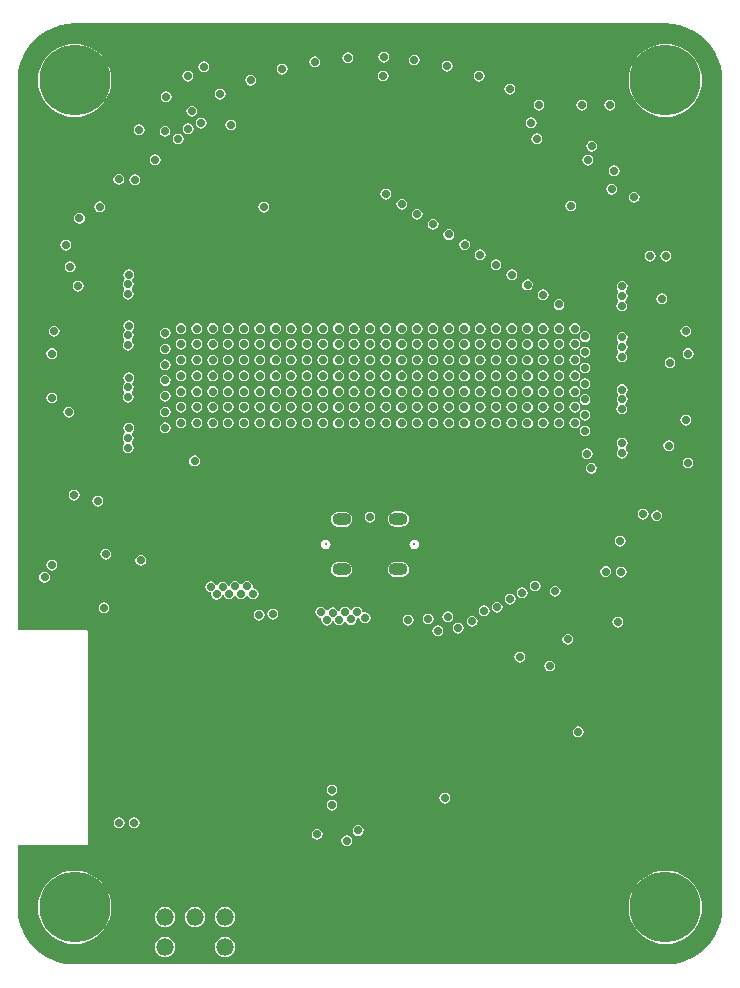
<source format=gbr>
%TF.GenerationSoftware,Altium Limited,Altium Designer,25.4.2 (15)*%
G04 Layer_Physical_Order=2*
G04 Layer_Color=36540*
%FSLAX45Y45*%
%MOMM*%
%TF.SameCoordinates,19D022B1-5E63-46E7-B1F0-11DBF932BF25*%
%TF.FilePolarity,Positive*%
%TF.FileFunction,Copper,L2,Inr,Signal*%
%TF.Part,Single*%
G01*
G75*
%TA.AperFunction,ComponentPad*%
%ADD48C,0.56000*%
%ADD49C,0.32500*%
%ADD50O,1.60000X1.10000*%
G04:AMPARAMS|DCode=51|XSize=1.5mm|YSize=1.45mm|CornerRadius=0.3625mm|HoleSize=0mm|Usage=FLASHONLY|Rotation=180.000|XOffset=0mm|YOffset=0mm|HoleType=Round|Shape=RoundedRectangle|*
%AMROUNDEDRECTD51*
21,1,1.50000,0.72500,0,0,180.0*
21,1,0.77500,1.45000,0,0,180.0*
1,1,0.72500,-0.38750,0.36250*
1,1,0.72500,0.38750,0.36250*
1,1,0.72500,0.38750,-0.36250*
1,1,0.72500,-0.38750,-0.36250*
%
%ADD51ROUNDEDRECTD51*%
%ADD52O,1.50000X1.45000*%
%TA.AperFunction,WasherPad*%
%ADD53C,6.00000*%
%TA.AperFunction,ViaPad*%
%ADD54C,0.70000*%
%ADD55C,1.50000*%
G36*
X500002Y7983502D02*
X5500002D01*
X5502138Y7984387D01*
X5563243Y7980382D01*
X5625405Y7968018D01*
X5685420Y7947645D01*
X5742263Y7919613D01*
X5794961Y7884401D01*
X5842612Y7842612D01*
X5884401Y7794962D01*
X5919613Y7742264D01*
X5947645Y7685420D01*
X5968017Y7625405D01*
X5980382Y7563243D01*
X5983333Y7518217D01*
X5983504Y7500000D01*
X5983505Y7499997D01*
X5983505Y7481712D01*
X5983506Y500006D01*
X5983504Y500000D01*
X5983504D01*
X5983333Y481783D01*
X5980382Y436757D01*
X5968018Y374595D01*
X5947645Y314580D01*
X5919613Y257737D01*
X5884401Y205039D01*
X5842612Y157388D01*
X5794961Y115599D01*
X5742264Y80387D01*
X5685420Y52355D01*
X5625405Y31983D01*
X5563243Y19618D01*
X5502176Y15616D01*
X5500000Y16517D01*
X500000D01*
X497823Y15615D01*
X436757Y19618D01*
X374595Y31982D01*
X314580Y52355D01*
X257737Y80387D01*
X205039Y115599D01*
X157388Y157388D01*
X115599Y205038D01*
X80387Y257736D01*
X52355Y314580D01*
X31983Y374595D01*
X19618Y436757D01*
X16667Y481783D01*
X16496Y500000D01*
X16495Y500003D01*
X16495Y518288D01*
Y1024483D01*
X600080D01*
X607856Y1027704D01*
X611077Y1035480D01*
Y2835480D01*
X607856Y2843256D01*
X600080Y2846477D01*
X16494D01*
X16493Y7499994D01*
X16496Y7500000D01*
X16496D01*
X16667Y7518217D01*
X19618Y7563243D01*
X31982Y7625405D01*
X52355Y7685420D01*
X80387Y7742263D01*
X115599Y7794961D01*
X157388Y7842612D01*
X205038Y7884401D01*
X257736Y7919613D01*
X314580Y7947645D01*
X374595Y7968017D01*
X436757Y7980382D01*
X497866Y7984387D01*
X500002Y7983502D01*
D02*
G37*
%LPC*%
G36*
X3117773Y7743474D02*
X3100152Y7739970D01*
X3085214Y7729988D01*
X3075233Y7715050D01*
X3071728Y7697430D01*
X3075233Y7679809D01*
X3085214Y7664871D01*
X3100152Y7654890D01*
X3117773Y7651385D01*
X3135393Y7654890D01*
X3150331Y7664871D01*
X3160312Y7679809D01*
X3163817Y7697430D01*
X3160312Y7715050D01*
X3150331Y7729988D01*
X3135393Y7739970D01*
X3117773Y7743474D01*
D02*
G37*
G36*
X2811658Y7739467D02*
X2794037Y7735962D01*
X2779099Y7725981D01*
X2769118Y7711043D01*
X2765613Y7693423D01*
X2769118Y7675802D01*
X2779099Y7660864D01*
X2794037Y7650883D01*
X2811658Y7647378D01*
X2829278Y7650883D01*
X2844216Y7660864D01*
X2854197Y7675802D01*
X2857702Y7693423D01*
X2854197Y7711043D01*
X2844216Y7725981D01*
X2829278Y7735962D01*
X2811658Y7739467D01*
D02*
G37*
G36*
X3375767Y7719768D02*
X3358147Y7716263D01*
X3343209Y7706282D01*
X3333228Y7691344D01*
X3329723Y7673723D01*
X3333228Y7656103D01*
X3343209Y7641165D01*
X3358147Y7631184D01*
X3375767Y7627679D01*
X3393388Y7631184D01*
X3408326Y7641165D01*
X3418307Y7656103D01*
X3421812Y7673723D01*
X3418307Y7691344D01*
X3408326Y7706282D01*
X3393388Y7716263D01*
X3375767Y7719768D01*
D02*
G37*
G36*
X2531150Y7705025D02*
X2513530Y7701520D01*
X2498592Y7691539D01*
X2488610Y7676601D01*
X2485106Y7658981D01*
X2488610Y7641360D01*
X2498592Y7626422D01*
X2513530Y7616441D01*
X2531150Y7612936D01*
X2548771Y7616441D01*
X2563709Y7626422D01*
X2573690Y7641360D01*
X2577195Y7658981D01*
X2573690Y7676601D01*
X2563709Y7691539D01*
X2548771Y7701520D01*
X2531150Y7705025D01*
D02*
G37*
G36*
X3653189Y7665843D02*
X3635569Y7662338D01*
X3620631Y7652357D01*
X3610649Y7637419D01*
X3607144Y7619798D01*
X3610649Y7602178D01*
X3620631Y7587240D01*
X3635569Y7577258D01*
X3653189Y7573753D01*
X3670810Y7577258D01*
X3685748Y7587240D01*
X3695729Y7602178D01*
X3699234Y7619798D01*
X3695729Y7637419D01*
X3685748Y7652357D01*
X3670810Y7662338D01*
X3653189Y7665843D01*
D02*
G37*
G36*
X1592067Y7663234D02*
X1574447Y7659729D01*
X1559509Y7649747D01*
X1549528Y7634809D01*
X1546023Y7617189D01*
X1549528Y7599568D01*
X1559509Y7584630D01*
X1574447Y7574649D01*
X1592067Y7571144D01*
X1609688Y7574649D01*
X1624626Y7584630D01*
X1634607Y7599568D01*
X1638112Y7617189D01*
X1634607Y7634809D01*
X1624626Y7649747D01*
X1609688Y7659729D01*
X1592067Y7663234D01*
D02*
G37*
G36*
X2255779Y7641451D02*
X2238159Y7637946D01*
X2223221Y7627965D01*
X2213240Y7613027D01*
X2209735Y7595406D01*
X2213240Y7577786D01*
X2223221Y7562848D01*
X2238159Y7552867D01*
X2255779Y7549362D01*
X2273400Y7552867D01*
X2288338Y7562848D01*
X2298319Y7577786D01*
X2301824Y7595406D01*
X2298319Y7613027D01*
X2288338Y7627965D01*
X2273400Y7637946D01*
X2255779Y7641451D01*
D02*
G37*
G36*
X3110793Y7583627D02*
X3093173Y7580122D01*
X3078235Y7570141D01*
X3068254Y7555203D01*
X3064749Y7537582D01*
X3068254Y7519962D01*
X3078235Y7505024D01*
X3093173Y7495043D01*
X3110793Y7491538D01*
X3128414Y7495043D01*
X3143352Y7505024D01*
X3153333Y7519962D01*
X3156838Y7537582D01*
X3153333Y7555203D01*
X3143352Y7570141D01*
X3128414Y7580122D01*
X3110793Y7583627D01*
D02*
G37*
G36*
X3923454Y7583214D02*
X3905834Y7579709D01*
X3890896Y7569728D01*
X3880915Y7554790D01*
X3877410Y7537170D01*
X3880915Y7519549D01*
X3890896Y7504611D01*
X3905834Y7494630D01*
X3923454Y7491125D01*
X3941075Y7494630D01*
X3956013Y7504611D01*
X3965994Y7519549D01*
X3969499Y7537170D01*
X3965994Y7554790D01*
X3956013Y7569728D01*
X3941075Y7579709D01*
X3923454Y7583214D01*
D02*
G37*
G36*
X1456858Y7581620D02*
X1439237Y7578115D01*
X1424299Y7568134D01*
X1414318Y7553196D01*
X1410813Y7535576D01*
X1414318Y7517955D01*
X1424299Y7503017D01*
X1439237Y7493036D01*
X1456858Y7489531D01*
X1474478Y7493036D01*
X1489416Y7503017D01*
X1499398Y7517955D01*
X1502903Y7535576D01*
X1499398Y7553196D01*
X1489416Y7568134D01*
X1474478Y7578115D01*
X1456858Y7581620D01*
D02*
G37*
G36*
X1988562Y7549441D02*
X1970942Y7545936D01*
X1956004Y7535954D01*
X1946023Y7521016D01*
X1942518Y7503396D01*
X1946023Y7485775D01*
X1956004Y7470837D01*
X1970942Y7460856D01*
X1988562Y7457351D01*
X2006183Y7460856D01*
X2021121Y7470837D01*
X2031102Y7485775D01*
X2034607Y7503396D01*
X2031102Y7521016D01*
X2021121Y7535954D01*
X2006183Y7545936D01*
X1988562Y7549441D01*
D02*
G37*
G36*
X4183602Y7472788D02*
X4165982Y7469283D01*
X4151044Y7459302D01*
X4141062Y7444364D01*
X4137557Y7426744D01*
X4141062Y7409123D01*
X4151044Y7394185D01*
X4165982Y7384204D01*
X4183602Y7380699D01*
X4201222Y7384204D01*
X4216160Y7394185D01*
X4226142Y7409123D01*
X4229647Y7426744D01*
X4226142Y7444364D01*
X4216160Y7459302D01*
X4201222Y7469283D01*
X4183602Y7472788D01*
D02*
G37*
G36*
X1732427Y7430003D02*
X1714807Y7426498D01*
X1699869Y7416517D01*
X1689887Y7401579D01*
X1686382Y7383958D01*
X1689887Y7366338D01*
X1699869Y7351400D01*
X1714807Y7341418D01*
X1732427Y7337913D01*
X1750048Y7341418D01*
X1764986Y7351400D01*
X1774967Y7366338D01*
X1778472Y7383958D01*
X1774967Y7401579D01*
X1764986Y7416517D01*
X1750048Y7426498D01*
X1732427Y7430003D01*
D02*
G37*
G36*
X1274953Y7407234D02*
X1257333Y7403729D01*
X1242395Y7393748D01*
X1232414Y7378810D01*
X1228909Y7361189D01*
X1232414Y7343569D01*
X1242395Y7328631D01*
X1257333Y7318650D01*
X1274953Y7315145D01*
X1292574Y7318650D01*
X1307512Y7328631D01*
X1317493Y7343569D01*
X1320998Y7361189D01*
X1317493Y7378810D01*
X1307512Y7393748D01*
X1292574Y7403729D01*
X1274953Y7407234D01*
D02*
G37*
G36*
X5030000Y7336045D02*
X5012380Y7332540D01*
X4997442Y7322558D01*
X4987460Y7307620D01*
X4983955Y7290000D01*
X4987460Y7272379D01*
X4997442Y7257441D01*
X5012380Y7247460D01*
X5030000Y7243955D01*
X5047621Y7247460D01*
X5062559Y7257441D01*
X5072540Y7272379D01*
X5076045Y7290000D01*
X5072540Y7307620D01*
X5062559Y7322558D01*
X5047621Y7332540D01*
X5030000Y7336045D01*
D02*
G37*
G36*
X4792501D02*
X4774880Y7332540D01*
X4759942Y7322558D01*
X4749961Y7307620D01*
X4746456Y7290000D01*
X4749961Y7272379D01*
X4759942Y7257441D01*
X4774880Y7247460D01*
X4792501Y7243955D01*
X4810121Y7247460D01*
X4825059Y7257441D01*
X4835041Y7272379D01*
X4838546Y7290000D01*
X4835041Y7307620D01*
X4825059Y7322558D01*
X4810121Y7332540D01*
X4792501Y7336045D01*
D02*
G37*
G36*
X4430782Y7335774D02*
X4413161Y7332269D01*
X4398223Y7322288D01*
X4388242Y7307350D01*
X4384737Y7289729D01*
X4388242Y7272109D01*
X4398223Y7257171D01*
X4413161Y7247190D01*
X4430782Y7243685D01*
X4448402Y7247190D01*
X4463340Y7257171D01*
X4473322Y7272109D01*
X4476826Y7289729D01*
X4473322Y7307350D01*
X4463340Y7322288D01*
X4448402Y7332269D01*
X4430782Y7335774D01*
D02*
G37*
G36*
X1490179Y7284446D02*
X1472559Y7280941D01*
X1457621Y7270960D01*
X1447640Y7256022D01*
X1444135Y7238401D01*
X1447640Y7220781D01*
X1457621Y7205843D01*
X1472559Y7195861D01*
X1490179Y7192356D01*
X1507800Y7195861D01*
X1522738Y7205843D01*
X1532719Y7220781D01*
X1536224Y7238401D01*
X1532719Y7256022D01*
X1522738Y7270960D01*
X1507800Y7280941D01*
X1490179Y7284446D01*
D02*
G37*
G36*
X5500000Y7811119D02*
X5451330Y7807289D01*
X5403859Y7795892D01*
X5358755Y7777209D01*
X5317129Y7751701D01*
X5280005Y7719994D01*
X5248299Y7682871D01*
X5222791Y7641245D01*
X5204108Y7596141D01*
X5192711Y7548670D01*
X5188881Y7500000D01*
X5192711Y7451330D01*
X5204108Y7403859D01*
X5222791Y7358755D01*
X5248299Y7317129D01*
X5280005Y7280006D01*
X5317129Y7248299D01*
X5358755Y7222791D01*
X5403859Y7204108D01*
X5451330Y7192711D01*
X5500000Y7188881D01*
X5548670Y7192711D01*
X5596141Y7204108D01*
X5641245Y7222791D01*
X5682871Y7248299D01*
X5719994Y7280006D01*
X5751700Y7317129D01*
X5777209Y7358755D01*
X5795892Y7403859D01*
X5807289Y7451330D01*
X5811119Y7500000D01*
X5807289Y7548670D01*
X5795892Y7596141D01*
X5777209Y7641245D01*
X5751700Y7682871D01*
X5719994Y7719994D01*
X5682871Y7751701D01*
X5641245Y7777209D01*
X5596141Y7795892D01*
X5548670Y7807289D01*
X5500000Y7811119D01*
D02*
G37*
G36*
X500000D02*
X451330Y7807289D01*
X403859Y7795892D01*
X358755Y7777209D01*
X317129Y7751701D01*
X280006Y7719994D01*
X248299Y7682871D01*
X222791Y7641245D01*
X204108Y7596141D01*
X192711Y7548670D01*
X188881Y7500000D01*
X192711Y7451330D01*
X204108Y7403859D01*
X222791Y7358755D01*
X248299Y7317129D01*
X280006Y7280006D01*
X317129Y7248299D01*
X358755Y7222791D01*
X403859Y7204108D01*
X451330Y7192711D01*
X500000Y7188881D01*
X548670Y7192711D01*
X596141Y7204108D01*
X641245Y7222791D01*
X682871Y7248299D01*
X719994Y7280006D01*
X751701Y7317129D01*
X777209Y7358755D01*
X795892Y7403859D01*
X807289Y7451330D01*
X811119Y7500000D01*
X807289Y7548670D01*
X795892Y7596141D01*
X777209Y7641245D01*
X751701Y7682871D01*
X719994Y7719994D01*
X682871Y7751701D01*
X641245Y7777209D01*
X596141Y7795892D01*
X548670Y7807289D01*
X500000Y7811119D01*
D02*
G37*
G36*
X4364741Y7188259D02*
X4347121Y7184754D01*
X4332183Y7174773D01*
X4322201Y7159835D01*
X4318696Y7142214D01*
X4322201Y7124594D01*
X4332183Y7109656D01*
X4347121Y7099674D01*
X4364741Y7096169D01*
X4382362Y7099674D01*
X4397300Y7109656D01*
X4407281Y7124594D01*
X4410786Y7142214D01*
X4407281Y7159835D01*
X4397300Y7174773D01*
X4382362Y7184754D01*
X4364741Y7188259D01*
D02*
G37*
G36*
X1571503Y7184568D02*
X1553883Y7181063D01*
X1538945Y7171081D01*
X1528964Y7156143D01*
X1525459Y7138523D01*
X1528964Y7120902D01*
X1538945Y7105964D01*
X1553883Y7095983D01*
X1571503Y7092478D01*
X1589124Y7095983D01*
X1604062Y7105964D01*
X1614043Y7120902D01*
X1617548Y7138523D01*
X1614043Y7156143D01*
X1604062Y7171081D01*
X1589124Y7181063D01*
X1571503Y7184568D01*
D02*
G37*
G36*
X1821923Y7168792D02*
X1804303Y7165287D01*
X1789365Y7155306D01*
X1779384Y7140368D01*
X1775879Y7122748D01*
X1779384Y7105127D01*
X1789365Y7090189D01*
X1804303Y7080208D01*
X1821923Y7076703D01*
X1839544Y7080208D01*
X1854482Y7090189D01*
X1864463Y7105127D01*
X1867968Y7122748D01*
X1864463Y7140368D01*
X1854482Y7155306D01*
X1839544Y7165287D01*
X1821923Y7168792D01*
D02*
G37*
G36*
X1461328Y7138279D02*
X1443708Y7134774D01*
X1428770Y7124792D01*
X1418789Y7109854D01*
X1415284Y7092234D01*
X1418789Y7074613D01*
X1428770Y7059675D01*
X1443708Y7049694D01*
X1461328Y7046189D01*
X1478949Y7049694D01*
X1493887Y7059675D01*
X1503868Y7074613D01*
X1507373Y7092234D01*
X1503868Y7109854D01*
X1493887Y7124792D01*
X1478949Y7134774D01*
X1461328Y7138279D01*
D02*
G37*
G36*
X1045000Y7128545D02*
X1027379Y7125040D01*
X1012441Y7115058D01*
X1002460Y7100120D01*
X998955Y7082500D01*
X1002460Y7064879D01*
X1012441Y7049941D01*
X1027379Y7039960D01*
X1045000Y7036455D01*
X1062620Y7039960D01*
X1077558Y7049941D01*
X1087540Y7064879D01*
X1091045Y7082500D01*
X1087540Y7100120D01*
X1077558Y7115058D01*
X1062620Y7125040D01*
X1045000Y7128545D01*
D02*
G37*
G36*
X1264474Y7114364D02*
X1246853Y7110859D01*
X1231915Y7100878D01*
X1221934Y7085940D01*
X1218429Y7068320D01*
X1221934Y7050699D01*
X1231915Y7035761D01*
X1246853Y7025780D01*
X1264474Y7022275D01*
X1282094Y7025780D01*
X1297032Y7035761D01*
X1307013Y7050699D01*
X1310518Y7068320D01*
X1307013Y7085940D01*
X1297032Y7100878D01*
X1282094Y7110859D01*
X1264474Y7114364D01*
D02*
G37*
G36*
X4412004Y7051114D02*
X4394383Y7047609D01*
X4379445Y7037628D01*
X4369464Y7022690D01*
X4365959Y7005069D01*
X4369464Y6987449D01*
X4379445Y6972511D01*
X4394383Y6962530D01*
X4412004Y6959025D01*
X4429624Y6962530D01*
X4444562Y6972511D01*
X4454543Y6987449D01*
X4458048Y7005069D01*
X4454543Y7022690D01*
X4444562Y7037628D01*
X4429624Y7047609D01*
X4412004Y7051114D01*
D02*
G37*
G36*
X1376354Y7051081D02*
X1358733Y7047576D01*
X1343795Y7037595D01*
X1333814Y7022657D01*
X1330309Y7005037D01*
X1333814Y6987416D01*
X1343795Y6972478D01*
X1358733Y6962497D01*
X1376354Y6958992D01*
X1393974Y6962497D01*
X1408912Y6972478D01*
X1418893Y6987416D01*
X1422398Y7005037D01*
X1418893Y7022657D01*
X1408912Y7037595D01*
X1393974Y7047576D01*
X1376354Y7051081D01*
D02*
G37*
G36*
X4875584Y6988262D02*
X4857964Y6984757D01*
X4843026Y6974776D01*
X4833044Y6959838D01*
X4829539Y6942217D01*
X4833044Y6924597D01*
X4843026Y6909659D01*
X4857964Y6899678D01*
X4875584Y6896173D01*
X4893205Y6899678D01*
X4908143Y6909659D01*
X4918124Y6924597D01*
X4921629Y6942217D01*
X4918124Y6959838D01*
X4908143Y6974776D01*
X4893205Y6984757D01*
X4875584Y6988262D01*
D02*
G37*
G36*
X1181100Y6876105D02*
X1163480Y6872600D01*
X1148542Y6862618D01*
X1138560Y6847680D01*
X1135055Y6830060D01*
X1138560Y6812440D01*
X1148542Y6797502D01*
X1163480Y6787520D01*
X1181100Y6784015D01*
X1198720Y6787520D01*
X1213658Y6797502D01*
X1223640Y6812440D01*
X1227145Y6830060D01*
X1223640Y6847680D01*
X1213658Y6862618D01*
X1198720Y6872600D01*
X1181100Y6876105D01*
D02*
G37*
G36*
X4844007Y6871826D02*
X4826387Y6868322D01*
X4811449Y6858340D01*
X4801467Y6843402D01*
X4797962Y6825782D01*
X4801467Y6808161D01*
X4811449Y6793223D01*
X4826387Y6783242D01*
X4844007Y6779737D01*
X4861628Y6783242D01*
X4876566Y6793223D01*
X4886547Y6808161D01*
X4890052Y6825782D01*
X4886547Y6843402D01*
X4876566Y6858340D01*
X4861628Y6868322D01*
X4844007Y6871826D01*
D02*
G37*
G36*
X5068326Y6781571D02*
X5050706Y6778066D01*
X5035768Y6768085D01*
X5025787Y6753147D01*
X5022282Y6735526D01*
X5025787Y6717906D01*
X5035768Y6702968D01*
X5050706Y6692987D01*
X5068326Y6689482D01*
X5085947Y6692987D01*
X5100885Y6702968D01*
X5110866Y6717906D01*
X5114371Y6735526D01*
X5110866Y6753147D01*
X5100885Y6768085D01*
X5085947Y6778066D01*
X5068326Y6781571D01*
D02*
G37*
G36*
X872371Y6708330D02*
X854751Y6704825D01*
X839813Y6694844D01*
X829832Y6679906D01*
X826327Y6662286D01*
X829832Y6644665D01*
X839813Y6629727D01*
X854751Y6619746D01*
X872371Y6616241D01*
X889992Y6619746D01*
X904930Y6629727D01*
X914911Y6644665D01*
X918416Y6662286D01*
X914911Y6679906D01*
X904930Y6694844D01*
X889992Y6704825D01*
X872371Y6708330D01*
D02*
G37*
G36*
X1009466Y6704042D02*
X991846Y6700538D01*
X976908Y6690556D01*
X966926Y6675618D01*
X963421Y6657998D01*
X966926Y6640377D01*
X976908Y6625439D01*
X991846Y6615458D01*
X1009466Y6611953D01*
X1027087Y6615458D01*
X1042025Y6625439D01*
X1052006Y6640377D01*
X1055511Y6657998D01*
X1052006Y6675618D01*
X1042025Y6690556D01*
X1027087Y6700538D01*
X1009466Y6704042D01*
D02*
G37*
G36*
X5044868Y6625563D02*
X5027247Y6622058D01*
X5012309Y6612076D01*
X5002328Y6597138D01*
X4998823Y6579518D01*
X5002328Y6561897D01*
X5012309Y6546959D01*
X5027247Y6536978D01*
X5044868Y6533473D01*
X5062488Y6536978D01*
X5077426Y6546959D01*
X5087407Y6561897D01*
X5090912Y6579518D01*
X5087407Y6597138D01*
X5077426Y6612076D01*
X5062488Y6622058D01*
X5044868Y6625563D01*
D02*
G37*
G36*
X3134558Y6582050D02*
X3116937Y6578545D01*
X3101999Y6568564D01*
X3092018Y6553626D01*
X3088513Y6536005D01*
X3092018Y6518385D01*
X3101999Y6503447D01*
X3116937Y6493466D01*
X3134558Y6489961D01*
X3152178Y6493466D01*
X3167116Y6503447D01*
X3177098Y6518385D01*
X3180602Y6536005D01*
X3177098Y6553626D01*
X3167116Y6568564D01*
X3152178Y6578545D01*
X3134558Y6582050D01*
D02*
G37*
G36*
X5238408Y6555865D02*
X5220787Y6552360D01*
X5205849Y6542379D01*
X5195868Y6527441D01*
X5192363Y6509821D01*
X5195868Y6492200D01*
X5205849Y6477262D01*
X5220787Y6467281D01*
X5238408Y6463776D01*
X5256028Y6467281D01*
X5270966Y6477262D01*
X5280948Y6492200D01*
X5284452Y6509821D01*
X5280948Y6527441D01*
X5270966Y6542379D01*
X5256028Y6552360D01*
X5238408Y6555865D01*
D02*
G37*
G36*
X3267888Y6497049D02*
X3250268Y6493544D01*
X3235330Y6483563D01*
X3225349Y6468625D01*
X3221844Y6451004D01*
X3225349Y6433384D01*
X3235330Y6418446D01*
X3250268Y6408465D01*
X3267888Y6404960D01*
X3285509Y6408465D01*
X3300447Y6418446D01*
X3310428Y6433384D01*
X3313933Y6451004D01*
X3310428Y6468625D01*
X3300447Y6483563D01*
X3285509Y6493544D01*
X3267888Y6497049D01*
D02*
G37*
G36*
X4700000Y6483545D02*
X4682380Y6480040D01*
X4667442Y6470059D01*
X4657460Y6455121D01*
X4653955Y6437500D01*
X4657460Y6419880D01*
X4667442Y6404942D01*
X4682380Y6394961D01*
X4700000Y6391456D01*
X4717620Y6394961D01*
X4732558Y6404942D01*
X4742540Y6419880D01*
X4746045Y6437500D01*
X4742540Y6455121D01*
X4732558Y6470059D01*
X4717620Y6480040D01*
X4700000Y6483545D01*
D02*
G37*
G36*
X710271Y6476826D02*
X692650Y6473321D01*
X677712Y6463340D01*
X667731Y6448402D01*
X664226Y6430782D01*
X667731Y6413161D01*
X677712Y6398223D01*
X692650Y6388242D01*
X710271Y6384737D01*
X727891Y6388242D01*
X742829Y6398223D01*
X752810Y6413161D01*
X756315Y6430782D01*
X752810Y6448402D01*
X742829Y6463340D01*
X727891Y6473321D01*
X710271Y6476826D01*
D02*
G37*
G36*
X2100000Y6473545D02*
X2082379Y6470040D01*
X2067441Y6460059D01*
X2057460Y6445121D01*
X2053955Y6427501D01*
X2057460Y6409880D01*
X2067441Y6394942D01*
X2082379Y6384961D01*
X2100000Y6381456D01*
X2117620Y6384961D01*
X2132558Y6394942D01*
X2142540Y6409880D01*
X2146044Y6427501D01*
X2142540Y6445121D01*
X2132558Y6460059D01*
X2117620Y6470040D01*
X2100000Y6473545D01*
D02*
G37*
G36*
X3401065Y6412048D02*
X3383445Y6408543D01*
X3368507Y6398562D01*
X3358525Y6383624D01*
X3355020Y6366004D01*
X3358525Y6348383D01*
X3368507Y6333445D01*
X3383445Y6323464D01*
X3401065Y6319959D01*
X3418686Y6323464D01*
X3433624Y6333445D01*
X3443605Y6348383D01*
X3447110Y6366004D01*
X3443605Y6383624D01*
X3433624Y6398562D01*
X3418686Y6408543D01*
X3401065Y6412048D01*
D02*
G37*
G36*
X540325Y6380689D02*
X522705Y6377184D01*
X507767Y6367203D01*
X497785Y6352265D01*
X494280Y6334644D01*
X497785Y6317024D01*
X507767Y6302086D01*
X522705Y6292105D01*
X540325Y6288600D01*
X557946Y6292105D01*
X572884Y6302086D01*
X582865Y6317024D01*
X586370Y6334644D01*
X582865Y6352265D01*
X572884Y6367203D01*
X557946Y6377184D01*
X540325Y6380689D01*
D02*
G37*
G36*
X3534242Y6327047D02*
X3516621Y6323542D01*
X3501683Y6313561D01*
X3491702Y6298623D01*
X3488197Y6281003D01*
X3491702Y6263382D01*
X3501683Y6248444D01*
X3516621Y6238463D01*
X3534242Y6234958D01*
X3551862Y6238463D01*
X3566800Y6248444D01*
X3576782Y6263382D01*
X3580286Y6281003D01*
X3576782Y6298623D01*
X3566800Y6313561D01*
X3551862Y6323542D01*
X3534242Y6327047D01*
D02*
G37*
G36*
X3667419Y6242046D02*
X3649798Y6238541D01*
X3634860Y6228560D01*
X3624879Y6213622D01*
X3621374Y6196002D01*
X3624879Y6178381D01*
X3634860Y6163443D01*
X3649798Y6153462D01*
X3667419Y6149957D01*
X3685039Y6153462D01*
X3699977Y6163443D01*
X3709958Y6178381D01*
X3713463Y6196002D01*
X3709958Y6213622D01*
X3699977Y6228560D01*
X3685039Y6238541D01*
X3667419Y6242046D01*
D02*
G37*
G36*
X3800595Y6157046D02*
X3782975Y6153541D01*
X3768037Y6143559D01*
X3758055Y6128621D01*
X3754551Y6111001D01*
X3758055Y6093380D01*
X3768037Y6078443D01*
X3782975Y6068461D01*
X3800595Y6064956D01*
X3818216Y6068461D01*
X3833154Y6078443D01*
X3843135Y6093380D01*
X3846640Y6111001D01*
X3843135Y6128621D01*
X3833154Y6143559D01*
X3818216Y6153541D01*
X3800595Y6157046D01*
D02*
G37*
G36*
X425415Y6151076D02*
X407794Y6147571D01*
X392856Y6137590D01*
X382875Y6122652D01*
X379370Y6105031D01*
X382875Y6087411D01*
X392856Y6072473D01*
X407794Y6062492D01*
X425415Y6058987D01*
X443035Y6062492D01*
X457973Y6072473D01*
X467954Y6087411D01*
X471459Y6105031D01*
X467954Y6122652D01*
X457973Y6137590D01*
X443035Y6147571D01*
X425415Y6151076D01*
D02*
G37*
G36*
X3933926Y6072045D02*
X3916305Y6068540D01*
X3901367Y6058559D01*
X3891386Y6043621D01*
X3887881Y6026000D01*
X3891386Y6008380D01*
X3901367Y5993442D01*
X3916305Y5983460D01*
X3933926Y5979956D01*
X3951546Y5983460D01*
X3966484Y5993442D01*
X3976465Y6008380D01*
X3979970Y6026000D01*
X3976465Y6043621D01*
X3966484Y6058559D01*
X3951546Y6068540D01*
X3933926Y6072045D01*
D02*
G37*
G36*
X5503403Y6057482D02*
X5485782Y6053977D01*
X5470844Y6043996D01*
X5460863Y6029058D01*
X5457358Y6011438D01*
X5460863Y5993817D01*
X5470844Y5978879D01*
X5485782Y5968898D01*
X5503403Y5965393D01*
X5521023Y5968898D01*
X5535961Y5978879D01*
X5545942Y5993817D01*
X5549447Y6011438D01*
X5545942Y6029058D01*
X5535961Y6043996D01*
X5521023Y6053977D01*
X5503403Y6057482D01*
D02*
G37*
G36*
X5372164D02*
X5354544Y6053977D01*
X5339606Y6043996D01*
X5329625Y6029058D01*
X5326120Y6011438D01*
X5329625Y5993817D01*
X5339606Y5978879D01*
X5354544Y5968898D01*
X5372164Y5965393D01*
X5389785Y5968898D01*
X5404723Y5978879D01*
X5414704Y5993817D01*
X5418209Y6011438D01*
X5414704Y6029058D01*
X5404723Y6043996D01*
X5389785Y6053977D01*
X5372164Y6057482D01*
D02*
G37*
G36*
X4067102Y5987044D02*
X4049482Y5983539D01*
X4034544Y5973558D01*
X4024563Y5958620D01*
X4021058Y5940999D01*
X4024563Y5923379D01*
X4034544Y5908441D01*
X4049482Y5898460D01*
X4067102Y5894955D01*
X4084723Y5898460D01*
X4099661Y5908441D01*
X4109642Y5923379D01*
X4113147Y5940999D01*
X4109642Y5958620D01*
X4099661Y5973558D01*
X4084723Y5983539D01*
X4067102Y5987044D01*
D02*
G37*
G36*
X462830Y5969499D02*
X445210Y5965994D01*
X430272Y5956013D01*
X420291Y5941075D01*
X416786Y5923454D01*
X420291Y5905834D01*
X430272Y5890896D01*
X445210Y5880915D01*
X462830Y5877410D01*
X480451Y5880915D01*
X495389Y5890896D01*
X505370Y5905834D01*
X508875Y5923454D01*
X505370Y5941075D01*
X495389Y5956013D01*
X480451Y5965994D01*
X462830Y5969499D01*
D02*
G37*
G36*
X4200279Y5902043D02*
X4182659Y5898538D01*
X4167721Y5888557D01*
X4157739Y5873619D01*
X4154235Y5855998D01*
X4157739Y5838378D01*
X4167721Y5823440D01*
X4182659Y5813459D01*
X4200279Y5809954D01*
X4217900Y5813459D01*
X4232838Y5823440D01*
X4242819Y5838378D01*
X4246324Y5855998D01*
X4242819Y5873619D01*
X4232838Y5888557D01*
X4217900Y5898538D01*
X4200279Y5902043D01*
D02*
G37*
G36*
X4333456Y5817042D02*
X4315835Y5813537D01*
X4300897Y5803556D01*
X4290916Y5788618D01*
X4287411Y5770998D01*
X4290916Y5753377D01*
X4300897Y5738439D01*
X4315835Y5728458D01*
X4333456Y5724953D01*
X4351076Y5728458D01*
X4366014Y5738439D01*
X4375996Y5753377D01*
X4379501Y5770998D01*
X4375996Y5788618D01*
X4366014Y5803556D01*
X4351076Y5813537D01*
X4333456Y5817042D01*
D02*
G37*
G36*
X530111Y5805026D02*
X512491Y5801522D01*
X497553Y5791540D01*
X487572Y5776602D01*
X484067Y5758982D01*
X487572Y5741361D01*
X497553Y5726423D01*
X512491Y5716442D01*
X530111Y5712937D01*
X547732Y5716442D01*
X562670Y5726423D01*
X572651Y5741361D01*
X576156Y5758982D01*
X572651Y5776602D01*
X562670Y5791540D01*
X547732Y5801522D01*
X530111Y5805026D01*
D02*
G37*
G36*
X957368Y5902244D02*
X939747Y5898739D01*
X924809Y5888758D01*
X914828Y5873820D01*
X911323Y5856200D01*
X914828Y5838579D01*
X921944Y5827929D01*
X924809Y5823641D01*
X919922Y5806257D01*
X909941Y5791320D01*
X906436Y5773699D01*
X909941Y5756079D01*
X917791Y5744330D01*
X919228Y5732450D01*
X917791Y5720569D01*
X909941Y5708821D01*
X906436Y5691200D01*
X909941Y5673580D01*
X919922Y5658642D01*
X934860Y5648661D01*
X952480Y5645156D01*
X970101Y5648661D01*
X985039Y5658642D01*
X995020Y5673580D01*
X998525Y5691200D01*
X995020Y5708821D01*
X987170Y5720569D01*
X985733Y5732450D01*
X987170Y5744330D01*
X995020Y5756079D01*
X998525Y5773699D01*
X995020Y5791320D01*
X987904Y5801969D01*
X985039Y5806258D01*
X989927Y5823641D01*
X999908Y5838579D01*
X1003413Y5856200D01*
X999908Y5873820D01*
X989926Y5888758D01*
X974988Y5898739D01*
X957368Y5902244D01*
D02*
G37*
G36*
X4466632Y5732041D02*
X4449012Y5728536D01*
X4434074Y5718555D01*
X4424093Y5703617D01*
X4420588Y5685997D01*
X4424093Y5668376D01*
X4434074Y5653438D01*
X4449012Y5643457D01*
X4466632Y5639952D01*
X4484253Y5643457D01*
X4499191Y5653438D01*
X4509172Y5668376D01*
X4512677Y5685997D01*
X4509172Y5703617D01*
X4499191Y5718555D01*
X4484253Y5728536D01*
X4466632Y5732041D01*
D02*
G37*
G36*
X5470492Y5699233D02*
X5452872Y5695729D01*
X5437934Y5685747D01*
X5427953Y5670809D01*
X5424448Y5653189D01*
X5427953Y5635568D01*
X5437934Y5620630D01*
X5452872Y5610649D01*
X5470492Y5607144D01*
X5488113Y5610649D01*
X5503051Y5620630D01*
X5513032Y5635568D01*
X5516537Y5653189D01*
X5513032Y5670809D01*
X5503051Y5685747D01*
X5488113Y5695729D01*
X5470492Y5699233D01*
D02*
G37*
G36*
X4599963Y5649542D02*
X4582342Y5646037D01*
X4567404Y5636056D01*
X4557423Y5621118D01*
X4553918Y5603497D01*
X4557423Y5585877D01*
X4567404Y5570939D01*
X4582342Y5560958D01*
X4599963Y5557453D01*
X4617583Y5560958D01*
X4632521Y5570939D01*
X4642503Y5585877D01*
X4646007Y5603497D01*
X4642503Y5621118D01*
X4632521Y5636056D01*
X4617583Y5646037D01*
X4599963Y5649542D01*
D02*
G37*
G36*
X5135000Y5802165D02*
X5117379Y5798660D01*
X5102441Y5788679D01*
X5092460Y5773741D01*
X5088955Y5756120D01*
X5092460Y5738500D01*
X5100311Y5726751D01*
X5101747Y5714870D01*
X5100311Y5702990D01*
X5092460Y5691242D01*
X5088955Y5673621D01*
X5092460Y5656001D01*
X5099576Y5645351D01*
X5102441Y5641062D01*
X5097554Y5623679D01*
X5087573Y5608741D01*
X5084068Y5591121D01*
X5087573Y5573500D01*
X5097554Y5558562D01*
X5112492Y5548581D01*
X5130112Y5545076D01*
X5147733Y5548581D01*
X5162671Y5558562D01*
X5172652Y5573500D01*
X5176157Y5591121D01*
X5172652Y5608741D01*
X5165536Y5619391D01*
X5162671Y5623679D01*
X5167559Y5641063D01*
X5177540Y5656001D01*
X5181045Y5673621D01*
X5177540Y5691242D01*
X5169689Y5702990D01*
X5168253Y5714871D01*
X5169689Y5726751D01*
X5177540Y5738500D01*
X5181045Y5756120D01*
X5177540Y5773741D01*
X5167558Y5788679D01*
X5152620Y5798660D01*
X5135000Y5802165D01*
D02*
G37*
G36*
X4733293Y5446035D02*
X4715672Y5442530D01*
X4700734Y5432548D01*
X4690753Y5417610D01*
X4687248Y5399990D01*
X4690753Y5382369D01*
X4700734Y5367431D01*
X4715672Y5357450D01*
X4733293Y5353945D01*
X4750913Y5357450D01*
X4765851Y5367431D01*
X4775832Y5382369D01*
X4779337Y5399990D01*
X4775832Y5417610D01*
X4765851Y5432548D01*
X4750913Y5442530D01*
X4733293Y5446035D01*
D02*
G37*
G36*
X4599963D02*
X4582342Y5442530D01*
X4567404Y5432548D01*
X4557423Y5417610D01*
X4553918Y5399990D01*
X4557423Y5382369D01*
X4567404Y5367431D01*
X4582342Y5357450D01*
X4599963Y5353945D01*
X4617583Y5357450D01*
X4632521Y5367431D01*
X4642503Y5382369D01*
X4646007Y5399990D01*
X4642503Y5417610D01*
X4632521Y5432548D01*
X4617583Y5442530D01*
X4599963Y5446035D01*
D02*
G37*
G36*
X4466633D02*
X4449012Y5442530D01*
X4434074Y5432548D01*
X4424093Y5417610D01*
X4420588Y5399990D01*
X4424093Y5382369D01*
X4434074Y5367431D01*
X4449012Y5357450D01*
X4466633Y5353945D01*
X4484253Y5357450D01*
X4499191Y5367431D01*
X4509173Y5382369D01*
X4512678Y5399990D01*
X4509173Y5417610D01*
X4499191Y5432548D01*
X4484253Y5442530D01*
X4466633Y5446035D01*
D02*
G37*
G36*
X4333303D02*
X4315683Y5442530D01*
X4300745Y5432548D01*
X4290763Y5417610D01*
X4287258Y5399990D01*
X4290763Y5382369D01*
X4300745Y5367431D01*
X4315683Y5357450D01*
X4333303Y5353945D01*
X4350923Y5357450D01*
X4365861Y5367431D01*
X4375843Y5382369D01*
X4379348Y5399990D01*
X4375843Y5417610D01*
X4365861Y5432548D01*
X4350923Y5442530D01*
X4333303Y5446035D01*
D02*
G37*
G36*
X4199973D02*
X4182353Y5442530D01*
X4167415Y5432548D01*
X4157433Y5417610D01*
X4153928Y5399990D01*
X4157433Y5382369D01*
X4167415Y5367431D01*
X4182353Y5357450D01*
X4199973Y5353945D01*
X4217594Y5357450D01*
X4232532Y5367431D01*
X4242513Y5382369D01*
X4246018Y5399990D01*
X4242513Y5417610D01*
X4232532Y5432548D01*
X4217594Y5442530D01*
X4199973Y5446035D01*
D02*
G37*
G36*
X4066643D02*
X4049023Y5442530D01*
X4034085Y5432548D01*
X4024103Y5417610D01*
X4020599Y5399990D01*
X4024103Y5382369D01*
X4034085Y5367431D01*
X4049023Y5357450D01*
X4066643Y5353945D01*
X4084264Y5357450D01*
X4099202Y5367431D01*
X4109183Y5382369D01*
X4112688Y5399990D01*
X4109183Y5417610D01*
X4099202Y5432548D01*
X4084264Y5442530D01*
X4066643Y5446035D01*
D02*
G37*
G36*
X3933313D02*
X3915693Y5442530D01*
X3900755Y5432548D01*
X3890774Y5417610D01*
X3887269Y5399990D01*
X3890774Y5382369D01*
X3900755Y5367431D01*
X3915693Y5357450D01*
X3933313Y5353945D01*
X3950934Y5357450D01*
X3965872Y5367431D01*
X3975853Y5382369D01*
X3979358Y5399990D01*
X3975853Y5417610D01*
X3965872Y5432548D01*
X3950934Y5442530D01*
X3933313Y5446035D01*
D02*
G37*
G36*
X3799983D02*
X3782363Y5442530D01*
X3767425Y5432548D01*
X3757444Y5417610D01*
X3753939Y5399990D01*
X3757444Y5382369D01*
X3767425Y5367431D01*
X3782363Y5357450D01*
X3799983Y5353945D01*
X3817604Y5357450D01*
X3832542Y5367431D01*
X3842523Y5382369D01*
X3846028Y5399990D01*
X3842523Y5417610D01*
X3832542Y5432548D01*
X3817604Y5442530D01*
X3799983Y5446035D01*
D02*
G37*
G36*
X3666653D02*
X3649033Y5442530D01*
X3634095Y5432548D01*
X3624114Y5417610D01*
X3620609Y5399990D01*
X3624114Y5382369D01*
X3634095Y5367431D01*
X3649033Y5357450D01*
X3666653Y5353945D01*
X3684274Y5357450D01*
X3699212Y5367431D01*
X3709193Y5382369D01*
X3712698Y5399990D01*
X3709193Y5417610D01*
X3699212Y5432548D01*
X3684274Y5442530D01*
X3666653Y5446035D01*
D02*
G37*
G36*
X3533323D02*
X3515703Y5442530D01*
X3500765Y5432548D01*
X3490784Y5417610D01*
X3487279Y5399990D01*
X3490784Y5382369D01*
X3500765Y5367431D01*
X3515703Y5357450D01*
X3533323Y5353945D01*
X3550944Y5357450D01*
X3565882Y5367431D01*
X3575863Y5382369D01*
X3579368Y5399990D01*
X3575863Y5417610D01*
X3565882Y5432548D01*
X3550944Y5442530D01*
X3533323Y5446035D01*
D02*
G37*
G36*
X3399993D02*
X3382373Y5442530D01*
X3367435Y5432548D01*
X3357454Y5417610D01*
X3353949Y5399990D01*
X3357454Y5382369D01*
X3367435Y5367431D01*
X3382373Y5357450D01*
X3399993Y5353945D01*
X3417614Y5357450D01*
X3432552Y5367431D01*
X3442533Y5382369D01*
X3446038Y5399990D01*
X3442533Y5417610D01*
X3432552Y5432548D01*
X3417614Y5442530D01*
X3399993Y5446035D01*
D02*
G37*
G36*
X3266663D02*
X3249043Y5442530D01*
X3234105Y5432548D01*
X3224124Y5417610D01*
X3220619Y5399990D01*
X3224124Y5382369D01*
X3234105Y5367431D01*
X3249043Y5357450D01*
X3266663Y5353945D01*
X3284284Y5357450D01*
X3299222Y5367431D01*
X3309203Y5382369D01*
X3312708Y5399990D01*
X3309203Y5417610D01*
X3299222Y5432548D01*
X3284284Y5442530D01*
X3266663Y5446035D01*
D02*
G37*
G36*
X3133333D02*
X3115713Y5442530D01*
X3100775Y5432548D01*
X3090794Y5417610D01*
X3087289Y5399990D01*
X3090794Y5382369D01*
X3100775Y5367431D01*
X3115713Y5357450D01*
X3133333Y5353945D01*
X3150954Y5357450D01*
X3165892Y5367431D01*
X3175873Y5382369D01*
X3179378Y5399990D01*
X3175873Y5417610D01*
X3165892Y5432548D01*
X3150954Y5442530D01*
X3133333Y5446035D01*
D02*
G37*
G36*
X3000003D02*
X2982383Y5442530D01*
X2967445Y5432548D01*
X2957464Y5417610D01*
X2953959Y5399990D01*
X2957464Y5382369D01*
X2967445Y5367431D01*
X2982383Y5357450D01*
X3000003Y5353945D01*
X3017624Y5357450D01*
X3032562Y5367431D01*
X3042543Y5382369D01*
X3046048Y5399990D01*
X3042543Y5417610D01*
X3032562Y5432548D01*
X3017624Y5442530D01*
X3000003Y5446035D01*
D02*
G37*
G36*
X2866673D02*
X2849053Y5442530D01*
X2834115Y5432548D01*
X2824134Y5417610D01*
X2820629Y5399990D01*
X2824134Y5382369D01*
X2834115Y5367431D01*
X2849053Y5357450D01*
X2866673Y5353945D01*
X2884294Y5357450D01*
X2899232Y5367431D01*
X2909213Y5382369D01*
X2912718Y5399990D01*
X2909213Y5417610D01*
X2899232Y5432548D01*
X2884294Y5442530D01*
X2866673Y5446035D01*
D02*
G37*
G36*
X2733344D02*
X2715723Y5442530D01*
X2700785Y5432548D01*
X2690804Y5417610D01*
X2687299Y5399990D01*
X2690804Y5382369D01*
X2700785Y5367431D01*
X2715723Y5357450D01*
X2733344Y5353945D01*
X2750964Y5357450D01*
X2765902Y5367431D01*
X2775883Y5382369D01*
X2779388Y5399990D01*
X2775883Y5417610D01*
X2765902Y5432548D01*
X2750964Y5442530D01*
X2733344Y5446035D01*
D02*
G37*
G36*
X2600014D02*
X2582393Y5442530D01*
X2567455Y5432548D01*
X2557474Y5417610D01*
X2553969Y5399990D01*
X2557474Y5382369D01*
X2567455Y5367431D01*
X2582393Y5357450D01*
X2600014Y5353945D01*
X2617634Y5357450D01*
X2632572Y5367431D01*
X2642553Y5382369D01*
X2646058Y5399990D01*
X2642553Y5417610D01*
X2632572Y5432548D01*
X2617634Y5442530D01*
X2600014Y5446035D01*
D02*
G37*
G36*
X2466683D02*
X2449063Y5442530D01*
X2434125Y5432548D01*
X2424144Y5417610D01*
X2420639Y5399990D01*
X2424144Y5382369D01*
X2434125Y5367431D01*
X2449063Y5357450D01*
X2466683Y5353945D01*
X2484304Y5357450D01*
X2499242Y5367431D01*
X2509223Y5382369D01*
X2512728Y5399990D01*
X2509223Y5417610D01*
X2499242Y5432548D01*
X2484304Y5442530D01*
X2466683Y5446035D01*
D02*
G37*
G36*
X2333353D02*
X2315733Y5442530D01*
X2300795Y5432548D01*
X2290814Y5417610D01*
X2287309Y5399990D01*
X2290814Y5382369D01*
X2300795Y5367431D01*
X2315733Y5357450D01*
X2333353Y5353945D01*
X2350974Y5357450D01*
X2365912Y5367431D01*
X2375893Y5382369D01*
X2379398Y5399990D01*
X2375893Y5417610D01*
X2365912Y5432548D01*
X2350974Y5442530D01*
X2333353Y5446035D01*
D02*
G37*
G36*
X2200024D02*
X2182403Y5442530D01*
X2167465Y5432548D01*
X2157484Y5417610D01*
X2153979Y5399990D01*
X2157484Y5382369D01*
X2167465Y5367431D01*
X2182403Y5357450D01*
X2200024Y5353945D01*
X2217644Y5357450D01*
X2232582Y5367431D01*
X2242563Y5382369D01*
X2246068Y5399990D01*
X2242563Y5417610D01*
X2232582Y5432548D01*
X2217644Y5442530D01*
X2200024Y5446035D01*
D02*
G37*
G36*
X2066694D02*
X2049073Y5442530D01*
X2034135Y5432548D01*
X2024154Y5417610D01*
X2020649Y5399990D01*
X2024154Y5382369D01*
X2034135Y5367431D01*
X2049073Y5357450D01*
X2066694Y5353945D01*
X2084314Y5357450D01*
X2099252Y5367431D01*
X2109233Y5382369D01*
X2112738Y5399990D01*
X2109233Y5417610D01*
X2099252Y5432548D01*
X2084314Y5442530D01*
X2066694Y5446035D01*
D02*
G37*
G36*
X1933363D02*
X1915743Y5442530D01*
X1900805Y5432548D01*
X1890824Y5417610D01*
X1887319Y5399990D01*
X1890824Y5382369D01*
X1900805Y5367431D01*
X1915743Y5357450D01*
X1933363Y5353945D01*
X1950984Y5357450D01*
X1965922Y5367431D01*
X1975903Y5382369D01*
X1979408Y5399990D01*
X1975903Y5417610D01*
X1965922Y5432548D01*
X1950984Y5442530D01*
X1933363Y5446035D01*
D02*
G37*
G36*
X1800033D02*
X1782413Y5442530D01*
X1767475Y5432548D01*
X1757494Y5417610D01*
X1753989Y5399990D01*
X1757494Y5382369D01*
X1767475Y5367431D01*
X1782413Y5357450D01*
X1800033Y5353945D01*
X1817654Y5357450D01*
X1832592Y5367431D01*
X1842573Y5382369D01*
X1846078Y5399990D01*
X1842573Y5417610D01*
X1832592Y5432548D01*
X1817654Y5442530D01*
X1800033Y5446035D01*
D02*
G37*
G36*
X1666704D02*
X1649083Y5442530D01*
X1634145Y5432548D01*
X1624164Y5417610D01*
X1620659Y5399990D01*
X1624164Y5382369D01*
X1634145Y5367431D01*
X1649083Y5357450D01*
X1666704Y5353945D01*
X1684324Y5357450D01*
X1699262Y5367431D01*
X1709243Y5382369D01*
X1712748Y5399990D01*
X1709243Y5417610D01*
X1699262Y5432548D01*
X1684324Y5442530D01*
X1666704Y5446035D01*
D02*
G37*
G36*
X1533374D02*
X1515753Y5442530D01*
X1500815Y5432548D01*
X1490834Y5417610D01*
X1487329Y5399990D01*
X1490834Y5382369D01*
X1500815Y5367431D01*
X1515753Y5357450D01*
X1533374Y5353945D01*
X1550994Y5357450D01*
X1565932Y5367431D01*
X1575913Y5382369D01*
X1579418Y5399990D01*
X1575913Y5417610D01*
X1565932Y5432548D01*
X1550994Y5442530D01*
X1533374Y5446035D01*
D02*
G37*
G36*
X1400043D02*
X1382423Y5442530D01*
X1367485Y5432548D01*
X1357504Y5417610D01*
X1353999Y5399990D01*
X1357504Y5382369D01*
X1367485Y5367431D01*
X1382423Y5357450D01*
X1400043Y5353945D01*
X1417664Y5357450D01*
X1432602Y5367431D01*
X1442583Y5382369D01*
X1446088Y5399990D01*
X1442583Y5417610D01*
X1432602Y5432548D01*
X1417664Y5442530D01*
X1400043Y5446035D01*
D02*
G37*
G36*
X5673730Y5421812D02*
X5656110Y5418307D01*
X5641172Y5408326D01*
X5631190Y5393388D01*
X5627685Y5375767D01*
X5631190Y5358147D01*
X5641172Y5343209D01*
X5656110Y5333228D01*
X5673730Y5329723D01*
X5691351Y5333228D01*
X5706289Y5343209D01*
X5716270Y5358147D01*
X5719775Y5375767D01*
X5716270Y5393388D01*
X5706289Y5408326D01*
X5691351Y5418307D01*
X5673730Y5421812D01*
D02*
G37*
G36*
X326277D02*
X308656Y5418307D01*
X293718Y5408326D01*
X283737Y5393388D01*
X280232Y5375767D01*
X283737Y5358147D01*
X293718Y5343209D01*
X308656Y5333228D01*
X326277Y5329723D01*
X343897Y5333228D01*
X358835Y5343209D01*
X368816Y5358147D01*
X372321Y5375767D01*
X368816Y5393388D01*
X358835Y5408326D01*
X343897Y5418307D01*
X326277Y5421812D01*
D02*
G37*
G36*
X1267510Y5406035D02*
X1249890Y5402530D01*
X1234952Y5392549D01*
X1224970Y5377611D01*
X1221465Y5359990D01*
X1224970Y5342370D01*
X1234952Y5327432D01*
X1249890Y5317450D01*
X1267510Y5313945D01*
X1285131Y5317450D01*
X1300069Y5327432D01*
X1310050Y5342370D01*
X1313555Y5359990D01*
X1310050Y5377611D01*
X1300069Y5392549D01*
X1285131Y5402530D01*
X1267510Y5406035D01*
D02*
G37*
G36*
X4819993Y5378533D02*
X4802372Y5375028D01*
X4787434Y5365047D01*
X4777453Y5350109D01*
X4773948Y5332489D01*
X4777453Y5314868D01*
X4787434Y5299930D01*
X4802372Y5289949D01*
X4819993Y5286444D01*
X4837613Y5289949D01*
X4852551Y5299930D01*
X4862533Y5314868D01*
X4866038Y5332489D01*
X4862533Y5350109D01*
X4852551Y5365047D01*
X4837613Y5375028D01*
X4819993Y5378533D01*
D02*
G37*
G36*
X4733293Y5312705D02*
X4715672Y5309200D01*
X4700734Y5299219D01*
X4690753Y5284281D01*
X4687248Y5266660D01*
X4690753Y5249040D01*
X4700734Y5234102D01*
X4715672Y5224120D01*
X4733293Y5220615D01*
X4750913Y5224120D01*
X4765851Y5234102D01*
X4775832Y5249040D01*
X4779337Y5266660D01*
X4775832Y5284281D01*
X4765851Y5299219D01*
X4750913Y5309200D01*
X4733293Y5312705D01*
D02*
G37*
G36*
X4599963D02*
X4582342Y5309200D01*
X4567404Y5299219D01*
X4557423Y5284281D01*
X4553918Y5266660D01*
X4557423Y5249040D01*
X4567404Y5234102D01*
X4582342Y5224120D01*
X4599963Y5220615D01*
X4617583Y5224120D01*
X4632521Y5234102D01*
X4642503Y5249040D01*
X4646007Y5266660D01*
X4642503Y5284281D01*
X4632521Y5299219D01*
X4617583Y5309200D01*
X4599963Y5312705D01*
D02*
G37*
G36*
X4466633D02*
X4449012Y5309200D01*
X4434074Y5299219D01*
X4424093Y5284281D01*
X4420588Y5266660D01*
X4424093Y5249040D01*
X4434074Y5234102D01*
X4449012Y5224120D01*
X4466633Y5220615D01*
X4484253Y5224120D01*
X4499191Y5234102D01*
X4509173Y5249040D01*
X4512678Y5266660D01*
X4509173Y5284281D01*
X4499191Y5299219D01*
X4484253Y5309200D01*
X4466633Y5312705D01*
D02*
G37*
G36*
X4333303D02*
X4315683Y5309200D01*
X4300745Y5299219D01*
X4290763Y5284281D01*
X4287258Y5266660D01*
X4290763Y5249040D01*
X4300745Y5234102D01*
X4315683Y5224120D01*
X4333303Y5220615D01*
X4350923Y5224120D01*
X4365861Y5234102D01*
X4375843Y5249040D01*
X4379348Y5266660D01*
X4375843Y5284281D01*
X4365861Y5299219D01*
X4350923Y5309200D01*
X4333303Y5312705D01*
D02*
G37*
G36*
X4199973D02*
X4182353Y5309200D01*
X4167415Y5299219D01*
X4157433Y5284281D01*
X4153928Y5266660D01*
X4157433Y5249040D01*
X4167415Y5234102D01*
X4182353Y5224120D01*
X4199973Y5220615D01*
X4217594Y5224120D01*
X4232532Y5234102D01*
X4242513Y5249040D01*
X4246018Y5266660D01*
X4242513Y5284281D01*
X4232532Y5299219D01*
X4217594Y5309200D01*
X4199973Y5312705D01*
D02*
G37*
G36*
X4066643D02*
X4049023Y5309200D01*
X4034085Y5299219D01*
X4024103Y5284281D01*
X4020599Y5266660D01*
X4024103Y5249040D01*
X4034085Y5234102D01*
X4049023Y5224120D01*
X4066643Y5220615D01*
X4084264Y5224120D01*
X4099202Y5234102D01*
X4109183Y5249040D01*
X4112688Y5266660D01*
X4109183Y5284281D01*
X4099202Y5299219D01*
X4084264Y5309200D01*
X4066643Y5312705D01*
D02*
G37*
G36*
X3933313D02*
X3915693Y5309200D01*
X3900755Y5299219D01*
X3890774Y5284281D01*
X3887269Y5266660D01*
X3890774Y5249040D01*
X3900755Y5234102D01*
X3915693Y5224120D01*
X3933313Y5220615D01*
X3950934Y5224120D01*
X3965872Y5234102D01*
X3975853Y5249040D01*
X3979358Y5266660D01*
X3975853Y5284281D01*
X3965872Y5299219D01*
X3950934Y5309200D01*
X3933313Y5312705D01*
D02*
G37*
G36*
X3799983D02*
X3782363Y5309200D01*
X3767425Y5299219D01*
X3757444Y5284281D01*
X3753939Y5266660D01*
X3757444Y5249040D01*
X3767425Y5234102D01*
X3782363Y5224120D01*
X3799983Y5220615D01*
X3817604Y5224120D01*
X3832542Y5234102D01*
X3842523Y5249040D01*
X3846028Y5266660D01*
X3842523Y5284281D01*
X3832542Y5299219D01*
X3817604Y5309200D01*
X3799983Y5312705D01*
D02*
G37*
G36*
X3666653D02*
X3649033Y5309200D01*
X3634095Y5299219D01*
X3624114Y5284281D01*
X3620609Y5266660D01*
X3624114Y5249040D01*
X3634095Y5234102D01*
X3649033Y5224120D01*
X3666653Y5220615D01*
X3684274Y5224120D01*
X3699212Y5234102D01*
X3709193Y5249040D01*
X3712698Y5266660D01*
X3709193Y5284281D01*
X3699212Y5299219D01*
X3684274Y5309200D01*
X3666653Y5312705D01*
D02*
G37*
G36*
X3533323D02*
X3515703Y5309200D01*
X3500765Y5299219D01*
X3490784Y5284281D01*
X3487279Y5266660D01*
X3490784Y5249040D01*
X3500765Y5234102D01*
X3515703Y5224120D01*
X3533323Y5220615D01*
X3550944Y5224120D01*
X3565882Y5234102D01*
X3575863Y5249040D01*
X3579368Y5266660D01*
X3575863Y5284281D01*
X3565882Y5299219D01*
X3550944Y5309200D01*
X3533323Y5312705D01*
D02*
G37*
G36*
X3399993D02*
X3382373Y5309200D01*
X3367435Y5299219D01*
X3357454Y5284281D01*
X3353949Y5266660D01*
X3357454Y5249040D01*
X3367435Y5234102D01*
X3382373Y5224120D01*
X3399993Y5220615D01*
X3417614Y5224120D01*
X3432552Y5234102D01*
X3442533Y5249040D01*
X3446038Y5266660D01*
X3442533Y5284281D01*
X3432552Y5299219D01*
X3417614Y5309200D01*
X3399993Y5312705D01*
D02*
G37*
G36*
X3266663D02*
X3249043Y5309200D01*
X3234105Y5299219D01*
X3224124Y5284281D01*
X3220619Y5266660D01*
X3224124Y5249040D01*
X3234105Y5234102D01*
X3249043Y5224120D01*
X3266663Y5220615D01*
X3284284Y5224120D01*
X3299222Y5234102D01*
X3309203Y5249040D01*
X3312708Y5266660D01*
X3309203Y5284281D01*
X3299222Y5299219D01*
X3284284Y5309200D01*
X3266663Y5312705D01*
D02*
G37*
G36*
X3133333D02*
X3115713Y5309200D01*
X3100775Y5299219D01*
X3090794Y5284281D01*
X3087289Y5266660D01*
X3090794Y5249040D01*
X3100775Y5234102D01*
X3115713Y5224120D01*
X3133333Y5220615D01*
X3150954Y5224120D01*
X3165892Y5234102D01*
X3175873Y5249040D01*
X3179378Y5266660D01*
X3175873Y5284281D01*
X3165892Y5299219D01*
X3150954Y5309200D01*
X3133333Y5312705D01*
D02*
G37*
G36*
X3000003D02*
X2982383Y5309200D01*
X2967445Y5299219D01*
X2957464Y5284281D01*
X2953959Y5266660D01*
X2957464Y5249040D01*
X2967445Y5234102D01*
X2982383Y5224120D01*
X3000003Y5220615D01*
X3017624Y5224120D01*
X3032562Y5234102D01*
X3042543Y5249040D01*
X3046048Y5266660D01*
X3042543Y5284281D01*
X3032562Y5299219D01*
X3017624Y5309200D01*
X3000003Y5312705D01*
D02*
G37*
G36*
X2866673D02*
X2849053Y5309200D01*
X2834115Y5299219D01*
X2824134Y5284281D01*
X2820629Y5266660D01*
X2824134Y5249040D01*
X2834115Y5234102D01*
X2849053Y5224120D01*
X2866673Y5220615D01*
X2884294Y5224120D01*
X2899232Y5234102D01*
X2909213Y5249040D01*
X2912718Y5266660D01*
X2909213Y5284281D01*
X2899232Y5299219D01*
X2884294Y5309200D01*
X2866673Y5312705D01*
D02*
G37*
G36*
X2733344D02*
X2715723Y5309200D01*
X2700785Y5299219D01*
X2690804Y5284281D01*
X2687299Y5266660D01*
X2690804Y5249040D01*
X2700785Y5234102D01*
X2715723Y5224120D01*
X2733344Y5220615D01*
X2750964Y5224120D01*
X2765902Y5234102D01*
X2775883Y5249040D01*
X2779388Y5266660D01*
X2775883Y5284281D01*
X2765902Y5299219D01*
X2750964Y5309200D01*
X2733344Y5312705D01*
D02*
G37*
G36*
X2600014D02*
X2582393Y5309200D01*
X2567455Y5299219D01*
X2557474Y5284281D01*
X2553969Y5266660D01*
X2557474Y5249040D01*
X2567455Y5234102D01*
X2582393Y5224120D01*
X2600014Y5220615D01*
X2617634Y5224120D01*
X2632572Y5234102D01*
X2642553Y5249040D01*
X2646058Y5266660D01*
X2642553Y5284281D01*
X2632572Y5299219D01*
X2617634Y5309200D01*
X2600014Y5312705D01*
D02*
G37*
G36*
X2466683D02*
X2449063Y5309200D01*
X2434125Y5299219D01*
X2424144Y5284281D01*
X2420639Y5266660D01*
X2424144Y5249040D01*
X2434125Y5234102D01*
X2449063Y5224120D01*
X2466683Y5220615D01*
X2484304Y5224120D01*
X2499242Y5234102D01*
X2509223Y5249040D01*
X2512728Y5266660D01*
X2509223Y5284281D01*
X2499242Y5299219D01*
X2484304Y5309200D01*
X2466683Y5312705D01*
D02*
G37*
G36*
X2333353D02*
X2315733Y5309200D01*
X2300795Y5299219D01*
X2290814Y5284281D01*
X2287309Y5266660D01*
X2290814Y5249040D01*
X2300795Y5234102D01*
X2315733Y5224120D01*
X2333353Y5220615D01*
X2350974Y5224120D01*
X2365912Y5234102D01*
X2375893Y5249040D01*
X2379398Y5266660D01*
X2375893Y5284281D01*
X2365912Y5299219D01*
X2350974Y5309200D01*
X2333353Y5312705D01*
D02*
G37*
G36*
X2200024D02*
X2182403Y5309200D01*
X2167465Y5299219D01*
X2157484Y5284281D01*
X2153979Y5266660D01*
X2157484Y5249040D01*
X2167465Y5234102D01*
X2182403Y5224120D01*
X2200024Y5220615D01*
X2217644Y5224120D01*
X2232582Y5234102D01*
X2242563Y5249040D01*
X2246068Y5266660D01*
X2242563Y5284281D01*
X2232582Y5299219D01*
X2217644Y5309200D01*
X2200024Y5312705D01*
D02*
G37*
G36*
X2066694D02*
X2049073Y5309200D01*
X2034135Y5299219D01*
X2024154Y5284281D01*
X2020649Y5266660D01*
X2024154Y5249040D01*
X2034135Y5234102D01*
X2049073Y5224120D01*
X2066694Y5220615D01*
X2084314Y5224120D01*
X2099252Y5234102D01*
X2109233Y5249040D01*
X2112738Y5266660D01*
X2109233Y5284281D01*
X2099252Y5299219D01*
X2084314Y5309200D01*
X2066694Y5312705D01*
D02*
G37*
G36*
X1933363D02*
X1915743Y5309200D01*
X1900805Y5299219D01*
X1890824Y5284281D01*
X1887319Y5266660D01*
X1890824Y5249040D01*
X1900805Y5234102D01*
X1915743Y5224120D01*
X1933363Y5220615D01*
X1950984Y5224120D01*
X1965922Y5234102D01*
X1975903Y5249040D01*
X1979408Y5266660D01*
X1975903Y5284281D01*
X1965922Y5299219D01*
X1950984Y5309200D01*
X1933363Y5312705D01*
D02*
G37*
G36*
X1800033D02*
X1782413Y5309200D01*
X1767475Y5299219D01*
X1757494Y5284281D01*
X1753989Y5266660D01*
X1757494Y5249040D01*
X1767475Y5234102D01*
X1782413Y5224120D01*
X1800033Y5220615D01*
X1817654Y5224120D01*
X1832592Y5234102D01*
X1842573Y5249040D01*
X1846078Y5266660D01*
X1842573Y5284281D01*
X1832592Y5299219D01*
X1817654Y5309200D01*
X1800033Y5312705D01*
D02*
G37*
G36*
X1666704D02*
X1649083Y5309200D01*
X1634145Y5299219D01*
X1624164Y5284281D01*
X1620659Y5266660D01*
X1624164Y5249040D01*
X1634145Y5234102D01*
X1649083Y5224120D01*
X1666704Y5220615D01*
X1684324Y5224120D01*
X1699262Y5234102D01*
X1709243Y5249040D01*
X1712748Y5266660D01*
X1709243Y5284281D01*
X1699262Y5299219D01*
X1684324Y5309200D01*
X1666704Y5312705D01*
D02*
G37*
G36*
X1533374D02*
X1515753Y5309200D01*
X1500815Y5299219D01*
X1490834Y5284281D01*
X1487329Y5266660D01*
X1490834Y5249040D01*
X1500815Y5234102D01*
X1515753Y5224120D01*
X1533374Y5220615D01*
X1550994Y5224120D01*
X1565932Y5234102D01*
X1575913Y5249040D01*
X1579418Y5266660D01*
X1575913Y5284281D01*
X1565932Y5299219D01*
X1550994Y5309200D01*
X1533374Y5312705D01*
D02*
G37*
G36*
X1400043D02*
X1382423Y5309200D01*
X1367485Y5299219D01*
X1357504Y5284281D01*
X1353999Y5266660D01*
X1357504Y5249040D01*
X1367485Y5234102D01*
X1382423Y5224120D01*
X1400043Y5220615D01*
X1417664Y5224120D01*
X1432602Y5234102D01*
X1442583Y5249040D01*
X1446088Y5266660D01*
X1442583Y5284281D01*
X1432602Y5299219D01*
X1417664Y5309200D01*
X1400043Y5312705D01*
D02*
G37*
G36*
X957368Y5470204D02*
X939747Y5466699D01*
X924809Y5456718D01*
X914828Y5441780D01*
X911323Y5424159D01*
X914828Y5406539D01*
X921944Y5395889D01*
X924809Y5391601D01*
X919922Y5374217D01*
X909941Y5359279D01*
X906436Y5341659D01*
X909941Y5324038D01*
X917791Y5312290D01*
X919228Y5300409D01*
X917791Y5288529D01*
X909941Y5276780D01*
X906436Y5259160D01*
X909941Y5241539D01*
X919922Y5226601D01*
X934860Y5216620D01*
X952480Y5213115D01*
X970101Y5216620D01*
X985039Y5226601D01*
X995020Y5241539D01*
X998525Y5259160D01*
X995020Y5276780D01*
X987170Y5288529D01*
X985733Y5300410D01*
X987170Y5312290D01*
X995020Y5324038D01*
X998525Y5341659D01*
X995020Y5359279D01*
X987904Y5369929D01*
X985039Y5374218D01*
X989927Y5391601D01*
X999908Y5406539D01*
X1003413Y5424159D01*
X999908Y5441780D01*
X989926Y5456718D01*
X974988Y5466699D01*
X957368Y5470204D01*
D02*
G37*
G36*
X1267510Y5272705D02*
X1249890Y5269200D01*
X1234952Y5259219D01*
X1224970Y5244281D01*
X1221465Y5226660D01*
X1224970Y5209040D01*
X1234952Y5194102D01*
X1249890Y5184120D01*
X1267510Y5180615D01*
X1285131Y5184120D01*
X1300069Y5194102D01*
X1310050Y5209040D01*
X1313555Y5226660D01*
X1310050Y5244281D01*
X1300069Y5259219D01*
X1285131Y5269200D01*
X1267510Y5272705D01*
D02*
G37*
G36*
X4819994Y5245203D02*
X4802374Y5241698D01*
X4787436Y5231717D01*
X4777455Y5216779D01*
X4773950Y5199159D01*
X4777455Y5181538D01*
X4787436Y5166600D01*
X4802374Y5156619D01*
X4819994Y5153114D01*
X4837615Y5156619D01*
X4852553Y5166600D01*
X4862534Y5181538D01*
X4866039Y5199159D01*
X4862534Y5216779D01*
X4852553Y5231717D01*
X4837615Y5241698D01*
X4819994Y5245203D01*
D02*
G37*
G36*
X5693429Y5234387D02*
X5675809Y5230882D01*
X5660871Y5220901D01*
X5650890Y5205963D01*
X5647385Y5188342D01*
X5650890Y5170722D01*
X5660871Y5155784D01*
X5675809Y5145803D01*
X5693429Y5142298D01*
X5711050Y5145803D01*
X5725988Y5155784D01*
X5735969Y5170722D01*
X5739474Y5188342D01*
X5735969Y5205963D01*
X5725988Y5220901D01*
X5711050Y5230882D01*
X5693429Y5234387D01*
D02*
G37*
G36*
X306577D02*
X288957Y5230882D01*
X274019Y5220901D01*
X264038Y5205963D01*
X260533Y5188342D01*
X264038Y5170722D01*
X274019Y5155784D01*
X288957Y5145803D01*
X306577Y5142298D01*
X324198Y5145803D01*
X339136Y5155784D01*
X349117Y5170722D01*
X352622Y5188342D01*
X349117Y5205963D01*
X339136Y5220901D01*
X324198Y5230882D01*
X306577Y5234387D01*
D02*
G37*
G36*
X5135000Y5370124D02*
X5117379Y5366619D01*
X5102441Y5356638D01*
X5092460Y5341700D01*
X5088955Y5324080D01*
X5092460Y5306459D01*
X5100311Y5294711D01*
X5101747Y5282830D01*
X5100311Y5270950D01*
X5092460Y5259201D01*
X5088955Y5241581D01*
X5092460Y5223960D01*
X5099576Y5213311D01*
X5102441Y5209022D01*
X5097554Y5191639D01*
X5087573Y5176701D01*
X5084068Y5159080D01*
X5087573Y5141460D01*
X5097554Y5126522D01*
X5112492Y5116541D01*
X5130112Y5113036D01*
X5147733Y5116541D01*
X5162671Y5126522D01*
X5172652Y5141460D01*
X5176157Y5159080D01*
X5172652Y5176701D01*
X5165536Y5187351D01*
X5162671Y5191639D01*
X5167559Y5209023D01*
X5177540Y5223960D01*
X5181045Y5241581D01*
X5177540Y5259201D01*
X5169689Y5270950D01*
X5168253Y5282830D01*
X5169689Y5294711D01*
X5177540Y5306459D01*
X5181045Y5324080D01*
X5177540Y5341700D01*
X5167558Y5356638D01*
X5152620Y5366619D01*
X5135000Y5370124D01*
D02*
G37*
G36*
X4733293Y5179375D02*
X4715672Y5175870D01*
X4700734Y5165889D01*
X4690753Y5150951D01*
X4687248Y5133330D01*
X4690753Y5115710D01*
X4700734Y5100772D01*
X4715672Y5090790D01*
X4733293Y5087285D01*
X4750913Y5090790D01*
X4765851Y5100772D01*
X4775832Y5115710D01*
X4779337Y5133330D01*
X4775832Y5150951D01*
X4765851Y5165889D01*
X4750913Y5175870D01*
X4733293Y5179375D01*
D02*
G37*
G36*
X4599963D02*
X4582342Y5175870D01*
X4567404Y5165889D01*
X4557423Y5150951D01*
X4553918Y5133330D01*
X4557423Y5115710D01*
X4567404Y5100772D01*
X4582342Y5090790D01*
X4599963Y5087285D01*
X4617583Y5090790D01*
X4632521Y5100772D01*
X4642503Y5115710D01*
X4646007Y5133330D01*
X4642503Y5150951D01*
X4632521Y5165889D01*
X4617583Y5175870D01*
X4599963Y5179375D01*
D02*
G37*
G36*
X4466633D02*
X4449012Y5175870D01*
X4434074Y5165889D01*
X4424093Y5150951D01*
X4420588Y5133330D01*
X4424093Y5115710D01*
X4434074Y5100772D01*
X4449012Y5090790D01*
X4466633Y5087285D01*
X4484253Y5090790D01*
X4499191Y5100772D01*
X4509173Y5115710D01*
X4512678Y5133330D01*
X4509173Y5150951D01*
X4499191Y5165889D01*
X4484253Y5175870D01*
X4466633Y5179375D01*
D02*
G37*
G36*
X4333303D02*
X4315683Y5175870D01*
X4300745Y5165889D01*
X4290763Y5150951D01*
X4287258Y5133330D01*
X4290763Y5115710D01*
X4300745Y5100772D01*
X4315683Y5090790D01*
X4333303Y5087285D01*
X4350923Y5090790D01*
X4365861Y5100772D01*
X4375843Y5115710D01*
X4379348Y5133330D01*
X4375843Y5150951D01*
X4365861Y5165889D01*
X4350923Y5175870D01*
X4333303Y5179375D01*
D02*
G37*
G36*
X4199973D02*
X4182353Y5175870D01*
X4167415Y5165889D01*
X4157433Y5150951D01*
X4153928Y5133330D01*
X4157433Y5115710D01*
X4167415Y5100772D01*
X4182353Y5090790D01*
X4199973Y5087285D01*
X4217594Y5090790D01*
X4232532Y5100772D01*
X4242513Y5115710D01*
X4246018Y5133330D01*
X4242513Y5150951D01*
X4232532Y5165889D01*
X4217594Y5175870D01*
X4199973Y5179375D01*
D02*
G37*
G36*
X4066643D02*
X4049023Y5175870D01*
X4034085Y5165889D01*
X4024103Y5150951D01*
X4020599Y5133330D01*
X4024103Y5115710D01*
X4034085Y5100772D01*
X4049023Y5090790D01*
X4066643Y5087285D01*
X4084264Y5090790D01*
X4099202Y5100772D01*
X4109183Y5115710D01*
X4112688Y5133330D01*
X4109183Y5150951D01*
X4099202Y5165889D01*
X4084264Y5175870D01*
X4066643Y5179375D01*
D02*
G37*
G36*
X3933313D02*
X3915693Y5175870D01*
X3900755Y5165889D01*
X3890774Y5150951D01*
X3887269Y5133330D01*
X3890774Y5115710D01*
X3900755Y5100772D01*
X3915693Y5090790D01*
X3933313Y5087285D01*
X3950934Y5090790D01*
X3965872Y5100772D01*
X3975853Y5115710D01*
X3979358Y5133330D01*
X3975853Y5150951D01*
X3965872Y5165889D01*
X3950934Y5175870D01*
X3933313Y5179375D01*
D02*
G37*
G36*
X3799983D02*
X3782363Y5175870D01*
X3767425Y5165889D01*
X3757444Y5150951D01*
X3753939Y5133330D01*
X3757444Y5115710D01*
X3767425Y5100772D01*
X3782363Y5090790D01*
X3799983Y5087285D01*
X3817604Y5090790D01*
X3832542Y5100772D01*
X3842523Y5115710D01*
X3846028Y5133330D01*
X3842523Y5150951D01*
X3832542Y5165889D01*
X3817604Y5175870D01*
X3799983Y5179375D01*
D02*
G37*
G36*
X3666653D02*
X3649033Y5175870D01*
X3634095Y5165889D01*
X3624114Y5150951D01*
X3620609Y5133330D01*
X3624114Y5115710D01*
X3634095Y5100772D01*
X3649033Y5090790D01*
X3666653Y5087285D01*
X3684274Y5090790D01*
X3699212Y5100772D01*
X3709193Y5115710D01*
X3712698Y5133330D01*
X3709193Y5150951D01*
X3699212Y5165889D01*
X3684274Y5175870D01*
X3666653Y5179375D01*
D02*
G37*
G36*
X3533323D02*
X3515703Y5175870D01*
X3500765Y5165889D01*
X3490784Y5150951D01*
X3487279Y5133330D01*
X3490784Y5115710D01*
X3500765Y5100772D01*
X3515703Y5090790D01*
X3533323Y5087285D01*
X3550944Y5090790D01*
X3565882Y5100772D01*
X3575863Y5115710D01*
X3579368Y5133330D01*
X3575863Y5150951D01*
X3565882Y5165889D01*
X3550944Y5175870D01*
X3533323Y5179375D01*
D02*
G37*
G36*
X3399993D02*
X3382373Y5175870D01*
X3367435Y5165889D01*
X3357454Y5150951D01*
X3353949Y5133330D01*
X3357454Y5115710D01*
X3367435Y5100772D01*
X3382373Y5090790D01*
X3399993Y5087285D01*
X3417614Y5090790D01*
X3432552Y5100772D01*
X3442533Y5115710D01*
X3446038Y5133330D01*
X3442533Y5150951D01*
X3432552Y5165889D01*
X3417614Y5175870D01*
X3399993Y5179375D01*
D02*
G37*
G36*
X3266663D02*
X3249043Y5175870D01*
X3234105Y5165889D01*
X3224124Y5150951D01*
X3220619Y5133330D01*
X3224124Y5115710D01*
X3234105Y5100772D01*
X3249043Y5090790D01*
X3266663Y5087285D01*
X3284284Y5090790D01*
X3299222Y5100772D01*
X3309203Y5115710D01*
X3312708Y5133330D01*
X3309203Y5150951D01*
X3299222Y5165889D01*
X3284284Y5175870D01*
X3266663Y5179375D01*
D02*
G37*
G36*
X3133333D02*
X3115713Y5175870D01*
X3100775Y5165889D01*
X3090794Y5150951D01*
X3087289Y5133330D01*
X3090794Y5115710D01*
X3100775Y5100772D01*
X3115713Y5090790D01*
X3133333Y5087285D01*
X3150954Y5090790D01*
X3165892Y5100772D01*
X3175873Y5115710D01*
X3179378Y5133330D01*
X3175873Y5150951D01*
X3165892Y5165889D01*
X3150954Y5175870D01*
X3133333Y5179375D01*
D02*
G37*
G36*
X3000003D02*
X2982383Y5175870D01*
X2967445Y5165889D01*
X2957464Y5150951D01*
X2953959Y5133330D01*
X2957464Y5115710D01*
X2967445Y5100772D01*
X2982383Y5090790D01*
X3000003Y5087285D01*
X3017624Y5090790D01*
X3032562Y5100772D01*
X3042543Y5115710D01*
X3046048Y5133330D01*
X3042543Y5150951D01*
X3032562Y5165889D01*
X3017624Y5175870D01*
X3000003Y5179375D01*
D02*
G37*
G36*
X2866673D02*
X2849053Y5175870D01*
X2834115Y5165889D01*
X2824134Y5150951D01*
X2820629Y5133330D01*
X2824134Y5115710D01*
X2834115Y5100772D01*
X2849053Y5090790D01*
X2866673Y5087285D01*
X2884294Y5090790D01*
X2899232Y5100772D01*
X2909213Y5115710D01*
X2912718Y5133330D01*
X2909213Y5150951D01*
X2899232Y5165889D01*
X2884294Y5175870D01*
X2866673Y5179375D01*
D02*
G37*
G36*
X2733344D02*
X2715723Y5175870D01*
X2700785Y5165889D01*
X2690804Y5150951D01*
X2687299Y5133330D01*
X2690804Y5115710D01*
X2700785Y5100772D01*
X2715723Y5090790D01*
X2733344Y5087285D01*
X2750964Y5090790D01*
X2765902Y5100772D01*
X2775883Y5115710D01*
X2779388Y5133330D01*
X2775883Y5150951D01*
X2765902Y5165889D01*
X2750964Y5175870D01*
X2733344Y5179375D01*
D02*
G37*
G36*
X2600014D02*
X2582393Y5175870D01*
X2567455Y5165889D01*
X2557474Y5150951D01*
X2553969Y5133330D01*
X2557474Y5115710D01*
X2567455Y5100772D01*
X2582393Y5090790D01*
X2600014Y5087285D01*
X2617634Y5090790D01*
X2632572Y5100772D01*
X2642553Y5115710D01*
X2646058Y5133330D01*
X2642553Y5150951D01*
X2632572Y5165889D01*
X2617634Y5175870D01*
X2600014Y5179375D01*
D02*
G37*
G36*
X2466683D02*
X2449063Y5175870D01*
X2434125Y5165889D01*
X2424144Y5150951D01*
X2420639Y5133330D01*
X2424144Y5115710D01*
X2434125Y5100772D01*
X2449063Y5090790D01*
X2466683Y5087285D01*
X2484304Y5090790D01*
X2499242Y5100772D01*
X2509223Y5115710D01*
X2512728Y5133330D01*
X2509223Y5150951D01*
X2499242Y5165889D01*
X2484304Y5175870D01*
X2466683Y5179375D01*
D02*
G37*
G36*
X2333353D02*
X2315733Y5175870D01*
X2300795Y5165889D01*
X2290814Y5150951D01*
X2287309Y5133330D01*
X2290814Y5115710D01*
X2300795Y5100772D01*
X2315733Y5090790D01*
X2333353Y5087285D01*
X2350974Y5090790D01*
X2365912Y5100772D01*
X2375893Y5115710D01*
X2379398Y5133330D01*
X2375893Y5150951D01*
X2365912Y5165889D01*
X2350974Y5175870D01*
X2333353Y5179375D01*
D02*
G37*
G36*
X2200024D02*
X2182403Y5175870D01*
X2167465Y5165889D01*
X2157484Y5150951D01*
X2153979Y5133330D01*
X2157484Y5115710D01*
X2167465Y5100772D01*
X2182403Y5090790D01*
X2200024Y5087285D01*
X2217644Y5090790D01*
X2232582Y5100772D01*
X2242563Y5115710D01*
X2246068Y5133330D01*
X2242563Y5150951D01*
X2232582Y5165889D01*
X2217644Y5175870D01*
X2200024Y5179375D01*
D02*
G37*
G36*
X2066694D02*
X2049073Y5175870D01*
X2034135Y5165889D01*
X2024154Y5150951D01*
X2020649Y5133330D01*
X2024154Y5115710D01*
X2034135Y5100772D01*
X2049073Y5090790D01*
X2066694Y5087285D01*
X2084314Y5090790D01*
X2099252Y5100772D01*
X2109233Y5115710D01*
X2112738Y5133330D01*
X2109233Y5150951D01*
X2099252Y5165889D01*
X2084314Y5175870D01*
X2066694Y5179375D01*
D02*
G37*
G36*
X1933363D02*
X1915743Y5175870D01*
X1900805Y5165889D01*
X1890824Y5150951D01*
X1887319Y5133330D01*
X1890824Y5115710D01*
X1900805Y5100772D01*
X1915743Y5090790D01*
X1933363Y5087285D01*
X1950984Y5090790D01*
X1965922Y5100772D01*
X1975903Y5115710D01*
X1979408Y5133330D01*
X1975903Y5150951D01*
X1965922Y5165889D01*
X1950984Y5175870D01*
X1933363Y5179375D01*
D02*
G37*
G36*
X1800033D02*
X1782413Y5175870D01*
X1767475Y5165889D01*
X1757494Y5150951D01*
X1753989Y5133330D01*
X1757494Y5115710D01*
X1767475Y5100772D01*
X1782413Y5090790D01*
X1800033Y5087285D01*
X1817654Y5090790D01*
X1832592Y5100772D01*
X1842573Y5115710D01*
X1846078Y5133330D01*
X1842573Y5150951D01*
X1832592Y5165889D01*
X1817654Y5175870D01*
X1800033Y5179375D01*
D02*
G37*
G36*
X1666704D02*
X1649083Y5175870D01*
X1634145Y5165889D01*
X1624164Y5150951D01*
X1620659Y5133330D01*
X1624164Y5115710D01*
X1634145Y5100772D01*
X1649083Y5090790D01*
X1666704Y5087285D01*
X1684324Y5090790D01*
X1699262Y5100772D01*
X1709243Y5115710D01*
X1712748Y5133330D01*
X1709243Y5150951D01*
X1699262Y5165889D01*
X1684324Y5175870D01*
X1666704Y5179375D01*
D02*
G37*
G36*
X1533374D02*
X1515753Y5175870D01*
X1500815Y5165889D01*
X1490834Y5150951D01*
X1487329Y5133330D01*
X1490834Y5115710D01*
X1500815Y5100772D01*
X1515753Y5090790D01*
X1533374Y5087285D01*
X1550994Y5090790D01*
X1565932Y5100772D01*
X1575913Y5115710D01*
X1579418Y5133330D01*
X1575913Y5150951D01*
X1565932Y5165889D01*
X1550994Y5175870D01*
X1533374Y5179375D01*
D02*
G37*
G36*
X1400043D02*
X1382423Y5175870D01*
X1367485Y5165889D01*
X1357504Y5150951D01*
X1353999Y5133330D01*
X1357504Y5115710D01*
X1367485Y5100772D01*
X1382423Y5090790D01*
X1400043Y5087285D01*
X1417664Y5090790D01*
X1432602Y5100772D01*
X1442583Y5115710D01*
X1446088Y5133330D01*
X1442583Y5150951D01*
X1432602Y5165889D01*
X1417664Y5175870D01*
X1400043Y5179375D01*
D02*
G37*
G36*
X5540000Y5157339D02*
X5522380Y5153834D01*
X5507442Y5143853D01*
X5497460Y5128915D01*
X5493955Y5111294D01*
X5497460Y5093674D01*
X5507442Y5078736D01*
X5522380Y5068754D01*
X5540000Y5065249D01*
X5557621Y5068754D01*
X5572559Y5078736D01*
X5582540Y5093674D01*
X5586045Y5111294D01*
X5582540Y5128915D01*
X5572559Y5143853D01*
X5557621Y5153834D01*
X5540000Y5157339D01*
D02*
G37*
G36*
X1267510Y5139375D02*
X1249890Y5135870D01*
X1234952Y5125889D01*
X1224970Y5110951D01*
X1221465Y5093330D01*
X1224970Y5075710D01*
X1234952Y5060772D01*
X1249890Y5050791D01*
X1267510Y5047286D01*
X1285131Y5050791D01*
X1300069Y5060772D01*
X1310050Y5075710D01*
X1313555Y5093330D01*
X1310050Y5110951D01*
X1300069Y5125889D01*
X1285131Y5135870D01*
X1267510Y5139375D01*
D02*
G37*
G36*
X4819993Y5111873D02*
X4802372Y5108368D01*
X4787434Y5098387D01*
X4777453Y5083449D01*
X4773948Y5065829D01*
X4777453Y5048208D01*
X4787434Y5033270D01*
X4802372Y5023289D01*
X4819993Y5019784D01*
X4837613Y5023289D01*
X4852551Y5033270D01*
X4862533Y5048208D01*
X4866038Y5065829D01*
X4862533Y5083449D01*
X4852551Y5098387D01*
X4837613Y5108368D01*
X4819993Y5111873D01*
D02*
G37*
G36*
X4733292Y5046045D02*
X4715671Y5042540D01*
X4700733Y5032559D01*
X4690752Y5017621D01*
X4687247Y5000000D01*
X4690752Y4982380D01*
X4700733Y4967442D01*
X4715671Y4957460D01*
X4733292Y4953956D01*
X4750912Y4957460D01*
X4765850Y4967442D01*
X4775831Y4982380D01*
X4779336Y5000000D01*
X4775831Y5017621D01*
X4765850Y5032559D01*
X4750912Y5042540D01*
X4733292Y5046045D01*
D02*
G37*
G36*
X4599963D02*
X4582342Y5042540D01*
X4567404Y5032559D01*
X4557423Y5017621D01*
X4553918Y5000000D01*
X4557423Y4982380D01*
X4567404Y4967442D01*
X4582342Y4957460D01*
X4599963Y4953956D01*
X4617583Y4957460D01*
X4632521Y4967442D01*
X4642503Y4982380D01*
X4646007Y5000000D01*
X4642503Y5017621D01*
X4632521Y5032559D01*
X4617583Y5042540D01*
X4599963Y5046045D01*
D02*
G37*
G36*
X4466633D02*
X4449012Y5042540D01*
X4434074Y5032559D01*
X4424093Y5017621D01*
X4420588Y5000000D01*
X4424093Y4982380D01*
X4434074Y4967442D01*
X4449012Y4957460D01*
X4466633Y4953956D01*
X4484253Y4957460D01*
X4499191Y4967442D01*
X4509173Y4982380D01*
X4512678Y5000000D01*
X4509173Y5017621D01*
X4499191Y5032559D01*
X4484253Y5042540D01*
X4466633Y5046045D01*
D02*
G37*
G36*
X4333303D02*
X4315683Y5042540D01*
X4300745Y5032559D01*
X4290763Y5017621D01*
X4287258Y5000000D01*
X4290763Y4982380D01*
X4300745Y4967442D01*
X4315683Y4957460D01*
X4333303Y4953956D01*
X4350923Y4957460D01*
X4365861Y4967442D01*
X4375843Y4982380D01*
X4379348Y5000000D01*
X4375843Y5017621D01*
X4365861Y5032559D01*
X4350923Y5042540D01*
X4333303Y5046045D01*
D02*
G37*
G36*
X4199973D02*
X4182353Y5042540D01*
X4167415Y5032559D01*
X4157433Y5017621D01*
X4153928Y5000000D01*
X4157433Y4982380D01*
X4167415Y4967442D01*
X4182353Y4957460D01*
X4199973Y4953956D01*
X4217594Y4957460D01*
X4232532Y4967442D01*
X4242513Y4982380D01*
X4246018Y5000000D01*
X4242513Y5017621D01*
X4232532Y5032559D01*
X4217594Y5042540D01*
X4199973Y5046045D01*
D02*
G37*
G36*
X4066643D02*
X4049023Y5042540D01*
X4034085Y5032559D01*
X4024103Y5017621D01*
X4020599Y5000000D01*
X4024103Y4982380D01*
X4034085Y4967442D01*
X4049023Y4957460D01*
X4066643Y4953956D01*
X4084264Y4957460D01*
X4099202Y4967442D01*
X4109183Y4982380D01*
X4112688Y5000000D01*
X4109183Y5017621D01*
X4099202Y5032559D01*
X4084264Y5042540D01*
X4066643Y5046045D01*
D02*
G37*
G36*
X3933313D02*
X3915693Y5042540D01*
X3900755Y5032559D01*
X3890774Y5017621D01*
X3887269Y5000000D01*
X3890774Y4982380D01*
X3900755Y4967442D01*
X3915693Y4957460D01*
X3933313Y4953956D01*
X3950934Y4957460D01*
X3965872Y4967442D01*
X3975853Y4982380D01*
X3979358Y5000000D01*
X3975853Y5017621D01*
X3965872Y5032559D01*
X3950934Y5042540D01*
X3933313Y5046045D01*
D02*
G37*
G36*
X3799983D02*
X3782363Y5042540D01*
X3767425Y5032559D01*
X3757444Y5017621D01*
X3753939Y5000000D01*
X3757444Y4982380D01*
X3767425Y4967442D01*
X3782363Y4957460D01*
X3799983Y4953956D01*
X3817604Y4957460D01*
X3832542Y4967442D01*
X3842523Y4982380D01*
X3846028Y5000000D01*
X3842523Y5017621D01*
X3832542Y5032559D01*
X3817604Y5042540D01*
X3799983Y5046045D01*
D02*
G37*
G36*
X3666653D02*
X3649033Y5042540D01*
X3634095Y5032559D01*
X3624114Y5017621D01*
X3620609Y5000000D01*
X3624114Y4982380D01*
X3634095Y4967442D01*
X3649033Y4957460D01*
X3666653Y4953956D01*
X3684274Y4957460D01*
X3699212Y4967442D01*
X3709193Y4982380D01*
X3712698Y5000000D01*
X3709193Y5017621D01*
X3699212Y5032559D01*
X3684274Y5042540D01*
X3666653Y5046045D01*
D02*
G37*
G36*
X3533323D02*
X3515703Y5042540D01*
X3500765Y5032559D01*
X3490784Y5017621D01*
X3487279Y5000000D01*
X3490784Y4982380D01*
X3500765Y4967442D01*
X3515703Y4957460D01*
X3533323Y4953956D01*
X3550944Y4957460D01*
X3565882Y4967442D01*
X3575863Y4982380D01*
X3579368Y5000000D01*
X3575863Y5017621D01*
X3565882Y5032559D01*
X3550944Y5042540D01*
X3533323Y5046045D01*
D02*
G37*
G36*
X3399993D02*
X3382373Y5042540D01*
X3367435Y5032559D01*
X3357454Y5017621D01*
X3353949Y5000000D01*
X3357454Y4982380D01*
X3367435Y4967442D01*
X3382373Y4957460D01*
X3399993Y4953956D01*
X3417614Y4957460D01*
X3432552Y4967442D01*
X3442533Y4982380D01*
X3446038Y5000000D01*
X3442533Y5017621D01*
X3432552Y5032559D01*
X3417614Y5042540D01*
X3399993Y5046045D01*
D02*
G37*
G36*
X3266663D02*
X3249043Y5042540D01*
X3234105Y5032559D01*
X3224124Y5017621D01*
X3220619Y5000000D01*
X3224124Y4982380D01*
X3234105Y4967442D01*
X3249043Y4957460D01*
X3266663Y4953956D01*
X3284284Y4957460D01*
X3299222Y4967442D01*
X3309203Y4982380D01*
X3312708Y5000000D01*
X3309203Y5017621D01*
X3299222Y5032559D01*
X3284284Y5042540D01*
X3266663Y5046045D01*
D02*
G37*
G36*
X3133333D02*
X3115713Y5042540D01*
X3100775Y5032559D01*
X3090794Y5017621D01*
X3087289Y5000000D01*
X3090794Y4982380D01*
X3100775Y4967442D01*
X3115713Y4957460D01*
X3133333Y4953956D01*
X3150954Y4957460D01*
X3165892Y4967442D01*
X3175873Y4982380D01*
X3179378Y5000000D01*
X3175873Y5017621D01*
X3165892Y5032559D01*
X3150954Y5042540D01*
X3133333Y5046045D01*
D02*
G37*
G36*
X3000003D02*
X2982383Y5042540D01*
X2967445Y5032559D01*
X2957464Y5017621D01*
X2953959Y5000000D01*
X2957464Y4982380D01*
X2967445Y4967442D01*
X2982383Y4957460D01*
X3000003Y4953956D01*
X3017624Y4957460D01*
X3032562Y4967442D01*
X3042543Y4982380D01*
X3046048Y5000000D01*
X3042543Y5017621D01*
X3032562Y5032559D01*
X3017624Y5042540D01*
X3000003Y5046045D01*
D02*
G37*
G36*
X2866673D02*
X2849053Y5042540D01*
X2834115Y5032559D01*
X2824134Y5017621D01*
X2820629Y5000000D01*
X2824134Y4982380D01*
X2834115Y4967442D01*
X2849053Y4957460D01*
X2866673Y4953956D01*
X2884294Y4957460D01*
X2899232Y4967442D01*
X2909213Y4982380D01*
X2912718Y5000000D01*
X2909213Y5017621D01*
X2899232Y5032559D01*
X2884294Y5042540D01*
X2866673Y5046045D01*
D02*
G37*
G36*
X2733344D02*
X2715723Y5042540D01*
X2700785Y5032559D01*
X2690804Y5017621D01*
X2687299Y5000000D01*
X2690804Y4982380D01*
X2700785Y4967442D01*
X2715723Y4957460D01*
X2733344Y4953956D01*
X2750964Y4957460D01*
X2765902Y4967442D01*
X2775883Y4982380D01*
X2779388Y5000000D01*
X2775883Y5017621D01*
X2765902Y5032559D01*
X2750964Y5042540D01*
X2733344Y5046045D01*
D02*
G37*
G36*
X2600014D02*
X2582393Y5042540D01*
X2567455Y5032559D01*
X2557474Y5017621D01*
X2553969Y5000000D01*
X2557474Y4982380D01*
X2567455Y4967442D01*
X2582393Y4957460D01*
X2600014Y4953956D01*
X2617634Y4957460D01*
X2632572Y4967442D01*
X2642553Y4982380D01*
X2646058Y5000000D01*
X2642553Y5017621D01*
X2632572Y5032559D01*
X2617634Y5042540D01*
X2600014Y5046045D01*
D02*
G37*
G36*
X2466683D02*
X2449063Y5042540D01*
X2434125Y5032559D01*
X2424144Y5017621D01*
X2420639Y5000000D01*
X2424144Y4982380D01*
X2434125Y4967442D01*
X2449063Y4957460D01*
X2466683Y4953956D01*
X2484304Y4957460D01*
X2499242Y4967442D01*
X2509223Y4982380D01*
X2512728Y5000000D01*
X2509223Y5017621D01*
X2499242Y5032559D01*
X2484304Y5042540D01*
X2466683Y5046045D01*
D02*
G37*
G36*
X2333353D02*
X2315733Y5042540D01*
X2300795Y5032559D01*
X2290814Y5017621D01*
X2287309Y5000000D01*
X2290814Y4982380D01*
X2300795Y4967442D01*
X2315733Y4957460D01*
X2333353Y4953956D01*
X2350974Y4957460D01*
X2365912Y4967442D01*
X2375893Y4982380D01*
X2379398Y5000000D01*
X2375893Y5017621D01*
X2365912Y5032559D01*
X2350974Y5042540D01*
X2333353Y5046045D01*
D02*
G37*
G36*
X2200024D02*
X2182403Y5042540D01*
X2167465Y5032559D01*
X2157484Y5017621D01*
X2153979Y5000000D01*
X2157484Y4982380D01*
X2167465Y4967442D01*
X2182403Y4957460D01*
X2200024Y4953956D01*
X2217644Y4957460D01*
X2232582Y4967442D01*
X2242563Y4982380D01*
X2246068Y5000000D01*
X2242563Y5017621D01*
X2232582Y5032559D01*
X2217644Y5042540D01*
X2200024Y5046045D01*
D02*
G37*
G36*
X2066694D02*
X2049073Y5042540D01*
X2034135Y5032559D01*
X2024154Y5017621D01*
X2020649Y5000000D01*
X2024154Y4982380D01*
X2034135Y4967442D01*
X2049073Y4957460D01*
X2066694Y4953956D01*
X2084314Y4957460D01*
X2099252Y4967442D01*
X2109233Y4982380D01*
X2112738Y5000000D01*
X2109233Y5017621D01*
X2099252Y5032559D01*
X2084314Y5042540D01*
X2066694Y5046045D01*
D02*
G37*
G36*
X1933363D02*
X1915743Y5042540D01*
X1900805Y5032559D01*
X1890824Y5017621D01*
X1887319Y5000000D01*
X1890824Y4982380D01*
X1900805Y4967442D01*
X1915743Y4957460D01*
X1933363Y4953956D01*
X1950984Y4957460D01*
X1965922Y4967442D01*
X1975903Y4982380D01*
X1979408Y5000000D01*
X1975903Y5017621D01*
X1965922Y5032559D01*
X1950984Y5042540D01*
X1933363Y5046045D01*
D02*
G37*
G36*
X1800033D02*
X1782413Y5042540D01*
X1767475Y5032559D01*
X1757494Y5017621D01*
X1753989Y5000000D01*
X1757494Y4982380D01*
X1767475Y4967442D01*
X1782413Y4957460D01*
X1800033Y4953956D01*
X1817654Y4957460D01*
X1832592Y4967442D01*
X1842573Y4982380D01*
X1846078Y5000000D01*
X1842573Y5017621D01*
X1832592Y5032559D01*
X1817654Y5042540D01*
X1800033Y5046045D01*
D02*
G37*
G36*
X1666704D02*
X1649083Y5042540D01*
X1634145Y5032559D01*
X1624164Y5017621D01*
X1620659Y5000000D01*
X1624164Y4982380D01*
X1634145Y4967442D01*
X1649083Y4957460D01*
X1666704Y4953956D01*
X1684324Y4957460D01*
X1699262Y4967442D01*
X1709243Y4982380D01*
X1712748Y5000000D01*
X1709243Y5017621D01*
X1699262Y5032559D01*
X1684324Y5042540D01*
X1666704Y5046045D01*
D02*
G37*
G36*
X1533374D02*
X1515753Y5042540D01*
X1500815Y5032559D01*
X1490834Y5017621D01*
X1487329Y5000000D01*
X1490834Y4982380D01*
X1500815Y4967442D01*
X1515753Y4957460D01*
X1533374Y4953956D01*
X1550994Y4957460D01*
X1565932Y4967442D01*
X1575913Y4982380D01*
X1579418Y5000000D01*
X1575913Y5017621D01*
X1565932Y5032559D01*
X1550994Y5042540D01*
X1533374Y5046045D01*
D02*
G37*
G36*
X1400043D02*
X1382423Y5042540D01*
X1367485Y5032559D01*
X1357504Y5017621D01*
X1353999Y5000000D01*
X1357504Y4982380D01*
X1367485Y4967442D01*
X1382423Y4957460D01*
X1400043Y4953956D01*
X1417664Y4957460D01*
X1432602Y4967442D01*
X1442583Y4982380D01*
X1446088Y5000000D01*
X1442583Y5017621D01*
X1432602Y5032559D01*
X1417664Y5042540D01*
X1400043Y5046045D01*
D02*
G37*
G36*
X1267510Y5006045D02*
X1249889Y5002540D01*
X1234951Y4992559D01*
X1224970Y4977621D01*
X1221465Y4960000D01*
X1224970Y4942380D01*
X1234951Y4927442D01*
X1249889Y4917461D01*
X1267510Y4913956D01*
X1285130Y4917461D01*
X1300068Y4927442D01*
X1310049Y4942380D01*
X1313554Y4960000D01*
X1310049Y4977621D01*
X1300068Y4992559D01*
X1285130Y5002540D01*
X1267510Y5006045D01*
D02*
G37*
G36*
X4819992Y4978544D02*
X4802371Y4975039D01*
X4787433Y4965057D01*
X4777452Y4950119D01*
X4773947Y4932499D01*
X4777452Y4914878D01*
X4787433Y4899940D01*
X4802371Y4889959D01*
X4819992Y4886454D01*
X4837612Y4889959D01*
X4852550Y4899940D01*
X4862532Y4914878D01*
X4866036Y4932499D01*
X4862532Y4950119D01*
X4852550Y4965057D01*
X4837612Y4975039D01*
X4819992Y4978544D01*
D02*
G37*
G36*
X4733292Y4912715D02*
X4715671Y4909210D01*
X4700733Y4899228D01*
X4690752Y4884290D01*
X4687247Y4866670D01*
X4690752Y4849049D01*
X4700733Y4834111D01*
X4715671Y4824130D01*
X4733292Y4820625D01*
X4750912Y4824130D01*
X4765850Y4834111D01*
X4775831Y4849049D01*
X4779336Y4866670D01*
X4775831Y4884290D01*
X4765850Y4899228D01*
X4750912Y4909210D01*
X4733292Y4912715D01*
D02*
G37*
G36*
X4599963D02*
X4582342Y4909210D01*
X4567404Y4899228D01*
X4557423Y4884290D01*
X4553918Y4866670D01*
X4557423Y4849049D01*
X4567404Y4834111D01*
X4582342Y4824130D01*
X4599963Y4820625D01*
X4617583Y4824130D01*
X4632521Y4834111D01*
X4642503Y4849049D01*
X4646007Y4866670D01*
X4642503Y4884290D01*
X4632521Y4899228D01*
X4617583Y4909210D01*
X4599963Y4912715D01*
D02*
G37*
G36*
X4466633D02*
X4449012Y4909210D01*
X4434074Y4899228D01*
X4424093Y4884290D01*
X4420588Y4866670D01*
X4424093Y4849049D01*
X4434074Y4834111D01*
X4449012Y4824130D01*
X4466633Y4820625D01*
X4484253Y4824130D01*
X4499191Y4834111D01*
X4509173Y4849049D01*
X4512678Y4866670D01*
X4509173Y4884290D01*
X4499191Y4899228D01*
X4484253Y4909210D01*
X4466633Y4912715D01*
D02*
G37*
G36*
X4333303D02*
X4315683Y4909210D01*
X4300745Y4899228D01*
X4290763Y4884290D01*
X4287258Y4866670D01*
X4290763Y4849049D01*
X4300745Y4834111D01*
X4315683Y4824130D01*
X4333303Y4820625D01*
X4350923Y4824130D01*
X4365861Y4834111D01*
X4375843Y4849049D01*
X4379348Y4866670D01*
X4375843Y4884290D01*
X4365861Y4899228D01*
X4350923Y4909210D01*
X4333303Y4912715D01*
D02*
G37*
G36*
X4199973D02*
X4182353Y4909210D01*
X4167415Y4899228D01*
X4157433Y4884290D01*
X4153928Y4866670D01*
X4157433Y4849049D01*
X4167415Y4834111D01*
X4182353Y4824130D01*
X4199973Y4820625D01*
X4217594Y4824130D01*
X4232532Y4834111D01*
X4242513Y4849049D01*
X4246018Y4866670D01*
X4242513Y4884290D01*
X4232532Y4899228D01*
X4217594Y4909210D01*
X4199973Y4912715D01*
D02*
G37*
G36*
X4066643D02*
X4049023Y4909210D01*
X4034085Y4899228D01*
X4024103Y4884290D01*
X4020599Y4866670D01*
X4024103Y4849049D01*
X4034085Y4834111D01*
X4049023Y4824130D01*
X4066643Y4820625D01*
X4084264Y4824130D01*
X4099202Y4834111D01*
X4109183Y4849049D01*
X4112688Y4866670D01*
X4109183Y4884290D01*
X4099202Y4899228D01*
X4084264Y4909210D01*
X4066643Y4912715D01*
D02*
G37*
G36*
X3933313D02*
X3915693Y4909210D01*
X3900755Y4899228D01*
X3890774Y4884290D01*
X3887269Y4866670D01*
X3890774Y4849049D01*
X3900755Y4834111D01*
X3915693Y4824130D01*
X3933313Y4820625D01*
X3950934Y4824130D01*
X3965872Y4834111D01*
X3975853Y4849049D01*
X3979358Y4866670D01*
X3975853Y4884290D01*
X3965872Y4899228D01*
X3950934Y4909210D01*
X3933313Y4912715D01*
D02*
G37*
G36*
X3799983D02*
X3782363Y4909210D01*
X3767425Y4899228D01*
X3757444Y4884290D01*
X3753939Y4866670D01*
X3757444Y4849049D01*
X3767425Y4834111D01*
X3782363Y4824130D01*
X3799983Y4820625D01*
X3817604Y4824130D01*
X3832542Y4834111D01*
X3842523Y4849049D01*
X3846028Y4866670D01*
X3842523Y4884290D01*
X3832542Y4899228D01*
X3817604Y4909210D01*
X3799983Y4912715D01*
D02*
G37*
G36*
X3666653D02*
X3649033Y4909210D01*
X3634095Y4899228D01*
X3624114Y4884290D01*
X3620609Y4866670D01*
X3624114Y4849049D01*
X3634095Y4834111D01*
X3649033Y4824130D01*
X3666653Y4820625D01*
X3684274Y4824130D01*
X3699212Y4834111D01*
X3709193Y4849049D01*
X3712698Y4866670D01*
X3709193Y4884290D01*
X3699212Y4899228D01*
X3684274Y4909210D01*
X3666653Y4912715D01*
D02*
G37*
G36*
X3533323D02*
X3515703Y4909210D01*
X3500765Y4899228D01*
X3490784Y4884290D01*
X3487279Y4866670D01*
X3490784Y4849049D01*
X3500765Y4834111D01*
X3515703Y4824130D01*
X3533323Y4820625D01*
X3550944Y4824130D01*
X3565882Y4834111D01*
X3575863Y4849049D01*
X3579368Y4866670D01*
X3575863Y4884290D01*
X3565882Y4899228D01*
X3550944Y4909210D01*
X3533323Y4912715D01*
D02*
G37*
G36*
X3399993D02*
X3382373Y4909210D01*
X3367435Y4899228D01*
X3357454Y4884290D01*
X3353949Y4866670D01*
X3357454Y4849049D01*
X3367435Y4834111D01*
X3382373Y4824130D01*
X3399993Y4820625D01*
X3417614Y4824130D01*
X3432552Y4834111D01*
X3442533Y4849049D01*
X3446038Y4866670D01*
X3442533Y4884290D01*
X3432552Y4899228D01*
X3417614Y4909210D01*
X3399993Y4912715D01*
D02*
G37*
G36*
X3266663D02*
X3249043Y4909210D01*
X3234105Y4899228D01*
X3224124Y4884290D01*
X3220619Y4866670D01*
X3224124Y4849049D01*
X3234105Y4834111D01*
X3249043Y4824130D01*
X3266663Y4820625D01*
X3284284Y4824130D01*
X3299222Y4834111D01*
X3309203Y4849049D01*
X3312708Y4866670D01*
X3309203Y4884290D01*
X3299222Y4899228D01*
X3284284Y4909210D01*
X3266663Y4912715D01*
D02*
G37*
G36*
X3133333D02*
X3115713Y4909210D01*
X3100775Y4899228D01*
X3090794Y4884290D01*
X3087289Y4866670D01*
X3090794Y4849049D01*
X3100775Y4834111D01*
X3115713Y4824130D01*
X3133333Y4820625D01*
X3150954Y4824130D01*
X3165892Y4834111D01*
X3175873Y4849049D01*
X3179378Y4866670D01*
X3175873Y4884290D01*
X3165892Y4899228D01*
X3150954Y4909210D01*
X3133333Y4912715D01*
D02*
G37*
G36*
X3000003D02*
X2982383Y4909210D01*
X2967445Y4899228D01*
X2957464Y4884290D01*
X2953959Y4866670D01*
X2957464Y4849049D01*
X2967445Y4834111D01*
X2982383Y4824130D01*
X3000003Y4820625D01*
X3017624Y4824130D01*
X3032562Y4834111D01*
X3042543Y4849049D01*
X3046048Y4866670D01*
X3042543Y4884290D01*
X3032562Y4899228D01*
X3017624Y4909210D01*
X3000003Y4912715D01*
D02*
G37*
G36*
X2866673D02*
X2849053Y4909210D01*
X2834115Y4899228D01*
X2824134Y4884290D01*
X2820629Y4866670D01*
X2824134Y4849049D01*
X2834115Y4834111D01*
X2849053Y4824130D01*
X2866673Y4820625D01*
X2884294Y4824130D01*
X2899232Y4834111D01*
X2909213Y4849049D01*
X2912718Y4866670D01*
X2909213Y4884290D01*
X2899232Y4899228D01*
X2884294Y4909210D01*
X2866673Y4912715D01*
D02*
G37*
G36*
X2733344D02*
X2715723Y4909210D01*
X2700785Y4899228D01*
X2690804Y4884290D01*
X2687299Y4866670D01*
X2690804Y4849049D01*
X2700785Y4834111D01*
X2715723Y4824130D01*
X2733344Y4820625D01*
X2750964Y4824130D01*
X2765902Y4834111D01*
X2775883Y4849049D01*
X2779388Y4866670D01*
X2775883Y4884290D01*
X2765902Y4899228D01*
X2750964Y4909210D01*
X2733344Y4912715D01*
D02*
G37*
G36*
X2600014D02*
X2582393Y4909210D01*
X2567455Y4899228D01*
X2557474Y4884290D01*
X2553969Y4866670D01*
X2557474Y4849049D01*
X2567455Y4834111D01*
X2582393Y4824130D01*
X2600014Y4820625D01*
X2617634Y4824130D01*
X2632572Y4834111D01*
X2642553Y4849049D01*
X2646058Y4866670D01*
X2642553Y4884290D01*
X2632572Y4899228D01*
X2617634Y4909210D01*
X2600014Y4912715D01*
D02*
G37*
G36*
X2466683D02*
X2449063Y4909210D01*
X2434125Y4899228D01*
X2424144Y4884290D01*
X2420639Y4866670D01*
X2424144Y4849049D01*
X2434125Y4834111D01*
X2449063Y4824130D01*
X2466683Y4820625D01*
X2484304Y4824130D01*
X2499242Y4834111D01*
X2509223Y4849049D01*
X2512728Y4866670D01*
X2509223Y4884290D01*
X2499242Y4899228D01*
X2484304Y4909210D01*
X2466683Y4912715D01*
D02*
G37*
G36*
X2333353D02*
X2315733Y4909210D01*
X2300795Y4899228D01*
X2290814Y4884290D01*
X2287309Y4866670D01*
X2290814Y4849049D01*
X2300795Y4834111D01*
X2315733Y4824130D01*
X2333353Y4820625D01*
X2350974Y4824130D01*
X2365912Y4834111D01*
X2375893Y4849049D01*
X2379398Y4866670D01*
X2375893Y4884290D01*
X2365912Y4899228D01*
X2350974Y4909210D01*
X2333353Y4912715D01*
D02*
G37*
G36*
X2200024D02*
X2182403Y4909210D01*
X2167465Y4899228D01*
X2157484Y4884290D01*
X2153979Y4866670D01*
X2157484Y4849049D01*
X2167465Y4834111D01*
X2182403Y4824130D01*
X2200024Y4820625D01*
X2217644Y4824130D01*
X2232582Y4834111D01*
X2242563Y4849049D01*
X2246068Y4866670D01*
X2242563Y4884290D01*
X2232582Y4899228D01*
X2217644Y4909210D01*
X2200024Y4912715D01*
D02*
G37*
G36*
X2066694D02*
X2049073Y4909210D01*
X2034135Y4899228D01*
X2024154Y4884290D01*
X2020649Y4866670D01*
X2024154Y4849049D01*
X2034135Y4834111D01*
X2049073Y4824130D01*
X2066694Y4820625D01*
X2084314Y4824130D01*
X2099252Y4834111D01*
X2109233Y4849049D01*
X2112738Y4866670D01*
X2109233Y4884290D01*
X2099252Y4899228D01*
X2084314Y4909210D01*
X2066694Y4912715D01*
D02*
G37*
G36*
X1933363D02*
X1915743Y4909210D01*
X1900805Y4899228D01*
X1890824Y4884290D01*
X1887319Y4866670D01*
X1890824Y4849049D01*
X1900805Y4834111D01*
X1915743Y4824130D01*
X1933363Y4820625D01*
X1950984Y4824130D01*
X1965922Y4834111D01*
X1975903Y4849049D01*
X1979408Y4866670D01*
X1975903Y4884290D01*
X1965922Y4899228D01*
X1950984Y4909210D01*
X1933363Y4912715D01*
D02*
G37*
G36*
X1800033D02*
X1782413Y4909210D01*
X1767475Y4899228D01*
X1757494Y4884290D01*
X1753989Y4866670D01*
X1757494Y4849049D01*
X1767475Y4834111D01*
X1782413Y4824130D01*
X1800033Y4820625D01*
X1817654Y4824130D01*
X1832592Y4834111D01*
X1842573Y4849049D01*
X1846078Y4866670D01*
X1842573Y4884290D01*
X1832592Y4899228D01*
X1817654Y4909210D01*
X1800033Y4912715D01*
D02*
G37*
G36*
X1666704D02*
X1649083Y4909210D01*
X1634145Y4899228D01*
X1624164Y4884290D01*
X1620659Y4866670D01*
X1624164Y4849049D01*
X1634145Y4834111D01*
X1649083Y4824130D01*
X1666704Y4820625D01*
X1684324Y4824130D01*
X1699262Y4834111D01*
X1709243Y4849049D01*
X1712748Y4866670D01*
X1709243Y4884290D01*
X1699262Y4899228D01*
X1684324Y4909210D01*
X1666704Y4912715D01*
D02*
G37*
G36*
X1533374D02*
X1515753Y4909210D01*
X1500815Y4899228D01*
X1490834Y4884290D01*
X1487329Y4866670D01*
X1490834Y4849049D01*
X1500815Y4834111D01*
X1515753Y4824130D01*
X1533374Y4820625D01*
X1550994Y4824130D01*
X1565932Y4834111D01*
X1575913Y4849049D01*
X1579418Y4866670D01*
X1575913Y4884290D01*
X1565932Y4899228D01*
X1550994Y4909210D01*
X1533374Y4912715D01*
D02*
G37*
G36*
X1400043D02*
X1382423Y4909210D01*
X1367485Y4899228D01*
X1357504Y4884290D01*
X1353999Y4866670D01*
X1357504Y4849049D01*
X1367485Y4834111D01*
X1382423Y4824130D01*
X1400043Y4820625D01*
X1417664Y4824130D01*
X1432602Y4834111D01*
X1442583Y4849049D01*
X1446088Y4866670D01*
X1442583Y4884290D01*
X1432602Y4899228D01*
X1417664Y4909210D01*
X1400043Y4912715D01*
D02*
G37*
G36*
X1267510Y4872715D02*
X1249890Y4869210D01*
X1234952Y4859229D01*
X1224970Y4844291D01*
X1221465Y4826670D01*
X1224970Y4809050D01*
X1234952Y4794112D01*
X1249890Y4784130D01*
X1267510Y4780625D01*
X1285131Y4784130D01*
X1300069Y4794112D01*
X1310050Y4809050D01*
X1313555Y4826670D01*
X1310050Y4844291D01*
X1300069Y4859229D01*
X1285131Y4869210D01*
X1267510Y4872715D01*
D02*
G37*
G36*
X957368Y5029741D02*
X939747Y5026236D01*
X924809Y5016255D01*
X914828Y5001317D01*
X911323Y4983697D01*
X914828Y4966076D01*
X921944Y4955426D01*
X924809Y4951138D01*
X919922Y4933754D01*
X909941Y4918817D01*
X906436Y4901196D01*
X909941Y4883576D01*
X917791Y4871827D01*
X919228Y4859947D01*
X917791Y4848067D01*
X909941Y4836318D01*
X906436Y4818697D01*
X909941Y4801077D01*
X919922Y4786139D01*
X934860Y4776158D01*
X952480Y4772653D01*
X970101Y4776158D01*
X985039Y4786139D01*
X995020Y4801077D01*
X998525Y4818697D01*
X995020Y4836318D01*
X987170Y4848067D01*
X985733Y4859947D01*
X987170Y4871827D01*
X995020Y4883576D01*
X998525Y4901196D01*
X995020Y4918817D01*
X987904Y4929466D01*
X985039Y4933755D01*
X989927Y4951138D01*
X999908Y4966076D01*
X1003413Y4983697D01*
X999908Y5001317D01*
X989926Y5016255D01*
X974988Y5026236D01*
X957368Y5029741D01*
D02*
G37*
G36*
X306577Y4857702D02*
X288957Y4854197D01*
X274019Y4844216D01*
X264038Y4829278D01*
X260533Y4811657D01*
X264038Y4794037D01*
X274019Y4779099D01*
X288957Y4769118D01*
X306577Y4765613D01*
X324198Y4769118D01*
X339136Y4779099D01*
X349117Y4794037D01*
X352622Y4811657D01*
X349117Y4829278D01*
X339136Y4844216D01*
X324198Y4854197D01*
X306577Y4857702D01*
D02*
G37*
G36*
X4819993Y4845213D02*
X4802373Y4841708D01*
X4787435Y4831727D01*
X4777454Y4816789D01*
X4773949Y4799169D01*
X4777454Y4781548D01*
X4787435Y4766610D01*
X4802373Y4756629D01*
X4819993Y4753124D01*
X4837614Y4756629D01*
X4852552Y4766610D01*
X4862533Y4781548D01*
X4866038Y4799169D01*
X4862533Y4816789D01*
X4852552Y4831727D01*
X4837614Y4841708D01*
X4819993Y4845213D01*
D02*
G37*
G36*
X4733292Y4779385D02*
X4715671Y4775880D01*
X4700733Y4765899D01*
X4690752Y4750961D01*
X4687247Y4733340D01*
X4690752Y4715720D01*
X4700733Y4700782D01*
X4715671Y4690800D01*
X4733292Y4687295D01*
X4750912Y4690800D01*
X4765850Y4700782D01*
X4775831Y4715720D01*
X4779336Y4733340D01*
X4775831Y4750961D01*
X4765850Y4765899D01*
X4750912Y4775880D01*
X4733292Y4779385D01*
D02*
G37*
G36*
X4599963D02*
X4582342Y4775880D01*
X4567404Y4765899D01*
X4557423Y4750961D01*
X4553918Y4733340D01*
X4557423Y4715720D01*
X4567404Y4700782D01*
X4582342Y4690800D01*
X4599963Y4687295D01*
X4617583Y4690800D01*
X4632521Y4700782D01*
X4642503Y4715720D01*
X4646007Y4733340D01*
X4642503Y4750961D01*
X4632521Y4765899D01*
X4617583Y4775880D01*
X4599963Y4779385D01*
D02*
G37*
G36*
X4466633D02*
X4449012Y4775880D01*
X4434074Y4765899D01*
X4424093Y4750961D01*
X4420588Y4733340D01*
X4424093Y4715720D01*
X4434074Y4700782D01*
X4449012Y4690800D01*
X4466633Y4687295D01*
X4484253Y4690800D01*
X4499191Y4700782D01*
X4509173Y4715720D01*
X4512678Y4733340D01*
X4509173Y4750961D01*
X4499191Y4765899D01*
X4484253Y4775880D01*
X4466633Y4779385D01*
D02*
G37*
G36*
X4333303D02*
X4315683Y4775880D01*
X4300745Y4765899D01*
X4290763Y4750961D01*
X4287258Y4733340D01*
X4290763Y4715720D01*
X4300745Y4700782D01*
X4315683Y4690800D01*
X4333303Y4687295D01*
X4350923Y4690800D01*
X4365861Y4700782D01*
X4375843Y4715720D01*
X4379348Y4733340D01*
X4375843Y4750961D01*
X4365861Y4765899D01*
X4350923Y4775880D01*
X4333303Y4779385D01*
D02*
G37*
G36*
X4199973D02*
X4182353Y4775880D01*
X4167415Y4765899D01*
X4157433Y4750961D01*
X4153928Y4733340D01*
X4157433Y4715720D01*
X4167415Y4700782D01*
X4182353Y4690800D01*
X4199973Y4687295D01*
X4217594Y4690800D01*
X4232532Y4700782D01*
X4242513Y4715720D01*
X4246018Y4733340D01*
X4242513Y4750961D01*
X4232532Y4765899D01*
X4217594Y4775880D01*
X4199973Y4779385D01*
D02*
G37*
G36*
X4066643D02*
X4049023Y4775880D01*
X4034085Y4765899D01*
X4024103Y4750961D01*
X4020599Y4733340D01*
X4024103Y4715720D01*
X4034085Y4700782D01*
X4049023Y4690800D01*
X4066643Y4687295D01*
X4084264Y4690800D01*
X4099202Y4700782D01*
X4109183Y4715720D01*
X4112688Y4733340D01*
X4109183Y4750961D01*
X4099202Y4765899D01*
X4084264Y4775880D01*
X4066643Y4779385D01*
D02*
G37*
G36*
X3933313D02*
X3915693Y4775880D01*
X3900755Y4765899D01*
X3890774Y4750961D01*
X3887269Y4733340D01*
X3890774Y4715720D01*
X3900755Y4700782D01*
X3915693Y4690800D01*
X3933313Y4687295D01*
X3950934Y4690800D01*
X3965872Y4700782D01*
X3975853Y4715720D01*
X3979358Y4733340D01*
X3975853Y4750961D01*
X3965872Y4765899D01*
X3950934Y4775880D01*
X3933313Y4779385D01*
D02*
G37*
G36*
X3799983D02*
X3782363Y4775880D01*
X3767425Y4765899D01*
X3757444Y4750961D01*
X3753939Y4733340D01*
X3757444Y4715720D01*
X3767425Y4700782D01*
X3782363Y4690800D01*
X3799983Y4687295D01*
X3817604Y4690800D01*
X3832542Y4700782D01*
X3842523Y4715720D01*
X3846028Y4733340D01*
X3842523Y4750961D01*
X3832542Y4765899D01*
X3817604Y4775880D01*
X3799983Y4779385D01*
D02*
G37*
G36*
X3666653D02*
X3649033Y4775880D01*
X3634095Y4765899D01*
X3624114Y4750961D01*
X3620609Y4733340D01*
X3624114Y4715720D01*
X3634095Y4700782D01*
X3649033Y4690800D01*
X3666653Y4687295D01*
X3684274Y4690800D01*
X3699212Y4700782D01*
X3709193Y4715720D01*
X3712698Y4733340D01*
X3709193Y4750961D01*
X3699212Y4765899D01*
X3684274Y4775880D01*
X3666653Y4779385D01*
D02*
G37*
G36*
X3533323D02*
X3515703Y4775880D01*
X3500765Y4765899D01*
X3490784Y4750961D01*
X3487279Y4733340D01*
X3490784Y4715720D01*
X3500765Y4700782D01*
X3515703Y4690800D01*
X3533323Y4687295D01*
X3550944Y4690800D01*
X3565882Y4700782D01*
X3575863Y4715720D01*
X3579368Y4733340D01*
X3575863Y4750961D01*
X3565882Y4765899D01*
X3550944Y4775880D01*
X3533323Y4779385D01*
D02*
G37*
G36*
X3399993D02*
X3382373Y4775880D01*
X3367435Y4765899D01*
X3357454Y4750961D01*
X3353949Y4733340D01*
X3357454Y4715720D01*
X3367435Y4700782D01*
X3382373Y4690800D01*
X3399993Y4687295D01*
X3417614Y4690800D01*
X3432552Y4700782D01*
X3442533Y4715720D01*
X3446038Y4733340D01*
X3442533Y4750961D01*
X3432552Y4765899D01*
X3417614Y4775880D01*
X3399993Y4779385D01*
D02*
G37*
G36*
X3266663D02*
X3249043Y4775880D01*
X3234105Y4765899D01*
X3224124Y4750961D01*
X3220619Y4733340D01*
X3224124Y4715720D01*
X3234105Y4700782D01*
X3249043Y4690800D01*
X3266663Y4687295D01*
X3284284Y4690800D01*
X3299222Y4700782D01*
X3309203Y4715720D01*
X3312708Y4733340D01*
X3309203Y4750961D01*
X3299222Y4765899D01*
X3284284Y4775880D01*
X3266663Y4779385D01*
D02*
G37*
G36*
X3133333D02*
X3115713Y4775880D01*
X3100775Y4765899D01*
X3090794Y4750961D01*
X3087289Y4733340D01*
X3090794Y4715720D01*
X3100775Y4700782D01*
X3115713Y4690800D01*
X3133333Y4687295D01*
X3150954Y4690800D01*
X3165892Y4700782D01*
X3175873Y4715720D01*
X3179378Y4733340D01*
X3175873Y4750961D01*
X3165892Y4765899D01*
X3150954Y4775880D01*
X3133333Y4779385D01*
D02*
G37*
G36*
X3000003D02*
X2982383Y4775880D01*
X2967445Y4765899D01*
X2957464Y4750961D01*
X2953959Y4733340D01*
X2957464Y4715720D01*
X2967445Y4700782D01*
X2982383Y4690800D01*
X3000003Y4687295D01*
X3017624Y4690800D01*
X3032562Y4700782D01*
X3042543Y4715720D01*
X3046048Y4733340D01*
X3042543Y4750961D01*
X3032562Y4765899D01*
X3017624Y4775880D01*
X3000003Y4779385D01*
D02*
G37*
G36*
X2866673D02*
X2849053Y4775880D01*
X2834115Y4765899D01*
X2824134Y4750961D01*
X2820629Y4733340D01*
X2824134Y4715720D01*
X2834115Y4700782D01*
X2849053Y4690800D01*
X2866673Y4687295D01*
X2884294Y4690800D01*
X2899232Y4700782D01*
X2909213Y4715720D01*
X2912718Y4733340D01*
X2909213Y4750961D01*
X2899232Y4765899D01*
X2884294Y4775880D01*
X2866673Y4779385D01*
D02*
G37*
G36*
X2733344D02*
X2715723Y4775880D01*
X2700785Y4765899D01*
X2690804Y4750961D01*
X2687299Y4733340D01*
X2690804Y4715720D01*
X2700785Y4700782D01*
X2715723Y4690800D01*
X2733344Y4687295D01*
X2750964Y4690800D01*
X2765902Y4700782D01*
X2775883Y4715720D01*
X2779388Y4733340D01*
X2775883Y4750961D01*
X2765902Y4765899D01*
X2750964Y4775880D01*
X2733344Y4779385D01*
D02*
G37*
G36*
X2600014D02*
X2582393Y4775880D01*
X2567455Y4765899D01*
X2557474Y4750961D01*
X2553969Y4733340D01*
X2557474Y4715720D01*
X2567455Y4700782D01*
X2582393Y4690800D01*
X2600014Y4687295D01*
X2617634Y4690800D01*
X2632572Y4700782D01*
X2642553Y4715720D01*
X2646058Y4733340D01*
X2642553Y4750961D01*
X2632572Y4765899D01*
X2617634Y4775880D01*
X2600014Y4779385D01*
D02*
G37*
G36*
X2466683D02*
X2449063Y4775880D01*
X2434125Y4765899D01*
X2424144Y4750961D01*
X2420639Y4733340D01*
X2424144Y4715720D01*
X2434125Y4700782D01*
X2449063Y4690800D01*
X2466683Y4687295D01*
X2484304Y4690800D01*
X2499242Y4700782D01*
X2509223Y4715720D01*
X2512728Y4733340D01*
X2509223Y4750961D01*
X2499242Y4765899D01*
X2484304Y4775880D01*
X2466683Y4779385D01*
D02*
G37*
G36*
X2333353D02*
X2315733Y4775880D01*
X2300795Y4765899D01*
X2290814Y4750961D01*
X2287309Y4733340D01*
X2290814Y4715720D01*
X2300795Y4700782D01*
X2315733Y4690800D01*
X2333353Y4687295D01*
X2350974Y4690800D01*
X2365912Y4700782D01*
X2375893Y4715720D01*
X2379398Y4733340D01*
X2375893Y4750961D01*
X2365912Y4765899D01*
X2350974Y4775880D01*
X2333353Y4779385D01*
D02*
G37*
G36*
X2200024D02*
X2182403Y4775880D01*
X2167465Y4765899D01*
X2157484Y4750961D01*
X2153979Y4733340D01*
X2157484Y4715720D01*
X2167465Y4700782D01*
X2182403Y4690800D01*
X2200024Y4687295D01*
X2217644Y4690800D01*
X2232582Y4700782D01*
X2242563Y4715720D01*
X2246068Y4733340D01*
X2242563Y4750961D01*
X2232582Y4765899D01*
X2217644Y4775880D01*
X2200024Y4779385D01*
D02*
G37*
G36*
X2066694D02*
X2049073Y4775880D01*
X2034135Y4765899D01*
X2024154Y4750961D01*
X2020649Y4733340D01*
X2024154Y4715720D01*
X2034135Y4700782D01*
X2049073Y4690800D01*
X2066694Y4687295D01*
X2084314Y4690800D01*
X2099252Y4700782D01*
X2109233Y4715720D01*
X2112738Y4733340D01*
X2109233Y4750961D01*
X2099252Y4765899D01*
X2084314Y4775880D01*
X2066694Y4779385D01*
D02*
G37*
G36*
X1933363D02*
X1915743Y4775880D01*
X1900805Y4765899D01*
X1890824Y4750961D01*
X1887319Y4733340D01*
X1890824Y4715720D01*
X1900805Y4700782D01*
X1915743Y4690800D01*
X1933363Y4687295D01*
X1950984Y4690800D01*
X1965922Y4700782D01*
X1975903Y4715720D01*
X1979408Y4733340D01*
X1975903Y4750961D01*
X1965922Y4765899D01*
X1950984Y4775880D01*
X1933363Y4779385D01*
D02*
G37*
G36*
X1800033D02*
X1782413Y4775880D01*
X1767475Y4765899D01*
X1757494Y4750961D01*
X1753989Y4733340D01*
X1757494Y4715720D01*
X1767475Y4700782D01*
X1782413Y4690800D01*
X1800033Y4687295D01*
X1817654Y4690800D01*
X1832592Y4700782D01*
X1842573Y4715720D01*
X1846078Y4733340D01*
X1842573Y4750961D01*
X1832592Y4765899D01*
X1817654Y4775880D01*
X1800033Y4779385D01*
D02*
G37*
G36*
X1666704D02*
X1649083Y4775880D01*
X1634145Y4765899D01*
X1624164Y4750961D01*
X1620659Y4733340D01*
X1624164Y4715720D01*
X1634145Y4700782D01*
X1649083Y4690800D01*
X1666704Y4687295D01*
X1684324Y4690800D01*
X1699262Y4700782D01*
X1709243Y4715720D01*
X1712748Y4733340D01*
X1709243Y4750961D01*
X1699262Y4765899D01*
X1684324Y4775880D01*
X1666704Y4779385D01*
D02*
G37*
G36*
X1533374D02*
X1515753Y4775880D01*
X1500815Y4765899D01*
X1490834Y4750961D01*
X1487329Y4733340D01*
X1490834Y4715720D01*
X1500815Y4700782D01*
X1515753Y4690800D01*
X1533374Y4687295D01*
X1550994Y4690800D01*
X1565932Y4700782D01*
X1575913Y4715720D01*
X1579418Y4733340D01*
X1575913Y4750961D01*
X1565932Y4765899D01*
X1550994Y4775880D01*
X1533374Y4779385D01*
D02*
G37*
G36*
X1400043D02*
X1382423Y4775880D01*
X1367485Y4765899D01*
X1357504Y4750961D01*
X1353999Y4733340D01*
X1357504Y4715720D01*
X1367485Y4700782D01*
X1382423Y4690800D01*
X1400043Y4687295D01*
X1417664Y4690800D01*
X1432602Y4700782D01*
X1442583Y4715720D01*
X1446088Y4733340D01*
X1442583Y4750961D01*
X1432602Y4765899D01*
X1417664Y4775880D01*
X1400043Y4779385D01*
D02*
G37*
G36*
X5135000Y4929662D02*
X5117379Y4926157D01*
X5102441Y4916176D01*
X5092460Y4901238D01*
X5088955Y4883617D01*
X5092460Y4865997D01*
X5100311Y4854248D01*
X5101747Y4842368D01*
X5100311Y4830487D01*
X5092460Y4818739D01*
X5088955Y4801118D01*
X5092460Y4783498D01*
X5099576Y4772848D01*
X5102441Y4768559D01*
X5097554Y4751176D01*
X5087573Y4736238D01*
X5084068Y4718618D01*
X5087573Y4700997D01*
X5097554Y4686059D01*
X5112492Y4676078D01*
X5130112Y4672573D01*
X5147733Y4676078D01*
X5162671Y4686059D01*
X5172652Y4700997D01*
X5176157Y4718618D01*
X5172652Y4736238D01*
X5165536Y4746888D01*
X5162671Y4751176D01*
X5167559Y4768560D01*
X5177540Y4783498D01*
X5181045Y4801118D01*
X5177540Y4818739D01*
X5169689Y4830487D01*
X5168253Y4842368D01*
X5169689Y4854248D01*
X5177540Y4865997D01*
X5181045Y4883617D01*
X5177540Y4901238D01*
X5167558Y4916176D01*
X5152620Y4926157D01*
X5135000Y4929662D01*
D02*
G37*
G36*
X1267510Y4739385D02*
X1249889Y4735880D01*
X1234951Y4725899D01*
X1224970Y4710961D01*
X1221465Y4693340D01*
X1224970Y4675720D01*
X1234951Y4660782D01*
X1249889Y4650800D01*
X1267510Y4647296D01*
X1285130Y4650800D01*
X1300068Y4660782D01*
X1310049Y4675720D01*
X1313554Y4693340D01*
X1310049Y4710961D01*
X1300068Y4725899D01*
X1285130Y4735880D01*
X1267510Y4739385D01*
D02*
G37*
G36*
X448417Y4738408D02*
X430796Y4734903D01*
X415858Y4724922D01*
X405877Y4709984D01*
X402372Y4692364D01*
X405877Y4674743D01*
X415858Y4659805D01*
X430796Y4649824D01*
X448417Y4646319D01*
X466037Y4649824D01*
X480975Y4659805D01*
X490957Y4674743D01*
X494462Y4692364D01*
X490957Y4709984D01*
X480975Y4724922D01*
X466037Y4734903D01*
X448417Y4738408D01*
D02*
G37*
G36*
X4819993Y4711883D02*
X4802373Y4708378D01*
X4787435Y4698397D01*
X4777454Y4683459D01*
X4773949Y4665839D01*
X4777454Y4648218D01*
X4787435Y4633280D01*
X4802373Y4623299D01*
X4819993Y4619794D01*
X4837614Y4623299D01*
X4852552Y4633280D01*
X4862533Y4648218D01*
X4866038Y4665839D01*
X4862533Y4683459D01*
X4852552Y4698397D01*
X4837614Y4708378D01*
X4819993Y4711883D01*
D02*
G37*
G36*
X5673730Y4670277D02*
X5656110Y4666772D01*
X5641172Y4656791D01*
X5631190Y4641853D01*
X5627685Y4624233D01*
X5631190Y4606612D01*
X5641172Y4591674D01*
X5656110Y4581693D01*
X5673730Y4578188D01*
X5691351Y4581693D01*
X5706289Y4591674D01*
X5716270Y4606612D01*
X5719775Y4624233D01*
X5716270Y4641853D01*
X5706289Y4656791D01*
X5691351Y4666772D01*
X5673730Y4670277D01*
D02*
G37*
G36*
X4733292Y4646055D02*
X4715671Y4642550D01*
X4700733Y4632569D01*
X4690752Y4617631D01*
X4687247Y4600010D01*
X4690752Y4582390D01*
X4700733Y4567452D01*
X4715671Y4557470D01*
X4733292Y4553965D01*
X4750912Y4557470D01*
X4765850Y4567452D01*
X4775831Y4582390D01*
X4779336Y4600010D01*
X4775831Y4617631D01*
X4765850Y4632569D01*
X4750912Y4642550D01*
X4733292Y4646055D01*
D02*
G37*
G36*
X4599963D02*
X4582342Y4642550D01*
X4567404Y4632569D01*
X4557423Y4617631D01*
X4553918Y4600010D01*
X4557423Y4582390D01*
X4567404Y4567452D01*
X4582342Y4557470D01*
X4599963Y4553965D01*
X4617583Y4557470D01*
X4632521Y4567452D01*
X4642503Y4582390D01*
X4646007Y4600010D01*
X4642503Y4617631D01*
X4632521Y4632569D01*
X4617583Y4642550D01*
X4599963Y4646055D01*
D02*
G37*
G36*
X4466633D02*
X4449012Y4642550D01*
X4434074Y4632569D01*
X4424093Y4617631D01*
X4420588Y4600010D01*
X4424093Y4582390D01*
X4434074Y4567452D01*
X4449012Y4557470D01*
X4466633Y4553965D01*
X4484253Y4557470D01*
X4499191Y4567452D01*
X4509173Y4582390D01*
X4512678Y4600010D01*
X4509173Y4617631D01*
X4499191Y4632569D01*
X4484253Y4642550D01*
X4466633Y4646055D01*
D02*
G37*
G36*
X4333303D02*
X4315683Y4642550D01*
X4300745Y4632569D01*
X4290763Y4617631D01*
X4287258Y4600010D01*
X4290763Y4582390D01*
X4300745Y4567452D01*
X4315683Y4557470D01*
X4333303Y4553965D01*
X4350923Y4557470D01*
X4365861Y4567452D01*
X4375843Y4582390D01*
X4379348Y4600010D01*
X4375843Y4617631D01*
X4365861Y4632569D01*
X4350923Y4642550D01*
X4333303Y4646055D01*
D02*
G37*
G36*
X4199973D02*
X4182353Y4642550D01*
X4167415Y4632569D01*
X4157433Y4617631D01*
X4153928Y4600010D01*
X4157433Y4582390D01*
X4167415Y4567452D01*
X4182353Y4557470D01*
X4199973Y4553965D01*
X4217594Y4557470D01*
X4232532Y4567452D01*
X4242513Y4582390D01*
X4246018Y4600010D01*
X4242513Y4617631D01*
X4232532Y4632569D01*
X4217594Y4642550D01*
X4199973Y4646055D01*
D02*
G37*
G36*
X4066643D02*
X4049023Y4642550D01*
X4034085Y4632569D01*
X4024103Y4617631D01*
X4020599Y4600010D01*
X4024103Y4582390D01*
X4034085Y4567452D01*
X4049023Y4557470D01*
X4066643Y4553965D01*
X4084264Y4557470D01*
X4099202Y4567452D01*
X4109183Y4582390D01*
X4112688Y4600010D01*
X4109183Y4617631D01*
X4099202Y4632569D01*
X4084264Y4642550D01*
X4066643Y4646055D01*
D02*
G37*
G36*
X3933313D02*
X3915693Y4642550D01*
X3900755Y4632569D01*
X3890774Y4617631D01*
X3887269Y4600010D01*
X3890774Y4582390D01*
X3900755Y4567452D01*
X3915693Y4557470D01*
X3933313Y4553965D01*
X3950934Y4557470D01*
X3965872Y4567452D01*
X3975853Y4582390D01*
X3979358Y4600010D01*
X3975853Y4617631D01*
X3965872Y4632569D01*
X3950934Y4642550D01*
X3933313Y4646055D01*
D02*
G37*
G36*
X3799983D02*
X3782363Y4642550D01*
X3767425Y4632569D01*
X3757444Y4617631D01*
X3753939Y4600010D01*
X3757444Y4582390D01*
X3767425Y4567452D01*
X3782363Y4557470D01*
X3799983Y4553965D01*
X3817604Y4557470D01*
X3832542Y4567452D01*
X3842523Y4582390D01*
X3846028Y4600010D01*
X3842523Y4617631D01*
X3832542Y4632569D01*
X3817604Y4642550D01*
X3799983Y4646055D01*
D02*
G37*
G36*
X3666653D02*
X3649033Y4642550D01*
X3634095Y4632569D01*
X3624114Y4617631D01*
X3620609Y4600010D01*
X3624114Y4582390D01*
X3634095Y4567452D01*
X3649033Y4557470D01*
X3666653Y4553965D01*
X3684274Y4557470D01*
X3699212Y4567452D01*
X3709193Y4582390D01*
X3712698Y4600010D01*
X3709193Y4617631D01*
X3699212Y4632569D01*
X3684274Y4642550D01*
X3666653Y4646055D01*
D02*
G37*
G36*
X3533323D02*
X3515703Y4642550D01*
X3500765Y4632569D01*
X3490784Y4617631D01*
X3487279Y4600010D01*
X3490784Y4582390D01*
X3500765Y4567452D01*
X3515703Y4557470D01*
X3533323Y4553965D01*
X3550944Y4557470D01*
X3565882Y4567452D01*
X3575863Y4582390D01*
X3579368Y4600010D01*
X3575863Y4617631D01*
X3565882Y4632569D01*
X3550944Y4642550D01*
X3533323Y4646055D01*
D02*
G37*
G36*
X3399993D02*
X3382373Y4642550D01*
X3367435Y4632569D01*
X3357454Y4617631D01*
X3353949Y4600010D01*
X3357454Y4582390D01*
X3367435Y4567452D01*
X3382373Y4557470D01*
X3399993Y4553965D01*
X3417614Y4557470D01*
X3432552Y4567452D01*
X3442533Y4582390D01*
X3446038Y4600010D01*
X3442533Y4617631D01*
X3432552Y4632569D01*
X3417614Y4642550D01*
X3399993Y4646055D01*
D02*
G37*
G36*
X3266663D02*
X3249043Y4642550D01*
X3234105Y4632569D01*
X3224124Y4617631D01*
X3220619Y4600010D01*
X3224124Y4582390D01*
X3234105Y4567452D01*
X3249043Y4557470D01*
X3266663Y4553965D01*
X3284284Y4557470D01*
X3299222Y4567452D01*
X3309203Y4582390D01*
X3312708Y4600010D01*
X3309203Y4617631D01*
X3299222Y4632569D01*
X3284284Y4642550D01*
X3266663Y4646055D01*
D02*
G37*
G36*
X3133333D02*
X3115713Y4642550D01*
X3100775Y4632569D01*
X3090794Y4617631D01*
X3087289Y4600010D01*
X3090794Y4582390D01*
X3100775Y4567452D01*
X3115713Y4557470D01*
X3133333Y4553965D01*
X3150954Y4557470D01*
X3165892Y4567452D01*
X3175873Y4582390D01*
X3179378Y4600010D01*
X3175873Y4617631D01*
X3165892Y4632569D01*
X3150954Y4642550D01*
X3133333Y4646055D01*
D02*
G37*
G36*
X3000003D02*
X2982383Y4642550D01*
X2967445Y4632569D01*
X2957464Y4617631D01*
X2953959Y4600010D01*
X2957464Y4582390D01*
X2967445Y4567452D01*
X2982383Y4557470D01*
X3000003Y4553965D01*
X3017624Y4557470D01*
X3032562Y4567452D01*
X3042543Y4582390D01*
X3046048Y4600010D01*
X3042543Y4617631D01*
X3032562Y4632569D01*
X3017624Y4642550D01*
X3000003Y4646055D01*
D02*
G37*
G36*
X2866673D02*
X2849053Y4642550D01*
X2834115Y4632569D01*
X2824134Y4617631D01*
X2820629Y4600010D01*
X2824134Y4582390D01*
X2834115Y4567452D01*
X2849053Y4557470D01*
X2866673Y4553965D01*
X2884294Y4557470D01*
X2899232Y4567452D01*
X2909213Y4582390D01*
X2912718Y4600010D01*
X2909213Y4617631D01*
X2899232Y4632569D01*
X2884294Y4642550D01*
X2866673Y4646055D01*
D02*
G37*
G36*
X2733344D02*
X2715723Y4642550D01*
X2700785Y4632569D01*
X2690804Y4617631D01*
X2687299Y4600010D01*
X2690804Y4582390D01*
X2700785Y4567452D01*
X2715723Y4557470D01*
X2733344Y4553965D01*
X2750964Y4557470D01*
X2765902Y4567452D01*
X2775883Y4582390D01*
X2779388Y4600010D01*
X2775883Y4617631D01*
X2765902Y4632569D01*
X2750964Y4642550D01*
X2733344Y4646055D01*
D02*
G37*
G36*
X2600014D02*
X2582393Y4642550D01*
X2567455Y4632569D01*
X2557474Y4617631D01*
X2553969Y4600010D01*
X2557474Y4582390D01*
X2567455Y4567452D01*
X2582393Y4557470D01*
X2600014Y4553965D01*
X2617634Y4557470D01*
X2632572Y4567452D01*
X2642553Y4582390D01*
X2646058Y4600010D01*
X2642553Y4617631D01*
X2632572Y4632569D01*
X2617634Y4642550D01*
X2600014Y4646055D01*
D02*
G37*
G36*
X2466683D02*
X2449063Y4642550D01*
X2434125Y4632569D01*
X2424144Y4617631D01*
X2420639Y4600010D01*
X2424144Y4582390D01*
X2434125Y4567452D01*
X2449063Y4557470D01*
X2466683Y4553965D01*
X2484304Y4557470D01*
X2499242Y4567452D01*
X2509223Y4582390D01*
X2512728Y4600010D01*
X2509223Y4617631D01*
X2499242Y4632569D01*
X2484304Y4642550D01*
X2466683Y4646055D01*
D02*
G37*
G36*
X2333353D02*
X2315733Y4642550D01*
X2300795Y4632569D01*
X2290814Y4617631D01*
X2287309Y4600010D01*
X2290814Y4582390D01*
X2300795Y4567452D01*
X2315733Y4557470D01*
X2333353Y4553965D01*
X2350974Y4557470D01*
X2365912Y4567452D01*
X2375893Y4582390D01*
X2379398Y4600010D01*
X2375893Y4617631D01*
X2365912Y4632569D01*
X2350974Y4642550D01*
X2333353Y4646055D01*
D02*
G37*
G36*
X2200024D02*
X2182403Y4642550D01*
X2167465Y4632569D01*
X2157484Y4617631D01*
X2153979Y4600010D01*
X2157484Y4582390D01*
X2167465Y4567452D01*
X2182403Y4557470D01*
X2200024Y4553965D01*
X2217644Y4557470D01*
X2232582Y4567452D01*
X2242563Y4582390D01*
X2246068Y4600010D01*
X2242563Y4617631D01*
X2232582Y4632569D01*
X2217644Y4642550D01*
X2200024Y4646055D01*
D02*
G37*
G36*
X2066694D02*
X2049073Y4642550D01*
X2034135Y4632569D01*
X2024154Y4617631D01*
X2020649Y4600010D01*
X2024154Y4582390D01*
X2034135Y4567452D01*
X2049073Y4557470D01*
X2066694Y4553965D01*
X2084314Y4557470D01*
X2099252Y4567452D01*
X2109233Y4582390D01*
X2112738Y4600010D01*
X2109233Y4617631D01*
X2099252Y4632569D01*
X2084314Y4642550D01*
X2066694Y4646055D01*
D02*
G37*
G36*
X1933363D02*
X1915743Y4642550D01*
X1900805Y4632569D01*
X1890824Y4617631D01*
X1887319Y4600010D01*
X1890824Y4582390D01*
X1900805Y4567452D01*
X1915743Y4557470D01*
X1933363Y4553965D01*
X1950984Y4557470D01*
X1965922Y4567452D01*
X1975903Y4582390D01*
X1979408Y4600010D01*
X1975903Y4617631D01*
X1965922Y4632569D01*
X1950984Y4642550D01*
X1933363Y4646055D01*
D02*
G37*
G36*
X1800033D02*
X1782413Y4642550D01*
X1767475Y4632569D01*
X1757494Y4617631D01*
X1753989Y4600010D01*
X1757494Y4582390D01*
X1767475Y4567452D01*
X1782413Y4557470D01*
X1800033Y4553965D01*
X1817654Y4557470D01*
X1832592Y4567452D01*
X1842573Y4582390D01*
X1846078Y4600010D01*
X1842573Y4617631D01*
X1832592Y4632569D01*
X1817654Y4642550D01*
X1800033Y4646055D01*
D02*
G37*
G36*
X1666704D02*
X1649083Y4642550D01*
X1634145Y4632569D01*
X1624164Y4617631D01*
X1620659Y4600010D01*
X1624164Y4582390D01*
X1634145Y4567452D01*
X1649083Y4557470D01*
X1666704Y4553965D01*
X1684324Y4557470D01*
X1699262Y4567452D01*
X1709243Y4582390D01*
X1712748Y4600010D01*
X1709243Y4617631D01*
X1699262Y4632569D01*
X1684324Y4642550D01*
X1666704Y4646055D01*
D02*
G37*
G36*
X1533374D02*
X1515753Y4642550D01*
X1500815Y4632569D01*
X1490834Y4617631D01*
X1487329Y4600010D01*
X1490834Y4582390D01*
X1500815Y4567452D01*
X1515753Y4557470D01*
X1533374Y4553965D01*
X1550994Y4557470D01*
X1565932Y4567452D01*
X1575913Y4582390D01*
X1579418Y4600010D01*
X1575913Y4617631D01*
X1565932Y4632569D01*
X1550994Y4642550D01*
X1533374Y4646055D01*
D02*
G37*
G36*
X1400043D02*
X1382423Y4642550D01*
X1367485Y4632569D01*
X1357504Y4617631D01*
X1353999Y4600010D01*
X1357504Y4582390D01*
X1367485Y4567452D01*
X1382423Y4557470D01*
X1400043Y4553965D01*
X1417664Y4557470D01*
X1432602Y4567452D01*
X1442583Y4582390D01*
X1446088Y4600010D01*
X1442583Y4617631D01*
X1432602Y4632569D01*
X1417664Y4642550D01*
X1400043Y4646055D01*
D02*
G37*
G36*
X1267510Y4606055D02*
X1249890Y4602550D01*
X1234952Y4592569D01*
X1224970Y4577631D01*
X1221465Y4560010D01*
X1224970Y4542390D01*
X1234952Y4527452D01*
X1249890Y4517471D01*
X1267510Y4513966D01*
X1285131Y4517471D01*
X1300069Y4527452D01*
X1310050Y4542390D01*
X1313555Y4560010D01*
X1310050Y4577631D01*
X1300069Y4592569D01*
X1285131Y4602550D01*
X1267510Y4606055D01*
D02*
G37*
G36*
X4819993Y4578553D02*
X4802373Y4575049D01*
X4787435Y4565067D01*
X4777454Y4550129D01*
X4773949Y4532509D01*
X4777454Y4514888D01*
X4787435Y4499950D01*
X4802373Y4489969D01*
X4819993Y4486464D01*
X4837614Y4489969D01*
X4852552Y4499950D01*
X4862533Y4514888D01*
X4866038Y4532509D01*
X4862533Y4550129D01*
X4852552Y4565067D01*
X4837614Y4575049D01*
X4819993Y4578553D01*
D02*
G37*
G36*
X5530075Y4455006D02*
X5512455Y4451501D01*
X5497517Y4441520D01*
X5487535Y4426582D01*
X5484030Y4408962D01*
X5487535Y4391341D01*
X5497517Y4376403D01*
X5512455Y4366422D01*
X5530075Y4362917D01*
X5547696Y4366422D01*
X5562634Y4376403D01*
X5572615Y4391341D01*
X5576120Y4408962D01*
X5572615Y4426582D01*
X5562634Y4441520D01*
X5547696Y4451501D01*
X5530075Y4455006D01*
D02*
G37*
G36*
X957368Y4601454D02*
X939747Y4597949D01*
X924809Y4587968D01*
X914828Y4573030D01*
X911323Y4555410D01*
X914828Y4537789D01*
X921944Y4527140D01*
X924809Y4522851D01*
X919922Y4505467D01*
X909941Y4490530D01*
X906436Y4472909D01*
X909941Y4455289D01*
X917791Y4443540D01*
X919228Y4431660D01*
X917791Y4419780D01*
X909941Y4408031D01*
X906436Y4390410D01*
X909941Y4372790D01*
X919922Y4357852D01*
X934860Y4347871D01*
X952480Y4344366D01*
X970101Y4347871D01*
X985039Y4357852D01*
X995020Y4372790D01*
X998525Y4390410D01*
X995020Y4408031D01*
X987170Y4419780D01*
X985733Y4431660D01*
X987170Y4443540D01*
X995020Y4455289D01*
X998525Y4472909D01*
X995020Y4490530D01*
X987904Y4501179D01*
X985039Y4505468D01*
X989927Y4522852D01*
X999908Y4537789D01*
X1003413Y4555410D01*
X999908Y4573030D01*
X989926Y4587968D01*
X974988Y4597949D01*
X957368Y4601454D01*
D02*
G37*
G36*
X5135000Y4473875D02*
X5117379Y4470370D01*
X5102441Y4460389D01*
X5092460Y4445451D01*
X5088955Y4427830D01*
X5092460Y4410210D01*
X5100311Y4398461D01*
X5101747Y4386581D01*
X5100311Y4374700D01*
X5092460Y4362952D01*
X5088955Y4345331D01*
X5092460Y4327711D01*
X5102441Y4312773D01*
X5117379Y4302791D01*
X5135000Y4299287D01*
X5152620Y4302791D01*
X5167558Y4312773D01*
X5177540Y4327711D01*
X5181045Y4345331D01*
X5177540Y4362952D01*
X5169689Y4374700D01*
X5168253Y4386581D01*
X5169689Y4398461D01*
X5177540Y4410210D01*
X5181045Y4427830D01*
X5177540Y4445451D01*
X5167558Y4460389D01*
X5152620Y4470370D01*
X5135000Y4473875D01*
D02*
G37*
G36*
X4837781Y4386375D02*
X4820160Y4382870D01*
X4805222Y4372889D01*
X4795241Y4357951D01*
X4791736Y4340331D01*
X4795241Y4322710D01*
X4805222Y4307772D01*
X4820160Y4297791D01*
X4837781Y4294286D01*
X4855401Y4297791D01*
X4870339Y4307772D01*
X4880320Y4322710D01*
X4883825Y4340331D01*
X4880320Y4357951D01*
X4870339Y4372889D01*
X4855401Y4382870D01*
X4837781Y4386375D01*
D02*
G37*
G36*
X1514100Y4325466D02*
X1496480Y4321961D01*
X1481542Y4311980D01*
X1471561Y4297042D01*
X1468056Y4279422D01*
X1471561Y4261801D01*
X1481542Y4246863D01*
X1496480Y4236882D01*
X1514100Y4233377D01*
X1531721Y4236882D01*
X1546659Y4246863D01*
X1556640Y4261801D01*
X1560145Y4279422D01*
X1556640Y4297042D01*
X1546659Y4311980D01*
X1531721Y4321961D01*
X1514100Y4325466D01*
D02*
G37*
G36*
X5692500Y4307234D02*
X5674879Y4303729D01*
X5659941Y4293748D01*
X5649960Y4278810D01*
X5646455Y4261189D01*
X5649960Y4243569D01*
X5659941Y4228631D01*
X5674879Y4218650D01*
X5692500Y4215145D01*
X5710120Y4218650D01*
X5725058Y4228631D01*
X5735040Y4243569D01*
X5738545Y4261189D01*
X5735040Y4278810D01*
X5725058Y4293748D01*
X5710120Y4303729D01*
X5692500Y4307234D01*
D02*
G37*
G36*
X4875000Y4261376D02*
X4857380Y4257871D01*
X4842442Y4247889D01*
X4832460Y4232951D01*
X4828956Y4215331D01*
X4832460Y4197710D01*
X4842442Y4182772D01*
X4857380Y4172791D01*
X4875000Y4169286D01*
X4892621Y4172791D01*
X4907559Y4182772D01*
X4917540Y4197710D01*
X4921045Y4215331D01*
X4917540Y4232951D01*
X4907559Y4247889D01*
X4892621Y4257871D01*
X4875000Y4261376D01*
D02*
G37*
G36*
X496604Y4034607D02*
X478984Y4031102D01*
X464046Y4021121D01*
X454064Y4006183D01*
X450559Y3988562D01*
X454064Y3970942D01*
X464046Y3956004D01*
X478984Y3946023D01*
X496604Y3942518D01*
X514225Y3946023D01*
X529163Y3956004D01*
X539144Y3970942D01*
X542649Y3988562D01*
X539144Y4006183D01*
X529163Y4021121D01*
X514225Y4031102D01*
X496604Y4034607D01*
D02*
G37*
G36*
X695211Y3984398D02*
X677591Y3980893D01*
X662653Y3970912D01*
X652672Y3955974D01*
X649167Y3938353D01*
X652672Y3920733D01*
X662653Y3905795D01*
X677591Y3895813D01*
X695211Y3892308D01*
X712832Y3895813D01*
X727770Y3905795D01*
X737751Y3920733D01*
X741256Y3938353D01*
X737751Y3955974D01*
X727770Y3970912D01*
X712832Y3980893D01*
X695211Y3984398D01*
D02*
G37*
G36*
X5313887Y3874269D02*
X5296266Y3870764D01*
X5281328Y3860783D01*
X5271347Y3845845D01*
X5267842Y3828224D01*
X5271347Y3810604D01*
X5281328Y3795666D01*
X5296266Y3785685D01*
X5313887Y3782180D01*
X5331507Y3785685D01*
X5346445Y3795666D01*
X5356426Y3810604D01*
X5359931Y3828224D01*
X5356426Y3845845D01*
X5346445Y3860783D01*
X5331507Y3870764D01*
X5313887Y3874269D01*
D02*
G37*
G36*
X5426750Y3862443D02*
X5409130Y3858938D01*
X5394192Y3848956D01*
X5384211Y3834018D01*
X5380706Y3816398D01*
X5384211Y3798778D01*
X5394192Y3783840D01*
X5409130Y3773858D01*
X5426750Y3770353D01*
X5444371Y3773858D01*
X5459309Y3783840D01*
X5469290Y3798778D01*
X5472795Y3816398D01*
X5469290Y3834018D01*
X5459309Y3848956D01*
X5444371Y3858938D01*
X5426750Y3862443D01*
D02*
G37*
G36*
X3000000Y3848544D02*
X2982380Y3845039D01*
X2967442Y3835058D01*
X2957460Y3820120D01*
X2953955Y3802499D01*
X2957460Y3784879D01*
X2967442Y3769941D01*
X2982380Y3759960D01*
X3000000Y3756455D01*
X3017621Y3759960D01*
X3032559Y3769941D01*
X3042540Y3784879D01*
X3046045Y3802499D01*
X3042540Y3820120D01*
X3032559Y3835058D01*
X3017621Y3845039D01*
X3000000Y3848544D01*
D02*
G37*
G36*
X3265000Y3852922D02*
X3215000D01*
X3197990Y3850682D01*
X3182139Y3844117D01*
X3168528Y3833672D01*
X3158083Y3820061D01*
X3151517Y3804210D01*
X3149278Y3787200D01*
X3151517Y3770190D01*
X3158083Y3754339D01*
X3168528Y3740727D01*
X3182139Y3730283D01*
X3197990Y3723717D01*
X3215000Y3721477D01*
X3265000D01*
X3282010Y3723717D01*
X3297861Y3730283D01*
X3311473Y3740727D01*
X3321917Y3754339D01*
X3328483Y3770190D01*
X3330722Y3787200D01*
X3328483Y3804210D01*
X3321917Y3820061D01*
X3311473Y3833672D01*
X3297861Y3844117D01*
X3282010Y3850682D01*
X3265000Y3852922D01*
D02*
G37*
G36*
X2785000Y3850422D02*
X2735000D01*
X2717990Y3848182D01*
X2702139Y3841617D01*
X2688528Y3831172D01*
X2678083Y3817561D01*
X2671517Y3801710D01*
X2669278Y3784700D01*
X2671517Y3767689D01*
X2678083Y3751838D01*
X2688528Y3738227D01*
X2702139Y3727782D01*
X2717990Y3721217D01*
X2735000Y3718977D01*
X2785000D01*
X2802010Y3721217D01*
X2817861Y3727782D01*
X2831473Y3738227D01*
X2841917Y3751838D01*
X2848483Y3767689D01*
X2850722Y3784700D01*
X2848483Y3801710D01*
X2841917Y3817561D01*
X2831473Y3831172D01*
X2817861Y3841617D01*
X2802010Y3848182D01*
X2785000Y3850422D01*
D02*
G37*
G36*
X5118070Y3644125D02*
X5100450Y3640620D01*
X5085512Y3630638D01*
X5075530Y3615700D01*
X5072025Y3598080D01*
X5075530Y3580459D01*
X5085512Y3565521D01*
X5100450Y3555540D01*
X5118070Y3552035D01*
X5135691Y3555540D01*
X5150629Y3565521D01*
X5160610Y3580459D01*
X5164115Y3598080D01*
X5160610Y3615700D01*
X5150629Y3630638D01*
X5135691Y3640620D01*
X5118070Y3644125D01*
D02*
G37*
G36*
X3375000Y3613146D02*
X3359330Y3610030D01*
X3346046Y3601153D01*
X3337170Y3587869D01*
X3334053Y3572200D01*
X3337170Y3556530D01*
X3346046Y3543246D01*
X3359330Y3534370D01*
X3375000Y3531253D01*
X3390670Y3534370D01*
X3403954Y3543246D01*
X3412830Y3556530D01*
X3415947Y3572200D01*
X3412830Y3587869D01*
X3403954Y3601153D01*
X3390670Y3610030D01*
X3375000Y3613146D01*
D02*
G37*
G36*
X2625000D02*
X2609330Y3610030D01*
X2596046Y3601153D01*
X2587170Y3587869D01*
X2584053Y3572200D01*
X2587170Y3556530D01*
X2596046Y3543246D01*
X2609330Y3534370D01*
X2625000Y3531253D01*
X2640670Y3534370D01*
X2653954Y3543246D01*
X2662830Y3556530D01*
X2665947Y3572200D01*
X2662830Y3587869D01*
X2653954Y3601153D01*
X2640670Y3610030D01*
X2625000Y3613146D01*
D02*
G37*
G36*
X761599Y3536224D02*
X743978Y3532719D01*
X729040Y3522738D01*
X719059Y3507800D01*
X715554Y3490179D01*
X719059Y3472559D01*
X729040Y3457621D01*
X743978Y3447640D01*
X761599Y3444135D01*
X779219Y3447640D01*
X794157Y3457621D01*
X804139Y3472559D01*
X807644Y3490179D01*
X804139Y3507800D01*
X794157Y3522738D01*
X779219Y3532719D01*
X761599Y3536224D01*
D02*
G37*
G36*
X1060442Y3482450D02*
X1042821Y3478946D01*
X1027883Y3468964D01*
X1017902Y3454026D01*
X1014397Y3436406D01*
X1017902Y3418785D01*
X1027883Y3403847D01*
X1042821Y3393866D01*
X1060442Y3390361D01*
X1078062Y3393866D01*
X1093000Y3403847D01*
X1102981Y3418785D01*
X1106486Y3436406D01*
X1102981Y3454026D01*
X1093000Y3468964D01*
X1078062Y3478946D01*
X1060442Y3482450D01*
D02*
G37*
G36*
X306237Y3441045D02*
X288616Y3437540D01*
X273678Y3427559D01*
X263697Y3412621D01*
X260192Y3395000D01*
X263697Y3377380D01*
X273678Y3362442D01*
X288616Y3352460D01*
X306237Y3348955D01*
X323857Y3352460D01*
X338795Y3362442D01*
X348777Y3377380D01*
X352281Y3395000D01*
X348777Y3412621D01*
X338795Y3427559D01*
X323857Y3437540D01*
X306237Y3441045D01*
D02*
G37*
G36*
X4995000Y3388545D02*
X4977379Y3385040D01*
X4962441Y3375059D01*
X4952460Y3360121D01*
X4948955Y3342500D01*
X4952460Y3324880D01*
X4962441Y3309942D01*
X4977379Y3299960D01*
X4995000Y3296455D01*
X5012620Y3299960D01*
X5027558Y3309942D01*
X5037540Y3324880D01*
X5041045Y3342500D01*
X5037540Y3360121D01*
X5027558Y3375059D01*
X5012620Y3385040D01*
X4995000Y3388545D01*
D02*
G37*
G36*
X3265000Y3425422D02*
X3215000D01*
X3197990Y3423182D01*
X3182139Y3416617D01*
X3168528Y3406172D01*
X3158083Y3392561D01*
X3151517Y3376710D01*
X3149278Y3359700D01*
X3151517Y3342690D01*
X3158083Y3326838D01*
X3168528Y3313227D01*
X3182139Y3302783D01*
X3197990Y3296217D01*
X3215000Y3293977D01*
X3265000D01*
X3282010Y3296217D01*
X3297861Y3302783D01*
X3311473Y3313227D01*
X3321917Y3326838D01*
X3328483Y3342690D01*
X3330722Y3359700D01*
X3328483Y3376710D01*
X3321917Y3392561D01*
X3311473Y3406172D01*
X3297861Y3416617D01*
X3282010Y3423182D01*
X3265000Y3425422D01*
D02*
G37*
G36*
X2785000D02*
X2735000D01*
X2717990Y3423182D01*
X2702139Y3416617D01*
X2688528Y3406172D01*
X2678083Y3392561D01*
X2671517Y3376710D01*
X2669278Y3359700D01*
X2671517Y3342690D01*
X2678083Y3326838D01*
X2688528Y3313227D01*
X2702139Y3302783D01*
X2717990Y3296217D01*
X2735000Y3293977D01*
X2785000D01*
X2802010Y3296217D01*
X2817861Y3302783D01*
X2831473Y3313227D01*
X2841917Y3326838D01*
X2848483Y3342690D01*
X2850722Y3359700D01*
X2848483Y3376710D01*
X2841917Y3392561D01*
X2831473Y3406172D01*
X2817861Y3416617D01*
X2802010Y3423182D01*
X2785000Y3425422D01*
D02*
G37*
G36*
X5127635Y3383759D02*
X5110015Y3380254D01*
X5095077Y3370273D01*
X5085096Y3355335D01*
X5081591Y3337714D01*
X5085096Y3320094D01*
X5095077Y3305156D01*
X5110015Y3295175D01*
X5127635Y3291670D01*
X5145256Y3295175D01*
X5160194Y3305156D01*
X5170175Y3320094D01*
X5173680Y3337714D01*
X5170175Y3355335D01*
X5160194Y3370273D01*
X5145256Y3380254D01*
X5127635Y3383759D01*
D02*
G37*
G36*
X244131Y3341045D02*
X226510Y3337540D01*
X211572Y3327558D01*
X201591Y3312621D01*
X198086Y3295000D01*
X201591Y3277380D01*
X211572Y3262442D01*
X226510Y3252460D01*
X244131Y3248955D01*
X261751Y3252460D01*
X276689Y3262442D01*
X286670Y3277380D01*
X290175Y3295000D01*
X286670Y3312621D01*
X276689Y3327558D01*
X261751Y3337540D01*
X244131Y3341045D01*
D02*
G37*
G36*
X1959567Y3262791D02*
X1941946Y3259286D01*
X1927008Y3249305D01*
X1918759Y3236959D01*
X1909046Y3235459D01*
X1898875Y3236850D01*
X1890688Y3249102D01*
X1875750Y3259083D01*
X1858129Y3262588D01*
X1840509Y3259083D01*
X1825571Y3249102D01*
X1815590Y3234164D01*
X1813416Y3223235D01*
X1794769D01*
X1793721Y3228507D01*
X1783740Y3243445D01*
X1768802Y3253426D01*
X1751181Y3256931D01*
X1733561Y3253426D01*
X1718623Y3243445D01*
X1711233Y3232384D01*
X1695476Y3232584D01*
X1691804Y3233720D01*
X1682558Y3247558D01*
X1667620Y3257540D01*
X1649999Y3261045D01*
X1632379Y3257540D01*
X1617441Y3247558D01*
X1607460Y3232620D01*
X1603955Y3215000D01*
X1607460Y3197379D01*
X1617441Y3182441D01*
X1632379Y3172460D01*
X1641691Y3170608D01*
X1650236Y3168132D01*
X1655082Y3151320D01*
X1654475Y3148268D01*
X1657980Y3130648D01*
X1667961Y3115710D01*
X1682899Y3105729D01*
X1700519Y3102224D01*
X1718140Y3105729D01*
X1733078Y3115710D01*
X1743059Y3130648D01*
X1745408Y3142459D01*
X1764055D01*
X1765286Y3136272D01*
X1775267Y3121334D01*
X1790205Y3111353D01*
X1807825Y3107848D01*
X1825446Y3111353D01*
X1840384Y3121334D01*
X1848179Y3133001D01*
X1857025Y3134663D01*
X1859341Y3134670D01*
X1868372Y3133059D01*
X1876135Y3121440D01*
X1891073Y3111459D01*
X1908694Y3107954D01*
X1926314Y3111459D01*
X1941252Y3121440D01*
X1950753Y3135659D01*
X1961498Y3137273D01*
X1961962Y3137313D01*
X1969903Y3136494D01*
X1978930Y3122984D01*
X1993868Y3113003D01*
X2011488Y3109498D01*
X2029109Y3113003D01*
X2044047Y3122984D01*
X2054028Y3137922D01*
X2057533Y3155543D01*
X2054028Y3173163D01*
X2044047Y3188101D01*
X2029109Y3198083D01*
X2011489Y3201587D01*
X2005168Y3218977D01*
X2002106Y3234367D01*
X1992125Y3249305D01*
X1977187Y3259286D01*
X1959567Y3262791D01*
D02*
G37*
G36*
X4398072Y3265474D02*
X4380452Y3261969D01*
X4365514Y3251987D01*
X4355533Y3237049D01*
X4352028Y3219429D01*
X4355533Y3201808D01*
X4365514Y3186870D01*
X4380452Y3176889D01*
X4398072Y3173384D01*
X4415693Y3176889D01*
X4430631Y3186870D01*
X4440612Y3201808D01*
X4444117Y3219429D01*
X4440612Y3237049D01*
X4430631Y3251987D01*
X4415693Y3261969D01*
X4398072Y3265474D01*
D02*
G37*
G36*
X4569269Y3220447D02*
X4551649Y3216942D01*
X4536711Y3206961D01*
X4526730Y3192023D01*
X4523225Y3174402D01*
X4526730Y3156782D01*
X4536711Y3141844D01*
X4551649Y3131862D01*
X4569269Y3128357D01*
X4586890Y3131862D01*
X4601828Y3141844D01*
X4611809Y3156782D01*
X4615314Y3174402D01*
X4611809Y3192023D01*
X4601828Y3206961D01*
X4586890Y3216942D01*
X4569269Y3220447D01*
D02*
G37*
G36*
X4288889Y3208017D02*
X4271268Y3204512D01*
X4256330Y3194531D01*
X4246349Y3179593D01*
X4242844Y3161972D01*
X4246349Y3144352D01*
X4256330Y3129414D01*
X4271268Y3119432D01*
X4288889Y3115927D01*
X4306509Y3119432D01*
X4321447Y3129414D01*
X4331428Y3144352D01*
X4334933Y3161972D01*
X4331428Y3179593D01*
X4321447Y3194531D01*
X4306509Y3204512D01*
X4288889Y3208017D01*
D02*
G37*
G36*
X4187175Y3153900D02*
X4169555Y3150396D01*
X4154617Y3140414D01*
X4144635Y3125476D01*
X4141130Y3107856D01*
X4144635Y3090235D01*
X4154617Y3075297D01*
X4169555Y3065316D01*
X4187175Y3061811D01*
X4204796Y3065316D01*
X4219733Y3075297D01*
X4229715Y3090235D01*
X4233220Y3107856D01*
X4229715Y3125476D01*
X4219733Y3140414D01*
X4204796Y3150396D01*
X4187175Y3153900D01*
D02*
G37*
G36*
X2891535Y3045115D02*
X2873915Y3041610D01*
X2858977Y3031628D01*
X2850728Y3019283D01*
X2841015Y3017782D01*
X2830843Y3019173D01*
X2822657Y3031425D01*
X2807719Y3041406D01*
X2790098Y3044911D01*
X2772478Y3041406D01*
X2757540Y3031425D01*
X2747558Y3016487D01*
X2745384Y3005558D01*
X2726738D01*
X2725689Y3010830D01*
X2715708Y3025768D01*
X2700770Y3035749D01*
X2683150Y3039254D01*
X2665529Y3035749D01*
X2650591Y3025768D01*
X2643201Y3014708D01*
X2627444Y3014907D01*
X2623773Y3016043D01*
X2614527Y3029882D01*
X2599589Y3039863D01*
X2581968Y3043368D01*
X2564348Y3039863D01*
X2549410Y3029882D01*
X2539428Y3014944D01*
X2535924Y2997323D01*
X2539428Y2979703D01*
X2549410Y2964765D01*
X2564348Y2954784D01*
X2573660Y2952931D01*
X2582205Y2950455D01*
X2587050Y2933643D01*
X2586443Y2930592D01*
X2589948Y2912971D01*
X2599930Y2898033D01*
X2614868Y2888052D01*
X2632488Y2884547D01*
X2650108Y2888052D01*
X2665046Y2898033D01*
X2675028Y2912971D01*
X2677377Y2924783D01*
X2696024D01*
X2697254Y2918596D01*
X2707235Y2903658D01*
X2722173Y2893676D01*
X2739794Y2890172D01*
X2757414Y2893676D01*
X2772352Y2903658D01*
X2780148Y2915325D01*
X2788993Y2916986D01*
X2791309Y2916994D01*
X2800341Y2915382D01*
X2808104Y2903763D01*
X2823042Y2893782D01*
X2840662Y2890277D01*
X2858283Y2893782D01*
X2873221Y2903763D01*
X2883202Y2918701D01*
X2886707Y2936322D01*
X2891535Y2953025D01*
X2895016Y2953717D01*
X2910426Y2952963D01*
X2914883Y2940442D01*
X2915917Y2935245D01*
X2925898Y2920307D01*
X2940836Y2910326D01*
X2958457Y2906821D01*
X2976077Y2910326D01*
X2991015Y2920307D01*
X3000996Y2935245D01*
X3004501Y2952866D01*
X3000996Y2970486D01*
X2991015Y2985424D01*
X2976077Y2995405D01*
X2958457Y2998910D01*
X2954977Y2998218D01*
X2939566Y2998973D01*
X2935109Y3011493D01*
X2934075Y3016690D01*
X2924094Y3031628D01*
X2909156Y3041610D01*
X2891535Y3045115D01*
D02*
G37*
G36*
X4077065Y3084845D02*
X4059445Y3081340D01*
X4044507Y3071359D01*
X4034525Y3056421D01*
X4031020Y3038800D01*
X4034525Y3021180D01*
X4044507Y3006242D01*
X4059445Y2996261D01*
X4077065Y2992756D01*
X4094685Y2996261D01*
X4109623Y3006242D01*
X4119605Y3021180D01*
X4123110Y3038800D01*
X4119605Y3056421D01*
X4109623Y3071359D01*
X4094685Y3081340D01*
X4077065Y3084845D01*
D02*
G37*
G36*
X747500Y3081044D02*
X729879Y3077539D01*
X714941Y3067558D01*
X704960Y3052620D01*
X701455Y3035000D01*
X704960Y3017379D01*
X714941Y3002441D01*
X729879Y2992460D01*
X747500Y2988955D01*
X765120Y2992460D01*
X780058Y3002441D01*
X790040Y3017379D01*
X793545Y3035000D01*
X790040Y3052620D01*
X780058Y3067558D01*
X765120Y3077539D01*
X747500Y3081044D01*
D02*
G37*
G36*
X3966760Y3054966D02*
X3949139Y3051462D01*
X3934201Y3041480D01*
X3924220Y3026542D01*
X3920715Y3008922D01*
X3924220Y2991301D01*
X3934201Y2976363D01*
X3949139Y2966382D01*
X3966760Y2962877D01*
X3984380Y2966382D01*
X3999318Y2976363D01*
X4009300Y2991301D01*
X4012805Y3008922D01*
X4009300Y3026542D01*
X3999318Y3041480D01*
X3984380Y3051462D01*
X3966760Y3054966D01*
D02*
G37*
G36*
X2177803Y3027152D02*
X2160183Y3023647D01*
X2145245Y3013666D01*
X2135264Y2998728D01*
X2131759Y2981108D01*
X2135264Y2963487D01*
X2145245Y2948549D01*
X2160183Y2938568D01*
X2177803Y2935063D01*
X2195424Y2938568D01*
X2210362Y2948549D01*
X2220343Y2963487D01*
X2223848Y2981108D01*
X2220343Y2998728D01*
X2210362Y3013666D01*
X2195424Y3023647D01*
X2177803Y3027152D01*
D02*
G37*
G36*
X2061305Y3018080D02*
X2043684Y3014575D01*
X2028746Y3004594D01*
X2018765Y2989656D01*
X2015260Y2972035D01*
X2018765Y2954415D01*
X2028746Y2939477D01*
X2043684Y2929496D01*
X2061305Y2925991D01*
X2078925Y2929496D01*
X2093863Y2939477D01*
X2103844Y2954415D01*
X2107349Y2972035D01*
X2103844Y2989656D01*
X2093863Y3004594D01*
X2078925Y3014575D01*
X2061305Y3018080D01*
D02*
G37*
G36*
X3657993Y3004353D02*
X3640373Y3000848D01*
X3625435Y2990867D01*
X3615454Y2975929D01*
X3611949Y2958309D01*
X3615454Y2940688D01*
X3625435Y2925750D01*
X3640373Y2915769D01*
X3657993Y2912264D01*
X3675614Y2915769D01*
X3690552Y2925750D01*
X3700533Y2940688D01*
X3704038Y2958309D01*
X3700533Y2975929D01*
X3690552Y2990867D01*
X3675614Y3000848D01*
X3657993Y3004353D01*
D02*
G37*
G36*
X3493522Y2986325D02*
X3475901Y2982821D01*
X3460963Y2972839D01*
X3450982Y2957901D01*
X3447477Y2940281D01*
X3450982Y2922660D01*
X3460963Y2907722D01*
X3475901Y2897741D01*
X3493522Y2894236D01*
X3511142Y2897741D01*
X3526080Y2907722D01*
X3536061Y2922660D01*
X3539566Y2940281D01*
X3536061Y2957901D01*
X3526080Y2972839D01*
X3511142Y2982821D01*
X3493522Y2986325D01*
D02*
G37*
G36*
X3324542Y2975800D02*
X3306922Y2972295D01*
X3291984Y2962314D01*
X3282003Y2947376D01*
X3278498Y2929755D01*
X3282003Y2912135D01*
X3291984Y2897197D01*
X3306922Y2887215D01*
X3324542Y2883711D01*
X3342163Y2887215D01*
X3357101Y2897197D01*
X3367082Y2912135D01*
X3370587Y2929755D01*
X3367082Y2947376D01*
X3357101Y2962314D01*
X3342163Y2972295D01*
X3324542Y2975800D01*
D02*
G37*
G36*
X3866664Y2965835D02*
X3849043Y2962330D01*
X3834105Y2952349D01*
X3824124Y2937411D01*
X3820619Y2919790D01*
X3824124Y2902170D01*
X3834105Y2887232D01*
X3849043Y2877251D01*
X3866664Y2873746D01*
X3884284Y2877251D01*
X3899222Y2887232D01*
X3909203Y2902170D01*
X3912708Y2919790D01*
X3909203Y2937411D01*
X3899222Y2952349D01*
X3884284Y2962330D01*
X3866664Y2965835D01*
D02*
G37*
G36*
X5097500Y2958545D02*
X5079880Y2955040D01*
X5064942Y2945058D01*
X5054960Y2930120D01*
X5051455Y2912500D01*
X5054960Y2894879D01*
X5064942Y2879941D01*
X5079880Y2869960D01*
X5097500Y2866455D01*
X5115121Y2869960D01*
X5130059Y2879941D01*
X5140040Y2894879D01*
X5143545Y2912500D01*
X5140040Y2930120D01*
X5130059Y2945058D01*
X5115121Y2955040D01*
X5097500Y2958545D01*
D02*
G37*
G36*
X3746337Y2908963D02*
X3728716Y2905458D01*
X3713778Y2895477D01*
X3703797Y2880539D01*
X3700292Y2862919D01*
X3703797Y2845298D01*
X3713778Y2830360D01*
X3728716Y2820379D01*
X3746337Y2816874D01*
X3763957Y2820379D01*
X3778895Y2830360D01*
X3788876Y2845298D01*
X3792381Y2862919D01*
X3788876Y2880539D01*
X3778895Y2895477D01*
X3763957Y2905458D01*
X3746337Y2908963D01*
D02*
G37*
G36*
X3574584Y2887091D02*
X3556963Y2883586D01*
X3542025Y2873605D01*
X3532044Y2858667D01*
X3528539Y2841046D01*
X3532044Y2823426D01*
X3542025Y2808488D01*
X3556963Y2798506D01*
X3574584Y2795002D01*
X3592204Y2798506D01*
X3607142Y2808488D01*
X3617124Y2823426D01*
X3620629Y2841046D01*
X3617124Y2858667D01*
X3607142Y2873605D01*
X3592204Y2883586D01*
X3574584Y2887091D01*
D02*
G37*
G36*
X4673011Y2813301D02*
X4655391Y2809796D01*
X4640453Y2799815D01*
X4630472Y2784877D01*
X4626967Y2767256D01*
X4630472Y2749636D01*
X4640453Y2734698D01*
X4655391Y2724717D01*
X4673011Y2721212D01*
X4690632Y2724717D01*
X4705570Y2734698D01*
X4715551Y2749636D01*
X4719056Y2767256D01*
X4715551Y2784877D01*
X4705570Y2799815D01*
X4690632Y2809796D01*
X4673011Y2813301D01*
D02*
G37*
G36*
X4267573Y2662086D02*
X4249953Y2658581D01*
X4235015Y2648600D01*
X4225033Y2633662D01*
X4221529Y2616042D01*
X4225033Y2598421D01*
X4235015Y2583483D01*
X4249953Y2573502D01*
X4267573Y2569997D01*
X4285194Y2573502D01*
X4300132Y2583483D01*
X4310113Y2598421D01*
X4313618Y2616042D01*
X4310113Y2633662D01*
X4300132Y2648600D01*
X4285194Y2658581D01*
X4267573Y2662086D01*
D02*
G37*
G36*
X4520000Y2588545D02*
X4502380Y2585040D01*
X4487442Y2575059D01*
X4477460Y2560121D01*
X4473955Y2542500D01*
X4477460Y2524880D01*
X4487442Y2509942D01*
X4502380Y2499960D01*
X4520000Y2496456D01*
X4537621Y2499960D01*
X4552559Y2509942D01*
X4562540Y2524880D01*
X4566045Y2542500D01*
X4562540Y2560121D01*
X4552559Y2575059D01*
X4537621Y2585040D01*
X4520000Y2588545D01*
D02*
G37*
G36*
X4763995Y2031022D02*
X4746374Y2027517D01*
X4731436Y2017536D01*
X4721455Y2002598D01*
X4717950Y1984977D01*
X4721455Y1967357D01*
X4731436Y1952419D01*
X4746374Y1942438D01*
X4763995Y1938933D01*
X4781615Y1942438D01*
X4796553Y1952419D01*
X4806534Y1967357D01*
X4810039Y1984977D01*
X4806534Y2002598D01*
X4796553Y2017536D01*
X4781615Y2027517D01*
X4763995Y2031022D01*
D02*
G37*
G36*
X2678480Y1537025D02*
X2660860Y1533520D01*
X2645922Y1523538D01*
X2635940Y1508600D01*
X2632435Y1490980D01*
X2635940Y1473360D01*
X2645922Y1458422D01*
X2660860Y1448440D01*
X2678480Y1444935D01*
X2696101Y1448440D01*
X2711039Y1458422D01*
X2721020Y1473360D01*
X2724525Y1490980D01*
X2721020Y1508600D01*
X2711039Y1523538D01*
X2696101Y1533520D01*
X2678480Y1537025D01*
D02*
G37*
G36*
X3632500Y1468545D02*
X3614879Y1465040D01*
X3599941Y1455059D01*
X3589960Y1440121D01*
X3586455Y1422500D01*
X3589960Y1404880D01*
X3599941Y1389942D01*
X3614879Y1379960D01*
X3632500Y1376455D01*
X3650120Y1379960D01*
X3665058Y1389942D01*
X3675040Y1404880D01*
X3678545Y1422500D01*
X3675040Y1440121D01*
X3665058Y1455059D01*
X3650120Y1465040D01*
X3632500Y1468545D01*
D02*
G37*
G36*
X2678480Y1410025D02*
X2660860Y1406520D01*
X2645922Y1396538D01*
X2635940Y1381600D01*
X2632435Y1363980D01*
X2635940Y1346360D01*
X2645922Y1331422D01*
X2660860Y1321440D01*
X2678480Y1317935D01*
X2696101Y1321440D01*
X2711039Y1331422D01*
X2721020Y1346360D01*
X2724525Y1363980D01*
X2721020Y1381600D01*
X2711039Y1396538D01*
X2696101Y1406520D01*
X2678480Y1410025D01*
D02*
G37*
G36*
X1003080Y1261044D02*
X985460Y1257540D01*
X970522Y1247558D01*
X960540Y1232620D01*
X957035Y1215000D01*
X960540Y1197379D01*
X970522Y1182441D01*
X985460Y1172460D01*
X1003080Y1168955D01*
X1020701Y1172460D01*
X1035639Y1182441D01*
X1045620Y1197379D01*
X1049125Y1215000D01*
X1045620Y1232620D01*
X1035639Y1247558D01*
X1020701Y1257540D01*
X1003080Y1261044D01*
D02*
G37*
G36*
X876080D02*
X858460Y1257540D01*
X843522Y1247558D01*
X833540Y1232620D01*
X830035Y1215000D01*
X833540Y1197379D01*
X843522Y1182441D01*
X858460Y1172460D01*
X876080Y1168955D01*
X893701Y1172460D01*
X908639Y1182441D01*
X918620Y1197379D01*
X922125Y1215000D01*
X918620Y1232620D01*
X908639Y1247558D01*
X893701Y1257540D01*
X876080Y1261044D01*
D02*
G37*
G36*
X2900149Y1196045D02*
X2882528Y1192540D01*
X2867590Y1182558D01*
X2857609Y1167620D01*
X2854104Y1150000D01*
X2857609Y1132379D01*
X2867590Y1117442D01*
X2882528Y1107460D01*
X2900149Y1103955D01*
X2917769Y1107460D01*
X2932707Y1117442D01*
X2942688Y1132379D01*
X2946193Y1150000D01*
X2942688Y1167620D01*
X2932707Y1182558D01*
X2917769Y1192540D01*
X2900149Y1196045D01*
D02*
G37*
G36*
X2553480Y1162494D02*
X2535860Y1158989D01*
X2520922Y1149008D01*
X2510940Y1134070D01*
X2507435Y1116450D01*
X2510940Y1098829D01*
X2520922Y1083891D01*
X2535860Y1073910D01*
X2553480Y1070405D01*
X2571101Y1073910D01*
X2586039Y1083891D01*
X2596020Y1098829D01*
X2599525Y1116450D01*
X2596020Y1134070D01*
X2586039Y1149008D01*
X2571101Y1158989D01*
X2553480Y1162494D01*
D02*
G37*
G36*
X2804212Y1110644D02*
X2786592Y1107140D01*
X2771654Y1097158D01*
X2761672Y1082220D01*
X2758167Y1064600D01*
X2761672Y1046979D01*
X2771654Y1032041D01*
X2786592Y1022060D01*
X2804212Y1018555D01*
X2821833Y1022060D01*
X2836771Y1032041D01*
X2846752Y1046979D01*
X2850257Y1064600D01*
X2846752Y1082220D01*
X2836771Y1097158D01*
X2821833Y1107140D01*
X2804212Y1110644D01*
D02*
G37*
G36*
X1776500Y500869D02*
X1771500D01*
X1749922Y498028D01*
X1729813Y489699D01*
X1712546Y476449D01*
X1699297Y459182D01*
X1690968Y439074D01*
X1688127Y417496D01*
X1690968Y395917D01*
X1699297Y375809D01*
X1712546Y358542D01*
X1729813Y345292D01*
X1749922Y336964D01*
X1771500Y334123D01*
X1776500D01*
X1798078Y336964D01*
X1818187Y345292D01*
X1835454Y358542D01*
X1848703Y375809D01*
X1857032Y395917D01*
X1859873Y417496D01*
X1857032Y439074D01*
X1848703Y459182D01*
X1835454Y476449D01*
X1818187Y489699D01*
X1798078Y498028D01*
X1776500Y500869D01*
D02*
G37*
G36*
X1522500D02*
X1517500D01*
X1495922Y498028D01*
X1475813Y489699D01*
X1458546Y476449D01*
X1445297Y459182D01*
X1436968Y439074D01*
X1434127Y417496D01*
X1436968Y395917D01*
X1445297Y375809D01*
X1458546Y358542D01*
X1475813Y345292D01*
X1495922Y336964D01*
X1517500Y334123D01*
X1522500D01*
X1544078Y336964D01*
X1564187Y345292D01*
X1581454Y358542D01*
X1594703Y375809D01*
X1603032Y395917D01*
X1605873Y417496D01*
X1603032Y439074D01*
X1594703Y459182D01*
X1581454Y476449D01*
X1564187Y489699D01*
X1544078Y498028D01*
X1522500Y500869D01*
D02*
G37*
G36*
X1268500D02*
X1263500D01*
X1241922Y498028D01*
X1221813Y489699D01*
X1204546Y476449D01*
X1191297Y459182D01*
X1182968Y439074D01*
X1180127Y417496D01*
X1182968Y395917D01*
X1191297Y375809D01*
X1204546Y358542D01*
X1221813Y345292D01*
X1241922Y336964D01*
X1263500Y334123D01*
X1268500D01*
X1290078Y336964D01*
X1310187Y345292D01*
X1327454Y358542D01*
X1340703Y375809D01*
X1349032Y395917D01*
X1351873Y417496D01*
X1349032Y439074D01*
X1340703Y459182D01*
X1327454Y476449D01*
X1310187Y489699D01*
X1290078Y498028D01*
X1268500Y500869D01*
D02*
G37*
G36*
X5500000Y811119D02*
X5451330Y807289D01*
X5403859Y795892D01*
X5358755Y777209D01*
X5317129Y751701D01*
X5280005Y719994D01*
X5248299Y682871D01*
X5222791Y641245D01*
X5204108Y596141D01*
X5192711Y548670D01*
X5188881Y500000D01*
X5192711Y451330D01*
X5204108Y403859D01*
X5222791Y358755D01*
X5248299Y317129D01*
X5280005Y280006D01*
X5317129Y248299D01*
X5358755Y222791D01*
X5403859Y204108D01*
X5451330Y192711D01*
X5500000Y188881D01*
X5548670Y192711D01*
X5596141Y204108D01*
X5641245Y222791D01*
X5682871Y248299D01*
X5719994Y280006D01*
X5751700Y317129D01*
X5777209Y358755D01*
X5795892Y403859D01*
X5807289Y451330D01*
X5811119Y500000D01*
X5807289Y548670D01*
X5795892Y596141D01*
X5777209Y641245D01*
X5751700Y682871D01*
X5719994Y719994D01*
X5682871Y751701D01*
X5641245Y777209D01*
X5596141Y795892D01*
X5548670Y807289D01*
X5500000Y811119D01*
D02*
G37*
G36*
X500000D02*
X451330Y807289D01*
X403859Y795892D01*
X358755Y777209D01*
X317129Y751701D01*
X280006Y719994D01*
X248299Y682871D01*
X222791Y641245D01*
X204108Y596141D01*
X192711Y548670D01*
X188881Y500000D01*
X192711Y451330D01*
X204108Y403859D01*
X222791Y358755D01*
X248299Y317129D01*
X280006Y280006D01*
X317129Y248299D01*
X358755Y222791D01*
X403859Y204108D01*
X451330Y192711D01*
X500000Y188881D01*
X548670Y192711D01*
X596141Y204108D01*
X641245Y222791D01*
X682871Y248299D01*
X719994Y280006D01*
X751701Y317129D01*
X777209Y358755D01*
X795892Y403859D01*
X807289Y451330D01*
X811119Y500000D01*
X807289Y548670D01*
X795892Y596141D01*
X777209Y641245D01*
X751701Y682871D01*
X719994Y719994D01*
X682871Y751701D01*
X641245Y777209D01*
X596141Y795892D01*
X548670Y807289D01*
X500000Y811119D01*
D02*
G37*
G36*
X1776500Y246869D02*
X1771500D01*
X1749922Y244028D01*
X1729813Y235699D01*
X1712546Y222449D01*
X1699297Y205182D01*
X1690968Y185074D01*
X1688127Y163496D01*
X1690968Y141917D01*
X1699297Y121809D01*
X1712546Y104542D01*
X1729813Y91292D01*
X1749922Y82964D01*
X1771500Y80123D01*
X1776500D01*
X1798078Y82964D01*
X1818187Y91292D01*
X1835454Y104542D01*
X1848703Y121809D01*
X1857032Y141917D01*
X1859873Y163496D01*
X1857032Y185074D01*
X1848703Y205182D01*
X1835454Y222449D01*
X1818187Y235699D01*
X1798078Y244028D01*
X1776500Y246869D01*
D02*
G37*
G36*
X1268500D02*
X1263500D01*
X1241922Y244028D01*
X1221813Y235699D01*
X1204546Y222449D01*
X1191297Y205182D01*
X1182968Y185074D01*
X1180127Y163496D01*
X1182968Y141917D01*
X1191297Y121809D01*
X1204546Y104542D01*
X1221813Y91292D01*
X1241922Y82964D01*
X1263500Y80123D01*
X1268500D01*
X1290078Y82964D01*
X1310187Y91292D01*
X1327454Y104542D01*
X1340703Y121809D01*
X1349032Y141917D01*
X1351873Y163496D01*
X1349032Y185074D01*
X1340703Y205182D01*
X1327454Y222449D01*
X1310187Y235699D01*
X1290078Y244028D01*
X1268500Y246869D01*
D02*
G37*
%LPD*%
D48*
X1451080Y1945480D02*
D03*
X1591080D02*
D03*
Y2225480D02*
D03*
X1451080D02*
D03*
X1661080Y2295480D02*
D03*
X1521080D02*
D03*
X1381080D02*
D03*
X1731080Y1945480D02*
D03*
Y2085480D02*
D03*
Y2225480D02*
D03*
X1381080Y1875480D02*
D03*
X1661080D02*
D03*
X1521080D02*
D03*
X1311080Y1945480D02*
D03*
Y2225480D02*
D03*
Y2085480D02*
D03*
X1661080Y2015480D02*
D03*
Y2155480D02*
D03*
X1521080Y2015480D02*
D03*
Y2155480D02*
D03*
X1381080Y2015480D02*
D03*
Y2155480D02*
D03*
X1591080Y2085480D02*
D03*
X1451080D02*
D03*
D49*
X2625000Y3572200D02*
D03*
X3375000D02*
D03*
D50*
X2760000Y3359700D02*
D03*
X3240000D02*
D03*
X2760000Y3784700D02*
D03*
X3240000Y3787200D02*
D03*
D51*
X1520000Y163496D02*
D03*
D52*
Y417496D02*
D03*
X1774000D02*
D03*
X1266000Y163496D02*
D03*
X1774000D02*
D03*
X1266000Y417496D02*
D03*
D53*
X500000Y500000D02*
D03*
X5500000D02*
D03*
Y7500000D02*
D03*
X500000D02*
D03*
D54*
X2439110Y2929251D02*
D03*
X1592067Y7617189D02*
D03*
X1456858Y7535576D02*
D03*
X306237Y3395000D02*
D03*
X244131Y3295000D02*
D03*
X5470492Y5653189D02*
D03*
X5372164Y6011438D02*
D03*
X448417Y4692364D02*
D03*
X2061305Y2972035D02*
D03*
X2177803Y2981108D02*
D03*
X2900149Y1150000D02*
D03*
X2804212Y1064600D02*
D03*
X749080Y1178330D02*
D03*
Y942630D02*
D03*
X4570053Y3259037D02*
D03*
X4454521Y3286274D02*
D03*
X3267565Y2992251D02*
D03*
X3906344Y3102849D02*
D03*
X3710370Y3047587D02*
D03*
X3813255Y3008686D02*
D03*
X3603845Y3046709D02*
D03*
X3488557Y3022967D02*
D03*
X3377252Y2996535D02*
D03*
X3324542Y2929755D02*
D03*
X4023436Y3119520D02*
D03*
X4133847Y3181552D02*
D03*
X4237203Y3282527D02*
D03*
X4344208Y3289907D02*
D03*
X1181100Y6830060D02*
D03*
X1060442Y3436406D02*
D03*
X4230583Y1308162D02*
D03*
X2958457Y2952866D02*
D03*
X2891535Y2999070D02*
D03*
X2840662Y2936322D02*
D03*
X2790098Y2998867D02*
D03*
X2739794Y2936216D02*
D03*
X2683150Y2993210D02*
D03*
X2632488Y2930592D02*
D03*
X2581968Y2997323D02*
D03*
X1649999Y3215000D02*
D03*
X1700519Y3148268D02*
D03*
X1751181Y3210886D02*
D03*
X1807825Y3153893D02*
D03*
X1858129Y3216543D02*
D03*
X1908694Y3153999D02*
D03*
X1959567Y3216747D02*
D03*
X2011488Y3155543D02*
D03*
X3799372Y2267908D02*
D03*
X1794100Y3978437D02*
D03*
X588454Y2910289D02*
D03*
X1110613Y4382221D02*
D03*
X952480Y4472909D02*
D03*
Y4390410D02*
D03*
X957368Y4555410D02*
D03*
X952480Y4901196D02*
D03*
Y4818697D02*
D03*
X957368Y4983697D02*
D03*
X1050700Y4783697D02*
D03*
X952480Y5341659D02*
D03*
Y5259160D02*
D03*
X957368Y5424159D02*
D03*
X1050700Y5224159D02*
D03*
Y5656200D02*
D03*
X957368Y5856200D02*
D03*
X952480Y5691200D02*
D03*
Y5773699D02*
D03*
X4875000Y4215331D02*
D03*
X4837781Y4340331D02*
D03*
X5540000Y5111294D02*
D03*
X5135000Y4427830D02*
D03*
Y4883617D02*
D03*
Y5324080D02*
D03*
Y5756120D02*
D03*
Y5673621D02*
D03*
Y5241581D02*
D03*
Y4801118D02*
D03*
Y4345331D02*
D03*
X5130112Y5591121D02*
D03*
Y5159080D02*
D03*
Y4718618D02*
D03*
X5036780Y4490331D02*
D03*
Y4918618D02*
D03*
Y5359080D02*
D03*
Y5791120D02*
D03*
X5311903Y6078339D02*
D03*
X5478413Y6265966D02*
D03*
X5345537Y6511415D02*
D03*
X4981841Y7220770D02*
D03*
X4931025Y7052041D02*
D03*
X4873869Y7464545D02*
D03*
X4792500Y7379632D02*
D03*
X1337165Y7309487D02*
D03*
X1766437Y2581397D02*
D03*
X1360752Y2663246D02*
D03*
X995992Y2956838D02*
D03*
X1300256Y3022674D02*
D03*
X985320Y3353614D02*
D03*
X791370Y3291345D02*
D03*
X862547Y3520872D02*
D03*
X612903Y3562203D02*
D03*
X551180Y3761740D02*
D03*
X387465Y4052890D02*
D03*
X523568Y5542411D02*
D03*
X585739Y6024686D02*
D03*
X931822Y6359519D02*
D03*
X1342383Y4492298D02*
D03*
X1257616Y5443567D02*
D03*
X4477093Y7129631D02*
D03*
X4514660Y7270806D02*
D03*
X4270625Y7419467D02*
D03*
X4010033Y7538965D02*
D03*
X3739875Y7630917D02*
D03*
X3460231Y7694779D02*
D03*
X3179701Y7643629D02*
D03*
X2888223Y7727112D02*
D03*
X2606612Y7701647D02*
D03*
X2325562Y7645653D02*
D03*
X2062491Y7539428D02*
D03*
X1826804Y7375609D02*
D03*
X1658205Y7104637D02*
D03*
X1578306Y7237303D02*
D03*
X1352535Y7089617D02*
D03*
X1254528Y6906282D02*
D03*
X1052896Y6895886D02*
D03*
X925506Y6846508D02*
D03*
X940202Y6711592D02*
D03*
X714414Y6534287D02*
D03*
X751193Y6347043D02*
D03*
X600736Y6418374D02*
D03*
X530518Y6231137D02*
D03*
X374509Y5994881D02*
D03*
X538345Y5855567D02*
D03*
X348873Y5748570D02*
D03*
X329927Y5106555D02*
D03*
X353319Y4890343D02*
D03*
X343931Y4582828D02*
D03*
X4914664Y6869592D02*
D03*
X5155269Y6698351D02*
D03*
X5125813Y6522412D02*
D03*
X5401149Y6253514D02*
D03*
X5562424Y6115151D02*
D03*
X5645932Y5912406D02*
D03*
X5729772Y5602924D02*
D03*
X5730398Y5450484D02*
D03*
X5733535Y5111294D02*
D03*
X5731674Y4824595D02*
D03*
X5720920Y4539010D02*
D03*
X5547753Y4049346D02*
D03*
X5370018Y3915462D02*
D03*
X5301890Y3467626D02*
D03*
X5099876Y3255436D02*
D03*
X4917484Y3031648D02*
D03*
X4453887Y2722320D02*
D03*
X3357298Y2398160D02*
D03*
X3146059Y2292894D02*
D03*
X2972966Y2380497D02*
D03*
X2830904Y2414903D02*
D03*
X2310688Y2440124D02*
D03*
X2036157Y2495533D02*
D03*
X1829917Y2688232D02*
D03*
X1530652Y2689703D02*
D03*
X1242896Y2685419D02*
D03*
X2815477Y1146740D02*
D03*
X1709719Y4100000D02*
D03*
X5530075Y4408962D02*
D03*
X5044868Y6579518D02*
D03*
X4844007Y6825782D02*
D03*
X425415Y6105031D02*
D03*
X530111Y5758982D02*
D03*
X5692500Y4261189D02*
D03*
X5313887Y3828224D02*
D03*
X4673011Y2767256D02*
D03*
X4995000Y3342500D02*
D03*
X695211Y3938353D02*
D03*
X4449417Y1308162D02*
D03*
X3665276Y1570176D02*
D03*
X1359574Y3414891D02*
D03*
X1660993Y3415509D02*
D03*
X1509974Y3321687D02*
D03*
X1509283Y3498845D02*
D03*
X1878482Y4100000D02*
D03*
X1794100Y4221563D02*
D03*
X1291599Y3829890D02*
D03*
X1209425D02*
D03*
X1125374Y3921300D02*
D03*
X1683621Y7945170D02*
D03*
X1376878Y7944471D02*
D03*
X4763995Y1984977D02*
D03*
X3574584Y2841046D02*
D03*
X2100000Y6427501D02*
D03*
X1621726Y6684999D02*
D03*
X1976237D02*
D03*
X4226953Y6685000D02*
D03*
X4574117D02*
D03*
X4570386Y4185000D02*
D03*
X4230180D02*
D03*
X4412004Y7005069D02*
D03*
X4700000Y6437500D02*
D03*
X4520000Y2542500D02*
D03*
X2553480Y1116450D02*
D03*
X2678480Y1363980D02*
D03*
Y1490980D02*
D03*
X5249430Y2452422D02*
D03*
Y2116215D02*
D03*
X1821923Y7122748D02*
D03*
X1461328Y7092234D02*
D03*
X1009466Y6657998D02*
D03*
X540325Y6334644D02*
D03*
X3632500Y1422500D02*
D03*
X749080Y2698684D02*
D03*
Y2922555D02*
D03*
X596076Y3155000D02*
D03*
X513392Y3036598D02*
D03*
X1003080Y1215000D02*
D03*
X876080D02*
D03*
X1274953Y7361189D02*
D03*
X747500Y3035000D02*
D03*
X3493522Y2940281D02*
D03*
X3657993Y2958309D02*
D03*
X3866664Y2919790D02*
D03*
X3746337Y2862919D02*
D03*
X3966760Y3008922D02*
D03*
X4077065Y3038800D02*
D03*
X4187175Y3107856D02*
D03*
X4288889Y3161972D02*
D03*
X4398072Y3219429D02*
D03*
X4569269Y3174402D02*
D03*
X3245018Y1292402D02*
D03*
X2077715Y1218827D02*
D03*
X2119794Y222221D02*
D03*
X2590000Y627500D02*
D03*
X2485692Y525290D02*
D03*
X2237593Y316879D02*
D03*
X2386734Y430306D02*
D03*
X4333733Y5481029D02*
D03*
X4200402D02*
D03*
X4067072D02*
D03*
X3933742D02*
D03*
X3800413D02*
D03*
X3667083D02*
D03*
X3533753D02*
D03*
X3400423D02*
D03*
X3267093D02*
D03*
X3133763D02*
D03*
X4665930Y4496752D02*
D03*
X4532600D02*
D03*
X4399270D02*
D03*
X4265940D02*
D03*
X4132611D02*
D03*
X3999281D02*
D03*
X3865951D02*
D03*
X3732621D02*
D03*
X3599291D02*
D03*
X3465961D02*
D03*
X3332631D02*
D03*
X3199301D02*
D03*
X3065971D02*
D03*
X2932641D02*
D03*
X1466011D02*
D03*
X1599341D02*
D03*
X1732671D02*
D03*
X1866001D02*
D03*
X1999331D02*
D03*
X2132661D02*
D03*
X2265991D02*
D03*
X2399321D02*
D03*
X2532651D02*
D03*
X2665981D02*
D03*
X2799311D02*
D03*
X4100000Y837500D02*
D03*
X3990000D02*
D03*
X4100000Y947500D02*
D03*
X3990000D02*
D03*
X3990000Y1057500D02*
D03*
X4100000D02*
D03*
X432917Y3884730D02*
D03*
X310851Y5460367D02*
D03*
X548684Y4129399D02*
D03*
X278753Y4404727D02*
D03*
X357904Y6207452D02*
D03*
X1245000Y6620000D02*
D03*
X5374269Y4140047D02*
D03*
X5432669Y5917242D02*
D03*
X5455000Y3630000D02*
D03*
X4267573Y2616042D02*
D03*
X1514100Y4279422D02*
D03*
X5097500Y2912500D02*
D03*
X1571503Y7138523D02*
D03*
X3000000Y3802499D02*
D03*
X1376354Y7005037D02*
D03*
X1045000Y7082500D02*
D03*
X5030000Y7290000D02*
D03*
X5238408Y6509821D02*
D03*
X4792501Y7290000D02*
D03*
X4467063Y5481029D02*
D03*
X3000003Y5480705D02*
D03*
X4664630Y5552570D02*
D03*
X4542743Y5660014D02*
D03*
X4409566Y5745015D02*
D03*
X4276389Y5830016D02*
D03*
X4143212Y5915017D02*
D03*
X3477175Y6340021D02*
D03*
X3134558Y6536005D02*
D03*
X3267888Y6451004D02*
D03*
X3401065Y6366004D02*
D03*
X3343998Y6425022D02*
D03*
X3210668Y6510023D02*
D03*
X4599963Y5603497D02*
D03*
X4466632Y5685997D02*
D03*
X4333456Y5770998D02*
D03*
X4200279Y5855998D02*
D03*
X3534242Y6281003D02*
D03*
X3667419Y6196002D02*
D03*
X3800595Y6111001D02*
D03*
X3933926Y6026000D02*
D03*
X4067102Y5940999D02*
D03*
X4010036Y6000018D02*
D03*
X3876705Y6085019D02*
D03*
X3743529Y6170019D02*
D03*
X3610352Y6255020D02*
D03*
X3750000Y1635000D02*
D03*
X4377501Y1358642D02*
D03*
X4302501D02*
D03*
X4082500Y1388858D02*
D03*
X3832500Y1567500D02*
D03*
X2725000Y3572200D02*
D03*
X3275000D02*
D03*
X3220000Y3482200D02*
D03*
X3330000D02*
D03*
X3220000Y3662200D02*
D03*
X3330000D02*
D03*
X2670000Y3482200D02*
D03*
X2780001D02*
D03*
Y3662200D02*
D03*
X2670000D02*
D03*
X3443059Y646271D02*
D03*
X3199441Y1116714D02*
D03*
X3199441Y859198D02*
D03*
X3443059Y1141714D02*
D03*
X3443060Y894432D02*
D03*
X3199441Y611270D02*
D03*
X3199441Y362187D02*
D03*
X3345559D02*
D03*
X3296941Y1390985D02*
D03*
X3443059D02*
D03*
X4857392Y237188D02*
D03*
X4756118Y1265985D02*
D03*
X4853619Y991715D02*
D03*
X4853645Y734198D02*
D03*
X4853619Y486271D02*
D03*
X4711273Y237188D02*
D03*
X4610002Y521271D02*
D03*
X4608210Y769432D02*
D03*
X4610000Y1016715D02*
D03*
X4609999Y1265985D02*
D03*
X4819993Y5332489D02*
D03*
X1933363Y5399990D02*
D03*
X3666653D02*
D03*
Y5266660D02*
D03*
X1933363D02*
D03*
X3666653Y5133330D02*
D03*
X1933363D02*
D03*
X3666653Y5000000D02*
D03*
X1933363D02*
D03*
X3666653Y4866670D02*
D03*
X1933363D02*
D03*
X3666653Y4733340D02*
D03*
X1933363D02*
D03*
X3666653Y4600010D02*
D03*
X1933363D02*
D03*
X4430782Y7289729D02*
D03*
X1267510Y5359990D02*
D03*
Y5226660D02*
D03*
X4819994Y5199159D02*
D03*
X1267510Y5093330D02*
D03*
X5673730Y5375767D02*
D03*
X4819993Y5065829D02*
D03*
X1267510Y4960000D02*
D03*
X306577Y5188342D02*
D03*
X4819992Y4932499D02*
D03*
X1267510Y4826670D02*
D03*
X4819993Y4799169D02*
D03*
X1267510Y4693340D02*
D03*
X4819993Y4665839D02*
D03*
X1267510Y4560010D02*
D03*
X4819993Y4532509D02*
D03*
X5118070Y3598080D02*
D03*
X1400043Y5399990D02*
D03*
X3133333D02*
D03*
Y5266660D02*
D03*
X1400043D02*
D03*
X3133333Y5133330D02*
D03*
X1400043D02*
D03*
X3133333Y5000000D02*
D03*
X1400043D02*
D03*
X3133333Y4866670D02*
D03*
X1400043D02*
D03*
X3133333Y4733340D02*
D03*
X1400043D02*
D03*
X3133333Y4600010D02*
D03*
X1400043D02*
D03*
X3375767Y7673723D02*
D03*
X1533374Y5399990D02*
D03*
X3266663D02*
D03*
Y5266660D02*
D03*
X1533374D02*
D03*
X3266663Y5133330D02*
D03*
X1533374D02*
D03*
X3266663Y5000000D02*
D03*
X1533374D02*
D03*
X3266663Y4866670D02*
D03*
X1533374D02*
D03*
X3266663Y4733340D02*
D03*
X1533374D02*
D03*
X3266663Y4600010D02*
D03*
X1533374D02*
D03*
X3653189Y7619798D02*
D03*
X1666704Y5399990D02*
D03*
X3399993D02*
D03*
Y5266660D02*
D03*
X1666704D02*
D03*
X3399993Y5133330D02*
D03*
X1666704D02*
D03*
X3399993Y5000000D02*
D03*
X1666704D02*
D03*
X3399993Y4866670D02*
D03*
X1666704D02*
D03*
X3399993Y4733340D02*
D03*
X1666704D02*
D03*
X3399993Y4600010D02*
D03*
X1666704D02*
D03*
X3923454Y7537170D02*
D03*
X1800033Y5399990D02*
D03*
X3533323D02*
D03*
Y5266660D02*
D03*
X1800033D02*
D03*
X3533323Y5133330D02*
D03*
X1800033D02*
D03*
X3533323Y5000000D02*
D03*
X1800033D02*
D03*
X3533323Y4866670D02*
D03*
X1800033D02*
D03*
X3533323Y4733340D02*
D03*
X1800033D02*
D03*
X3533323Y4600010D02*
D03*
X1800033D02*
D03*
X4183602Y7426744D02*
D03*
X2066694Y5399990D02*
D03*
X3799983D02*
D03*
Y5266660D02*
D03*
X2066694D02*
D03*
X3799983Y5133330D02*
D03*
X2066694D02*
D03*
X3799983Y5000000D02*
D03*
X2066694D02*
D03*
X3799983Y4866670D02*
D03*
X2066694D02*
D03*
X3799983Y4733340D02*
D03*
X2066694D02*
D03*
X3799983Y4600010D02*
D03*
X2066694D02*
D03*
X4364741Y7142214D02*
D03*
X2200024Y5399990D02*
D03*
X3933313D02*
D03*
Y5266660D02*
D03*
X2200024D02*
D03*
X3933313Y5133330D02*
D03*
X2200024D02*
D03*
X3933313Y5000000D02*
D03*
X2200024D02*
D03*
X3933313Y4866670D02*
D03*
X2200024D02*
D03*
X3933313Y4733340D02*
D03*
X2200024D02*
D03*
X3933313Y4600010D02*
D03*
X2200024D02*
D03*
X2333353Y5399990D02*
D03*
X4066643D02*
D03*
Y5266660D02*
D03*
X2333353D02*
D03*
X4066643Y5133330D02*
D03*
X2333353D02*
D03*
X4066643Y5000000D02*
D03*
X2333353D02*
D03*
X4066643Y4866670D02*
D03*
X2333353D02*
D03*
X4066643Y4733340D02*
D03*
X2333353D02*
D03*
X4066643Y4600010D02*
D03*
X2333353D02*
D03*
X2255779Y7595406D02*
D03*
X2466683Y5399990D02*
D03*
X4199973D02*
D03*
Y5266660D02*
D03*
X2466683D02*
D03*
X4199973Y5133330D02*
D03*
X2466683D02*
D03*
X4199973Y5000000D02*
D03*
X2466683D02*
D03*
X4199973Y4866670D02*
D03*
X2466683D02*
D03*
X4199973Y4733340D02*
D03*
X2466683D02*
D03*
X4199973Y4600010D02*
D03*
X2466683D02*
D03*
X1988562Y7503396D02*
D03*
X2600014Y5399990D02*
D03*
X4333303D02*
D03*
Y5266660D02*
D03*
X2600014D02*
D03*
X4333303Y5133330D02*
D03*
X2600014D02*
D03*
X4333303Y5000000D02*
D03*
X2600014D02*
D03*
X4333303Y4866670D02*
D03*
X2600014D02*
D03*
X4333303Y4733340D02*
D03*
X2600014D02*
D03*
X4333303Y4600010D02*
D03*
X2600014D02*
D03*
X2531150Y7658981D02*
D03*
X2733344Y5399990D02*
D03*
X4466633D02*
D03*
Y5266660D02*
D03*
X2733344D02*
D03*
X4466633Y5133330D02*
D03*
X2733344D02*
D03*
X4466633Y5000000D02*
D03*
X2733344D02*
D03*
X4466633Y4866670D02*
D03*
X2733344D02*
D03*
X4466633Y4733340D02*
D03*
X2733344D02*
D03*
X4466633Y4600010D02*
D03*
X2733344D02*
D03*
X2811658Y7693423D02*
D03*
X2866673Y5399990D02*
D03*
X4599963D02*
D03*
Y5266660D02*
D03*
X2866673D02*
D03*
X4599963Y5133330D02*
D03*
X2866673D02*
D03*
X4599963Y5000000D02*
D03*
X2866673D02*
D03*
X4599963Y4866670D02*
D03*
X2866673D02*
D03*
X4599963Y4733340D02*
D03*
X2866673D02*
D03*
X4599963Y4600010D02*
D03*
X2866673D02*
D03*
X3117773Y7697430D02*
D03*
X3000003Y5399990D02*
D03*
Y5266660D02*
D03*
Y5133330D02*
D03*
Y5000000D02*
D03*
Y4866670D02*
D03*
Y4733340D02*
D03*
Y4600010D02*
D03*
X4733293Y5399990D02*
D03*
Y5266660D02*
D03*
Y5133330D02*
D03*
X4733292Y5000000D02*
D03*
Y4866670D02*
D03*
Y4733340D02*
D03*
Y4600010D02*
D03*
X3110793Y7537582D02*
D03*
X872371Y6662286D02*
D03*
X5127635Y3337714D02*
D03*
X5426750Y3816398D02*
D03*
X5673730Y4624233D02*
D03*
X5693429Y5188342D02*
D03*
X5503403Y6011438D02*
D03*
X1732427Y7383958D02*
D03*
X5068326Y6735526D02*
D03*
X1264474Y7068320D02*
D03*
X710271Y6430782D02*
D03*
X462830Y5923454D02*
D03*
X326277Y5375767D02*
D03*
X306577Y4811657D02*
D03*
X496604Y3988562D02*
D03*
X761599Y3490179D02*
D03*
X4875584Y6942217D02*
D03*
X1490179Y7238401D02*
D03*
X5582931Y4569921D02*
D03*
X1933363Y5480705D02*
D03*
X1800033D02*
D03*
X2200024D02*
D03*
X2066694D02*
D03*
X2866673D02*
D03*
X2466683D02*
D03*
X2333353D02*
D03*
X2733344D02*
D03*
X2600014D02*
D03*
X1666704D02*
D03*
X1533374D02*
D03*
X1400043D02*
D03*
D55*
X5588000Y2413000D02*
D03*
Y2159000D02*
D03*
Y1143000D02*
D03*
Y1905000D02*
D03*
Y1651000D02*
D03*
Y1397000D02*
D03*
%TF.MD5,2b7cd0158bfe793c1e8f0cf085502070*%
M02*

</source>
